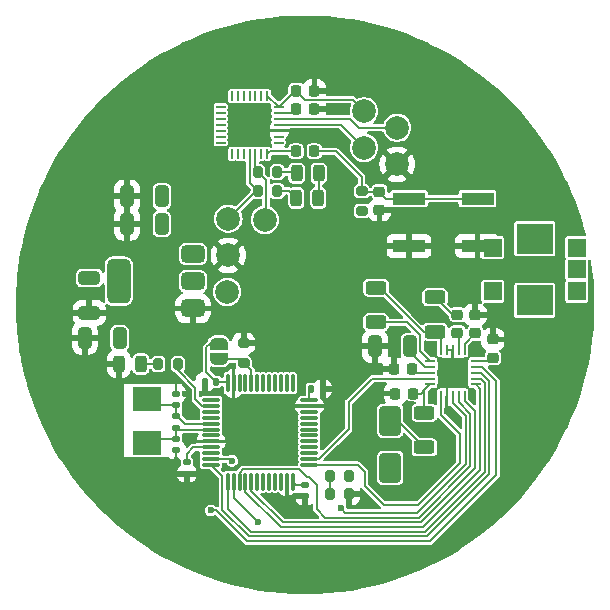
<source format=gbr>
%TF.GenerationSoftware,KiCad,Pcbnew,8.0.6*%
%TF.CreationDate,2025-02-16T20:57:11+01:00*%
%TF.ProjectId,TUSS4470_shield,54555353-3434-4373-905f-736869656c64,rev?*%
%TF.SameCoordinates,Original*%
%TF.FileFunction,Copper,L1,Top*%
%TF.FilePolarity,Positive*%
%FSLAX46Y46*%
G04 Gerber Fmt 4.6, Leading zero omitted, Abs format (unit mm)*
G04 Created by KiCad (PCBNEW 8.0.6) date 2025-02-16 20:57:11*
%MOMM*%
%LPD*%
G01*
G04 APERTURE LIST*
G04 Aperture macros list*
%AMRoundRect*
0 Rectangle with rounded corners*
0 $1 Rounding radius*
0 $2 $3 $4 $5 $6 $7 $8 $9 X,Y pos of 4 corners*
0 Add a 4 corners polygon primitive as box body*
4,1,4,$2,$3,$4,$5,$6,$7,$8,$9,$2,$3,0*
0 Add four circle primitives for the rounded corners*
1,1,$1+$1,$2,$3*
1,1,$1+$1,$4,$5*
1,1,$1+$1,$6,$7*
1,1,$1+$1,$8,$9*
0 Add four rect primitives between the rounded corners*
20,1,$1+$1,$2,$3,$4,$5,0*
20,1,$1+$1,$4,$5,$6,$7,0*
20,1,$1+$1,$6,$7,$8,$9,0*
20,1,$1+$1,$8,$9,$2,$3,0*%
%AMFreePoly0*
4,1,19,0.500000,-0.750000,0.000000,-0.750000,0.000000,-0.744911,-0.071157,-0.744911,-0.207708,-0.704816,-0.327430,-0.627875,-0.420627,-0.520320,-0.479746,-0.390866,-0.500000,-0.250000,-0.500000,0.250000,-0.479746,0.390866,-0.420627,0.520320,-0.327430,0.627875,-0.207708,0.704816,-0.071157,0.744911,0.000000,0.744911,0.000000,0.750000,0.500000,0.750000,0.500000,-0.750000,0.500000,-0.750000,
$1*%
%AMFreePoly1*
4,1,19,0.000000,0.744911,0.071157,0.744911,0.207708,0.704816,0.327430,0.627875,0.420627,0.520320,0.479746,0.390866,0.500000,0.250000,0.500000,-0.250000,0.479746,-0.390866,0.420627,-0.520320,0.327430,-0.627875,0.207708,-0.704816,0.071157,-0.744911,0.000000,-0.744911,0.000000,-0.750000,-0.500000,-0.750000,-0.500000,0.750000,0.000000,0.750000,0.000000,0.744911,0.000000,0.744911,
$1*%
G04 Aperture macros list end*
%TA.AperFunction,SMDPad,CuDef*%
%ADD10RoundRect,0.250000X-0.650000X0.325000X-0.650000X-0.325000X0.650000X-0.325000X0.650000X0.325000X0*%
%TD*%
%TA.AperFunction,SMDPad,CuDef*%
%ADD11RoundRect,0.250000X-0.625000X0.312500X-0.625000X-0.312500X0.625000X-0.312500X0.625000X0.312500X0*%
%TD*%
%TA.AperFunction,SMDPad,CuDef*%
%ADD12RoundRect,0.140000X-0.170000X0.140000X-0.170000X-0.140000X0.170000X-0.140000X0.170000X0.140000X0*%
%TD*%
%TA.AperFunction,SMDPad,CuDef*%
%ADD13RoundRect,0.200000X-0.200000X-0.275000X0.200000X-0.275000X0.200000X0.275000X-0.200000X0.275000X0*%
%TD*%
%TA.AperFunction,SMDPad,CuDef*%
%ADD14RoundRect,0.250000X0.625000X-0.312500X0.625000X0.312500X-0.625000X0.312500X-0.625000X-0.312500X0*%
%TD*%
%TA.AperFunction,SMDPad,CuDef*%
%ADD15C,2.000000*%
%TD*%
%TA.AperFunction,SMDPad,CuDef*%
%ADD16RoundRect,0.135000X-0.185000X0.135000X-0.185000X-0.135000X0.185000X-0.135000X0.185000X0.135000X0*%
%TD*%
%TA.AperFunction,SMDPad,CuDef*%
%ADD17RoundRect,0.140000X0.140000X0.170000X-0.140000X0.170000X-0.140000X-0.170000X0.140000X-0.170000X0*%
%TD*%
%TA.AperFunction,SMDPad,CuDef*%
%ADD18RoundRect,0.200000X0.275000X-0.200000X0.275000X0.200000X-0.275000X0.200000X-0.275000X-0.200000X0*%
%TD*%
%TA.AperFunction,SMDPad,CuDef*%
%ADD19RoundRect,0.062500X0.062500X-0.350000X0.062500X0.350000X-0.062500X0.350000X-0.062500X-0.350000X0*%
%TD*%
%TA.AperFunction,SMDPad,CuDef*%
%ADD20RoundRect,0.062500X0.350000X-0.062500X0.350000X0.062500X-0.350000X0.062500X-0.350000X-0.062500X0*%
%TD*%
%TA.AperFunction,HeatsinkPad*%
%ADD21C,0.500000*%
%TD*%
%TA.AperFunction,HeatsinkPad*%
%ADD22R,2.500000X2.500000*%
%TD*%
%TA.AperFunction,SMDPad,CuDef*%
%ADD23RoundRect,0.250000X-0.650000X1.000000X-0.650000X-1.000000X0.650000X-1.000000X0.650000X1.000000X0*%
%TD*%
%TA.AperFunction,SMDPad,CuDef*%
%ADD24RoundRect,0.200000X0.200000X0.275000X-0.200000X0.275000X-0.200000X-0.275000X0.200000X-0.275000X0*%
%TD*%
%TA.AperFunction,SMDPad,CuDef*%
%ADD25RoundRect,0.225000X-0.250000X0.225000X-0.250000X-0.225000X0.250000X-0.225000X0.250000X0.225000X0*%
%TD*%
%TA.AperFunction,SMDPad,CuDef*%
%ADD26RoundRect,0.250000X0.325000X0.650000X-0.325000X0.650000X-0.325000X-0.650000X0.325000X-0.650000X0*%
%TD*%
%TA.AperFunction,SMDPad,CuDef*%
%ADD27RoundRect,0.243750X-0.243750X-0.456250X0.243750X-0.456250X0.243750X0.456250X-0.243750X0.456250X0*%
%TD*%
%TA.AperFunction,SMDPad,CuDef*%
%ADD28RoundRect,0.075000X-0.662500X-0.075000X0.662500X-0.075000X0.662500X0.075000X-0.662500X0.075000X0*%
%TD*%
%TA.AperFunction,SMDPad,CuDef*%
%ADD29RoundRect,0.075000X-0.075000X-0.662500X0.075000X-0.662500X0.075000X0.662500X-0.075000X0.662500X0*%
%TD*%
%TA.AperFunction,SMDPad,CuDef*%
%ADD30R,2.800000X1.000000*%
%TD*%
%TA.AperFunction,SMDPad,CuDef*%
%ADD31RoundRect,0.225000X-0.225000X-0.250000X0.225000X-0.250000X0.225000X0.250000X-0.225000X0.250000X0*%
%TD*%
%TA.AperFunction,SMDPad,CuDef*%
%ADD32RoundRect,0.140000X-0.140000X-0.170000X0.140000X-0.170000X0.140000X0.170000X-0.140000X0.170000X0*%
%TD*%
%TA.AperFunction,SMDPad,CuDef*%
%ADD33RoundRect,0.225000X0.225000X0.250000X-0.225000X0.250000X-0.225000X-0.250000X0.225000X-0.250000X0*%
%TD*%
%TA.AperFunction,SMDPad,CuDef*%
%ADD34RoundRect,0.375000X0.625000X0.375000X-0.625000X0.375000X-0.625000X-0.375000X0.625000X-0.375000X0*%
%TD*%
%TA.AperFunction,SMDPad,CuDef*%
%ADD35RoundRect,0.500000X0.500000X1.400000X-0.500000X1.400000X-0.500000X-1.400000X0.500000X-1.400000X0*%
%TD*%
%TA.AperFunction,SMDPad,CuDef*%
%ADD36FreePoly0,90.000000*%
%TD*%
%TA.AperFunction,SMDPad,CuDef*%
%ADD37FreePoly1,90.000000*%
%TD*%
%TA.AperFunction,SMDPad,CuDef*%
%ADD38R,3.050000X2.600000*%
%TD*%
%TA.AperFunction,SMDPad,CuDef*%
%ADD39R,1.524000X1.524000*%
%TD*%
%TA.AperFunction,SMDPad,CuDef*%
%ADD40R,2.400000X2.000000*%
%TD*%
%TA.AperFunction,SMDPad,CuDef*%
%ADD41RoundRect,0.225000X0.250000X-0.225000X0.250000X0.225000X-0.250000X0.225000X-0.250000X-0.225000X0*%
%TD*%
%TA.AperFunction,SMDPad,CuDef*%
%ADD42RoundRect,0.062500X0.337500X0.062500X-0.337500X0.062500X-0.337500X-0.062500X0.337500X-0.062500X0*%
%TD*%
%TA.AperFunction,SMDPad,CuDef*%
%ADD43RoundRect,0.062500X0.062500X0.337500X-0.062500X0.337500X-0.062500X-0.337500X0.062500X-0.337500X0*%
%TD*%
%TA.AperFunction,HeatsinkPad*%
%ADD44R,3.350000X3.350000*%
%TD*%
%TA.AperFunction,ViaPad*%
%ADD45C,0.600000*%
%TD*%
%TA.AperFunction,Conductor*%
%ADD46C,0.200000*%
%TD*%
G04 APERTURE END LIST*
D10*
%TO.P,C17,1*%
%TO.N,+3.3V*%
X81725000Y-92725000D03*
%TO.P,C17,2*%
%TO.N,GND*%
X81725000Y-95675000D03*
%TD*%
D11*
%TO.P,R2,1*%
%TO.N,Net-(C5-Pad1)*%
X111000000Y-94337500D03*
%TO.P,R2,2*%
%TO.N,Net-(U1-OUTA)*%
X111000000Y-97262500D03*
%TD*%
D12*
%TO.P,C27,1*%
%TO.N,Net-(U4-PD0-OSC_OUT)*%
X89100000Y-106320000D03*
%TO.P,C27,2*%
%TO.N,GND*%
X89100000Y-107280000D03*
%TD*%
D13*
%TO.P,R7,1*%
%TO.N,Net-(D5-A)*%
X87575000Y-100000000D03*
%TO.P,R7,2*%
%TO.N,Net-(U4-PC13-TAMPER-RTC)*%
X89225000Y-100000000D03*
%TD*%
%TO.P,R9,1*%
%TO.N,5V_voltage_detect*%
X102075000Y-111000000D03*
%TO.P,R9,2*%
%TO.N,GND*%
X103725000Y-111000000D03*
%TD*%
D14*
%TO.P,Y1,1,1*%
%TO.N,Net-(U1-OUTB)*%
X106000000Y-96462500D03*
%TO.P,Y1,2,2*%
%TO.N,Net-(U1-OUTA)*%
X106000000Y-93537500D03*
%TD*%
D15*
%TO.P,TP7,1,1*%
%TO.N,Net-(U3-D+)*%
X105000000Y-81700000D03*
%TD*%
D16*
%TO.P,R15,1*%
%TO.N,Net-(U4-PD0-OSC_IN)*%
X89100000Y-104390000D03*
%TO.P,R15,2*%
%TO.N,Net-(U4-PD0-OSC_OUT)*%
X89100000Y-105410000D03*
%TD*%
D17*
%TO.P,C25,1*%
%TO.N,+3.3V*%
X92480000Y-101500000D03*
%TO.P,C25,2*%
%TO.N,GND*%
X91520000Y-101500000D03*
%TD*%
D18*
%TO.P,R13,1*%
%TO.N,+3.3V*%
X104800000Y-87025000D03*
%TO.P,R13,2*%
%TO.N,rst*%
X104800000Y-85375000D03*
%TD*%
D19*
%TO.P,U1,1,OUT3*%
%TO.N,OUT_3*%
X111500000Y-102675000D03*
%TO.P,U1,2,DGND*%
%TO.N,GND*%
X112000000Y-102675000D03*
%TO.P,U1,3,NCS*%
%TO.N,NCS*%
X112500000Y-102675000D03*
%TO.P,U1,4,SCLK*%
%TO.N,SCLK*%
X113000000Y-102675000D03*
%TO.P,U1,5,SDI*%
%TO.N,SDI*%
X113500000Y-102675000D03*
D20*
%TO.P,U1,6,SDO*%
%TO.N,SDO*%
X114437500Y-101737500D03*
%TO.P,U1,7,IO1*%
%TO.N,IO_1*%
X114437500Y-101237500D03*
%TO.P,U1,8,IO2*%
%TO.N,IO_2*%
X114437500Y-100737500D03*
%TO.P,U1,9,VOUT*%
%TO.N,ADC*%
X114437500Y-100237500D03*
%TO.P,U1,10,VDD*%
%TO.N,+5V*%
X114437500Y-99737500D03*
D19*
%TO.P,U1,11,INN*%
%TO.N,Net-(U1-INN)*%
X113500000Y-98800000D03*
%TO.P,U1,12,INP*%
%TO.N,Net-(U1-INP)*%
X113000000Y-98800000D03*
%TO.P,U1,13,SGND*%
%TO.N,GND*%
X112500000Y-98800000D03*
%TO.P,U1,14,GND*%
X112000000Y-98800000D03*
%TO.P,U1,15,OUTA*%
%TO.N,Net-(U1-OUTA)*%
X111500000Y-98800000D03*
D20*
%TO.P,U1,16,OUTB*%
%TO.N,Net-(U1-OUTB)*%
X110562500Y-99737500D03*
%TO.P,U1,17,VDRV*%
%TO.N,Net-(U1-VDRV)*%
X110562500Y-100237500D03*
%TO.P,U1,18,FLT*%
%TO.N,Net-(U1-FLT)*%
X110562500Y-100737500D03*
%TO.P,U1,19,OUT4*%
%TO.N,OUT_4*%
X110562500Y-101237500D03*
%TO.P,U1,20,VPWR*%
%TO.N,Net-(U1-VPWR)*%
X110562500Y-101737500D03*
D21*
%TO.P,U1,21,EXP*%
%TO.N,GND*%
X111500000Y-101737500D03*
X113500000Y-101737500D03*
D22*
X112500000Y-100737500D03*
D21*
X111500000Y-99737500D03*
X113500000Y-99737500D03*
%TD*%
D23*
%TO.P,D1,1,K*%
%TO.N,Net-(D1-K)*%
X107200000Y-104800000D03*
%TO.P,D1,2,A*%
%TO.N,VCC*%
X107200000Y-108800000D03*
%TD*%
D24*
%TO.P,R8,1*%
%TO.N,+5V*%
X103725000Y-109500000D03*
%TO.P,R8,2*%
%TO.N,5V_voltage_detect*%
X102075000Y-109500000D03*
%TD*%
D25*
%TO.P,C5,1*%
%TO.N,Net-(C5-Pad1)*%
X112900000Y-95825000D03*
%TO.P,C5,2*%
%TO.N,Net-(U1-INP)*%
X112900000Y-97375000D03*
%TD*%
D24*
%TO.P,R10,1*%
%TO.N,Net-(D6-K)*%
X97645000Y-85350000D03*
%TO.P,R10,2*%
%TO.N,uC_TX*%
X95995000Y-85350000D03*
%TD*%
D12*
%TO.P,C29,1*%
%TO.N,+3.3V*%
X100000000Y-110220000D03*
%TO.P,C29,2*%
%TO.N,GND*%
X100000000Y-111180000D03*
%TD*%
D26*
%TO.P,C12,1*%
%TO.N,+5V*%
X87875000Y-85800000D03*
%TO.P,C12,2*%
%TO.N,GND*%
X84925000Y-85800000D03*
%TD*%
D27*
%TO.P,D5,1,K*%
%TO.N,GND*%
X84237500Y-100000000D03*
%TO.P,D5,2,A*%
%TO.N,Net-(D5-A)*%
X86112500Y-100000000D03*
%TD*%
D15*
%TO.P,TP4,1,1*%
%TO.N,uC_TX*%
X93500000Y-87700000D03*
%TD*%
%TO.P,TP3,1,1*%
%TO.N,uC_RX*%
X96600000Y-87800000D03*
%TD*%
D28*
%TO.P,U4,1,VBAT*%
%TO.N,unconnected-(U4-VBAT-Pad1)*%
X92037500Y-103050000D03*
%TO.P,U4,2,PC13-TAMPER-RTC*%
%TO.N,Net-(U4-PC13-TAMPER-RTC)*%
X92037500Y-103550000D03*
%TO.P,U4,3,PC14-OSC32_IN*%
%TO.N,unconnected-(U4-PC14-OSC32_IN-Pad3)*%
X92037500Y-104050000D03*
%TO.P,U4,4,PC15-OSC32_OUT*%
%TO.N,unconnected-(U4-PC15-OSC32_OUT-Pad4)*%
X92037500Y-104550000D03*
%TO.P,U4,5,PD0-OSC_IN*%
%TO.N,Net-(U4-PD0-OSC_IN)*%
X92037500Y-105050000D03*
%TO.P,U4,6,PD0-OSC_OUT*%
%TO.N,Net-(U4-PD0-OSC_OUT)*%
X92037500Y-105550000D03*
%TO.P,U4,7,NRST*%
%TO.N,rst*%
X92037500Y-106050000D03*
%TO.P,U4,8,VSSA*%
%TO.N,GND*%
X92037500Y-106550000D03*
%TO.P,U4,9,VDDA*%
%TO.N,+3.3V*%
X92037500Y-107050000D03*
%TO.P,U4,10,PA0-WKUP*%
%TO.N,unconnected-(U4-PA0-WKUP-Pad10)*%
X92037500Y-107550000D03*
%TO.P,U4,11,PA1*%
%TO.N,ADC*%
X92037500Y-108050000D03*
%TO.P,U4,12,PA2*%
%TO.N,IO_2*%
X92037500Y-108550000D03*
D29*
%TO.P,U4,13,PA3*%
%TO.N,IO_1*%
X93450000Y-109962500D03*
%TO.P,U4,14,PA4*%
%TO.N,NCS*%
X93950000Y-109962500D03*
%TO.P,U4,15,PA5*%
%TO.N,SCLK*%
X94450000Y-109962500D03*
%TO.P,U4,16,PA6*%
%TO.N,SDO*%
X94950000Y-109962500D03*
%TO.P,U4,17,PA7*%
%TO.N,SDI*%
X95450000Y-109962500D03*
%TO.P,U4,18,PB0*%
%TO.N,unconnected-(U4-PB0-Pad18)*%
X95950000Y-109962500D03*
%TO.P,U4,19,PB1*%
%TO.N,5V_voltage_detect*%
X96450000Y-109962500D03*
%TO.P,U4,20,PB2*%
%TO.N,BOOT_1*%
X96950000Y-109962500D03*
%TO.P,U4,21,PB10*%
%TO.N,unconnected-(U4-PB10-Pad21)*%
X97450000Y-109962500D03*
%TO.P,U4,22,PB11*%
%TO.N,unconnected-(U4-PB11-Pad22)*%
X97950000Y-109962500D03*
%TO.P,U4,23,VSS*%
%TO.N,GND*%
X98450000Y-109962500D03*
%TO.P,U4,24,VDD*%
%TO.N,+3.3V*%
X98950000Y-109962500D03*
D28*
%TO.P,U4,25,PB12*%
%TO.N,OUT_3*%
X100362500Y-108550000D03*
%TO.P,U4,26,PB13*%
%TO.N,OUT_4*%
X100362500Y-108050000D03*
%TO.P,U4,27,PB14*%
%TO.N,unconnected-(U4-PB14-Pad27)*%
X100362500Y-107550000D03*
%TO.P,U4,28,PB15*%
%TO.N,unconnected-(U4-PB15-Pad28)*%
X100362500Y-107050000D03*
%TO.P,U4,29,PA8*%
%TO.N,unconnected-(U4-PA8-Pad29)*%
X100362500Y-106550000D03*
%TO.P,U4,30,PA9*%
%TO.N,uC_TX*%
X100362500Y-106050000D03*
%TO.P,U4,31,PA10*%
%TO.N,uC_RX*%
X100362500Y-105550000D03*
%TO.P,U4,32,PA11*%
%TO.N,unconnected-(U4-PA11-Pad32)*%
X100362500Y-105050000D03*
%TO.P,U4,33,PA12*%
%TO.N,unconnected-(U4-PA12-Pad33)*%
X100362500Y-104550000D03*
%TO.P,U4,34,PA13*%
%TO.N,unconnected-(U4-PA13-Pad34)*%
X100362500Y-104050000D03*
%TO.P,U4,35,VSS*%
%TO.N,GND*%
X100362500Y-103550000D03*
%TO.P,U4,36,VDD*%
%TO.N,+3.3V*%
X100362500Y-103050000D03*
D29*
%TO.P,U4,37,PA14*%
%TO.N,unconnected-(U4-PA14-Pad37)*%
X98950000Y-101637500D03*
%TO.P,U4,38,PA15*%
%TO.N,unconnected-(U4-PA15-Pad38)*%
X98450000Y-101637500D03*
%TO.P,U4,39,PB3*%
%TO.N,unconnected-(U4-PB3-Pad39)*%
X97950000Y-101637500D03*
%TO.P,U4,40,PB4*%
%TO.N,unconnected-(U4-PB4-Pad40)*%
X97450000Y-101637500D03*
%TO.P,U4,41,PB5*%
%TO.N,unconnected-(U4-PB5-Pad41)*%
X96950000Y-101637500D03*
%TO.P,U4,42,PB6*%
%TO.N,unconnected-(U4-PB6-Pad42)*%
X96450000Y-101637500D03*
%TO.P,U4,43,PB7*%
%TO.N,unconnected-(U4-PB7-Pad43)*%
X95950000Y-101637500D03*
%TO.P,U4,44,BOOT0*%
%TO.N,BOOT_0*%
X95450000Y-101637500D03*
%TO.P,U4,45,PB8*%
%TO.N,unconnected-(U4-PB8-Pad45)*%
X94950000Y-101637500D03*
%TO.P,U4,46,PB9*%
%TO.N,unconnected-(U4-PB9-Pad46)*%
X94450000Y-101637500D03*
%TO.P,U4,47,VSS*%
%TO.N,GND*%
X93950000Y-101637500D03*
%TO.P,U4,48,VDD*%
%TO.N,+3.3V*%
X93450000Y-101637500D03*
%TD*%
D25*
%TO.P,C8,1*%
%TO.N,GND*%
X115900000Y-97925000D03*
%TO.P,C8,2*%
%TO.N,+5V*%
X115900000Y-99475000D03*
%TD*%
D30*
%TO.P,SW2,1,1*%
%TO.N,rst*%
X108800000Y-86000000D03*
X114600000Y-86000000D03*
%TO.P,SW2,2,2*%
%TO.N,GND*%
X108800000Y-90000000D03*
X114600000Y-90000000D03*
%TD*%
D31*
%TO.P,C23,1*%
%TO.N,Net-(U3-~{DTR})*%
X99225000Y-82000000D03*
%TO.P,C23,2*%
%TO.N,rst*%
X100775000Y-82000000D03*
%TD*%
D32*
%TO.P,C28,1*%
%TO.N,+3.3V*%
X100520000Y-102100000D03*
%TO.P,C28,2*%
%TO.N,GND*%
X101480000Y-102100000D03*
%TD*%
D26*
%TO.P,C16,1*%
%TO.N,+3.3V*%
X84300000Y-97800000D03*
%TO.P,C16,2*%
%TO.N,GND*%
X81350000Y-97800000D03*
%TD*%
D27*
%TO.P,D8,1,K*%
%TO.N,Net-(D8-K)*%
X99282500Y-83850000D03*
%TO.P,D8,2,A*%
%TO.N,+3.3V*%
X101157500Y-83850000D03*
%TD*%
D15*
%TO.P,TP6,1,1*%
%TO.N,+3.3V*%
X93400000Y-93900000D03*
%TD*%
D26*
%TO.P,C6,1*%
%TO.N,Net-(U1-VDRV)*%
X108875000Y-98500000D03*
%TO.P,C6,2*%
%TO.N,GND*%
X105925000Y-98500000D03*
%TD*%
D33*
%TO.P,C22,1*%
%TO.N,GND*%
X100795000Y-78450000D03*
%TO.P,C22,2*%
%TO.N,Net-(U3-VDD)*%
X99245000Y-78450000D03*
%TD*%
D15*
%TO.P,TP5,1,1*%
%TO.N,GND*%
X93500000Y-90800000D03*
%TD*%
D34*
%TO.P,U2,1,GND*%
%TO.N,GND*%
X90525000Y-95300000D03*
%TO.P,U2,2,VO*%
%TO.N,+3.3V*%
X90525000Y-93000000D03*
D35*
X84225000Y-93000000D03*
D34*
%TO.P,U2,3,VI*%
%TO.N,+5V*%
X90525000Y-90700000D03*
%TD*%
D25*
%TO.P,C24,1*%
%TO.N,rst*%
X106300000Y-85425000D03*
%TO.P,C24,2*%
%TO.N,GND*%
X106300000Y-86975000D03*
%TD*%
D36*
%TO.P,JP7,1,A*%
%TO.N,BOOT_0*%
X92700000Y-99575000D03*
D37*
%TO.P,JP7,2,B*%
%TO.N,+3.3V*%
X92700000Y-98275000D03*
%TD*%
D11*
%TO.P,R1,1*%
%TO.N,Net-(U1-VPWR)*%
X110100000Y-104137500D03*
%TO.P,R1,2*%
%TO.N,Net-(D1-K)*%
X110100000Y-107062500D03*
%TD*%
D15*
%TO.P,TP2,1,1*%
%TO.N,+5V*%
X105000000Y-78600000D03*
%TD*%
D33*
%TO.P,C3,1*%
%TO.N,Net-(U1-FLT)*%
X109075000Y-100400000D03*
%TO.P,C3,2*%
%TO.N,GND*%
X107525000Y-100400000D03*
%TD*%
D27*
%TO.P,D6,1,K*%
%TO.N,Net-(D6-K)*%
X99245000Y-85950000D03*
%TO.P,D6,2,A*%
%TO.N,+3.3V*%
X101120000Y-85950000D03*
%TD*%
D15*
%TO.P,TP8,1,1*%
%TO.N,Net-(U3-D-)*%
X107800000Y-80000000D03*
%TD*%
D38*
%TO.P,T1,*%
%TO.N,*%
X119445000Y-89385000D03*
X119445000Y-94615000D03*
D39*
%TO.P,T1,1,AA*%
%TO.N,unconnected-(T1-AA-Pad1)*%
X115890000Y-90150000D03*
%TO.P,T1,2,AB*%
%TO.N,unconnected-(T1-AB-Pad2)*%
X115890000Y-93850000D03*
%TO.P,T1,3,SA*%
%TO.N,unconnected-(T1-SA-Pad3)*%
X123000000Y-93850000D03*
%TO.P,T1,4,SC*%
%TO.N,unconnected-(T1-SC-Pad4)*%
X123000000Y-92000000D03*
%TO.P,T1,5,SB*%
%TO.N,unconnected-(T1-SB-Pad5)*%
X123000000Y-90150000D03*
%TD*%
D40*
%TO.P,Y2,1,1*%
%TO.N,Net-(U4-PD0-OSC_IN)*%
X86600000Y-102950000D03*
%TO.P,Y2,2,2*%
%TO.N,Net-(U4-PD0-OSC_OUT)*%
X86600000Y-106650000D03*
%TD*%
D12*
%TO.P,C26,1*%
%TO.N,GND*%
X89100000Y-102520000D03*
%TO.P,C26,2*%
%TO.N,Net-(U4-PD0-OSC_IN)*%
X89100000Y-103480000D03*
%TD*%
%TO.P,C30,1*%
%TO.N,+3.3V*%
X90000000Y-108320000D03*
%TO.P,C30,2*%
%TO.N,GND*%
X90000000Y-109280000D03*
%TD*%
D33*
%TO.P,C7,1*%
%TO.N,Net-(U1-VPWR)*%
X109175000Y-102500000D03*
%TO.P,C7,2*%
%TO.N,GND*%
X107625000Y-102500000D03*
%TD*%
D18*
%TO.P,R14,1*%
%TO.N,BOOT_0*%
X94800000Y-99900000D03*
%TO.P,R14,2*%
%TO.N,GND*%
X94800000Y-98250000D03*
%TD*%
D15*
%TO.P,TP1,1,1*%
%TO.N,GND*%
X107800000Y-83100000D03*
%TD*%
D41*
%TO.P,C4,1*%
%TO.N,Net-(U1-INN)*%
X114400000Y-97375000D03*
%TO.P,C4,2*%
%TO.N,GND*%
X114400000Y-95825000D03*
%TD*%
D24*
%TO.P,R12,1*%
%TO.N,Net-(D8-K)*%
X97645000Y-83750000D03*
%TO.P,R12,2*%
%TO.N,uC_RX*%
X95995000Y-83750000D03*
%TD*%
D26*
%TO.P,C11,1*%
%TO.N,+5V*%
X87875000Y-88150000D03*
%TO.P,C11,2*%
%TO.N,GND*%
X84925000Y-88150000D03*
%TD*%
D33*
%TO.P,C21,1*%
%TO.N,GND*%
X100795000Y-76850000D03*
%TO.P,C21,2*%
%TO.N,+5V*%
X99245000Y-76850000D03*
%TD*%
D42*
%TO.P,U3,1,~{DCD}*%
%TO.N,unconnected-(U3-~{DCD}-Pad1)*%
X97750000Y-81250000D03*
%TO.P,U3,2,~{RI}/CLK*%
%TO.N,unconnected-(U3-~{RI}{slash}CLK-Pad2)*%
X97750000Y-80750000D03*
%TO.P,U3,3,GND*%
%TO.N,GND*%
X97750000Y-80250000D03*
%TO.P,U3,4,D+*%
%TO.N,Net-(U3-D+)*%
X97750000Y-79750000D03*
%TO.P,U3,5,D-*%
%TO.N,Net-(U3-D-)*%
X97750000Y-79250000D03*
%TO.P,U3,6,VDD*%
%TO.N,Net-(U3-VDD)*%
X97750000Y-78750000D03*
%TO.P,U3,7,REGIN*%
%TO.N,+5V*%
X97750000Y-78250000D03*
D43*
%TO.P,U3,8,VBUS*%
X96800000Y-77300000D03*
%TO.P,U3,9,~{RSTb}*%
%TO.N,unconnected-(U3-~{RSTb}-Pad9)*%
X96300000Y-77300000D03*
%TO.P,U3,10,NC*%
%TO.N,unconnected-(U3-NC-Pad10)*%
X95800000Y-77300000D03*
%TO.P,U3,11,~{SUSPENDb}*%
%TO.N,unconnected-(U3-~{SUSPENDb}-Pad11)*%
X95300000Y-77300000D03*
%TO.P,U3,12,SUSPEND*%
%TO.N,unconnected-(U3-SUSPEND-Pad12)*%
X94800000Y-77300000D03*
%TO.P,U3,13,CHREN*%
%TO.N,unconnected-(U3-CHREN-Pad13)*%
X94300000Y-77300000D03*
%TO.P,U3,14,CHR1*%
%TO.N,unconnected-(U3-CHR1-Pad14)*%
X93800000Y-77300000D03*
D42*
%TO.P,U3,15,CHR0*%
%TO.N,unconnected-(U3-CHR0-Pad15)*%
X92850000Y-78250000D03*
%TO.P,U3,16,~{WAKEUP}/GPIO.3*%
%TO.N,unconnected-(U3-~{WAKEUP}{slash}GPIO.3-Pad16)*%
X92850000Y-78750000D03*
%TO.P,U3,17,RS485/GPIO.2*%
%TO.N,unconnected-(U3-RS485{slash}GPIO.2-Pad17)*%
X92850000Y-79250000D03*
%TO.P,U3,18,~{RXT}/GPIO.1*%
%TO.N,unconnected-(U3-~{RXT}{slash}GPIO.1-Pad18)*%
X92850000Y-79750000D03*
%TO.P,U3,19,~{TXT}/GPIO.0*%
%TO.N,unconnected-(U3-~{TXT}{slash}GPIO.0-Pad19)*%
X92850000Y-80250000D03*
%TO.P,U3,20,GPIO.6*%
%TO.N,unconnected-(U3-GPIO.6-Pad20)*%
X92850000Y-80750000D03*
%TO.P,U3,21,GPIO.5*%
%TO.N,unconnected-(U3-GPIO.5-Pad21)*%
X92850000Y-81250000D03*
D43*
%TO.P,U3,22,GPIO.4*%
%TO.N,unconnected-(U3-GPIO.4-Pad22)*%
X93800000Y-82200000D03*
%TO.P,U3,23,~{CTS}*%
%TO.N,unconnected-(U3-~{CTS}-Pad23)*%
X94300000Y-82200000D03*
%TO.P,U3,24,~{RTS}*%
%TO.N,unconnected-(U3-~{RTS}-Pad24)*%
X94800000Y-82200000D03*
%TO.P,U3,25,RXD*%
%TO.N,uC_TX*%
X95300000Y-82200000D03*
%TO.P,U3,26,TXD*%
%TO.N,uC_RX*%
X95800000Y-82200000D03*
%TO.P,U3,27,~{DSR}*%
%TO.N,unconnected-(U3-~{DSR}-Pad27)*%
X96300000Y-82200000D03*
%TO.P,U3,28,~{DTR}*%
%TO.N,Net-(U3-~{DTR})*%
X96800000Y-82200000D03*
D44*
%TO.P,U3,29,GND*%
%TO.N,GND*%
X95300000Y-79750000D03*
%TD*%
D45*
%TO.N,GND*%
X115900000Y-95800000D03*
X99400000Y-80600000D03*
X91400000Y-109400000D03*
X90400000Y-104200000D03*
X103400000Y-107400000D03*
X112500000Y-100737500D03*
X115900000Y-96600000D03*
X88900000Y-101400000D03*
X88900000Y-108500000D03*
X104900000Y-111300000D03*
X102100000Y-78300000D03*
X102100000Y-76800000D03*
X112200000Y-104100000D03*
X102200000Y-105900000D03*
X94100000Y-103300000D03*
X90300000Y-106300000D03*
X94800000Y-97000000D03*
X98800000Y-111600000D03*
X93900000Y-106500000D03*
X91500000Y-102300000D03*
%TO.N,NCS*%
X96000000Y-113400000D03*
X103000000Y-112200000D03*
%TO.N,ADC*%
X93800000Y-108200000D03*
X92000000Y-112400000D03*
%TD*%
D46*
%TO.N,Net-(U3-VDD)*%
X98945000Y-78750000D02*
X97750000Y-78750000D01*
X99245000Y-78450000D02*
X98945000Y-78750000D01*
%TO.N,rst*%
X104800000Y-84200000D02*
X104800000Y-85375000D01*
X104850000Y-85425000D02*
X104800000Y-85375000D01*
X106300000Y-85425000D02*
X104850000Y-85425000D01*
X108800000Y-86000000D02*
X106875000Y-86000000D01*
X106875000Y-86000000D02*
X106300000Y-85425000D01*
X100775000Y-82000000D02*
X102600000Y-82000000D01*
X102600000Y-82000000D02*
X104800000Y-84200000D01*
X114600000Y-86000000D02*
X108800000Y-86000000D01*
%TO.N,GND*%
X91520000Y-101500000D02*
X91520000Y-102280000D01*
X115875000Y-95825000D02*
X115900000Y-95800000D01*
X91520000Y-102280000D02*
X91500000Y-102300000D01*
X93950000Y-103150000D02*
X94100000Y-103300000D01*
X93950000Y-101637500D02*
X93950000Y-103150000D01*
X100795000Y-78450000D02*
X101950000Y-78450000D01*
X89100000Y-107280000D02*
X89100000Y-108300000D01*
X112000000Y-102675000D02*
X112000000Y-101237500D01*
X112000000Y-101237500D02*
X112500000Y-100737500D01*
X115900000Y-97925000D02*
X115900000Y-96600000D01*
X103725000Y-111000000D02*
X104600000Y-111000000D01*
X102050000Y-76850000D02*
X102100000Y-76800000D01*
X89100000Y-102520000D02*
X89100000Y-101600000D01*
X114400000Y-95825000D02*
X115875000Y-95825000D01*
X101950000Y-78450000D02*
X102100000Y-78300000D01*
X100795000Y-76850000D02*
X102050000Y-76850000D01*
X99050000Y-80250000D02*
X99400000Y-80600000D01*
X97750000Y-80250000D02*
X99050000Y-80250000D01*
X89100000Y-108300000D02*
X88900000Y-108500000D01*
X104600000Y-111000000D02*
X104900000Y-111300000D01*
X112500000Y-98800000D02*
X112000000Y-98800000D01*
X89100000Y-101600000D02*
X88900000Y-101400000D01*
%TO.N,NCS*%
X103900000Y-112600000D02*
X109468628Y-112600000D01*
X113600000Y-104400000D02*
X112500000Y-103300000D01*
X113600000Y-108468628D02*
X113600000Y-104400000D01*
X93950000Y-111350000D02*
X96000000Y-113400000D01*
X112500000Y-103300000D02*
X112500000Y-102675000D01*
X103900000Y-112600000D02*
X103400000Y-112600000D01*
X103400000Y-112600000D02*
X103000000Y-112200000D01*
X93950000Y-109962500D02*
X93950000Y-111350000D01*
X109468628Y-112600000D02*
X113600000Y-108468628D01*
%TO.N,OUT_4*%
X103700000Y-105500000D02*
X101150000Y-108050000D01*
X103700000Y-103200000D02*
X103700000Y-105500000D01*
X101150000Y-108050000D02*
X100362500Y-108050000D01*
X105662500Y-101237500D02*
X103700000Y-103200000D01*
X110562500Y-101237500D02*
X105662500Y-101237500D01*
%TO.N,ADC*%
X95068628Y-115000000D02*
X92468628Y-112400000D01*
X114437500Y-100237500D02*
X114995758Y-100237500D01*
X116200000Y-101441742D02*
X116200000Y-109400000D01*
X92468628Y-112400000D02*
X92000000Y-112400000D01*
X93650000Y-108050000D02*
X93800000Y-108200000D01*
X92037500Y-108050000D02*
X93650000Y-108050000D01*
X114995758Y-100237500D02*
X116200000Y-101441742D01*
X116200000Y-109400000D02*
X110600000Y-115000000D01*
X110600000Y-115000000D02*
X95068628Y-115000000D01*
%TO.N,IO_2*%
X93000000Y-109512500D02*
X92037500Y-108550000D01*
X95234314Y-114600000D02*
X93000000Y-112365686D01*
X114930072Y-100737500D02*
X115600000Y-101407428D01*
X115600000Y-109297057D02*
X110297057Y-114600000D01*
X115600000Y-101407428D02*
X115600000Y-109297057D01*
X93000000Y-112365686D02*
X93000000Y-109512500D01*
X114437500Y-100737500D02*
X114930072Y-100737500D01*
X110297057Y-114600000D02*
X95234314Y-114600000D01*
%TO.N,Net-(U3-~{DTR})*%
X96800000Y-82200000D02*
X97000000Y-82000000D01*
X97000000Y-82000000D02*
X99225000Y-82000000D01*
%TO.N,OUT_3*%
X113100000Y-108402942D02*
X113100000Y-105900000D01*
X104450000Y-108550000D02*
X105050000Y-109150000D01*
X105050000Y-109150000D02*
X105050000Y-110300000D01*
X105050000Y-110300000D02*
X106650000Y-111900000D01*
X113100000Y-105900000D02*
X111500000Y-104300000D01*
X109602942Y-111900000D02*
X113100000Y-108402942D01*
X100362500Y-108550000D02*
X104450000Y-108550000D01*
X106650000Y-111900000D02*
X109602942Y-111900000D01*
X111500000Y-104300000D02*
X111500000Y-102675000D01*
%TO.N,SDO*%
X114800000Y-108965686D02*
X109965686Y-113800000D01*
X94950000Y-110798096D02*
X94950000Y-109962500D01*
X109965686Y-113800000D02*
X97951904Y-113800000D01*
X114800000Y-102100000D02*
X114800000Y-108965686D01*
X97951904Y-113800000D02*
X94950000Y-110798096D01*
X114437500Y-101737500D02*
X114800000Y-102100000D01*
%TO.N,SCLK*%
X101000000Y-110283866D02*
X101000000Y-112300000D01*
X94717590Y-108925000D02*
X99467590Y-108925000D01*
X99467590Y-108925000D02*
X100142590Y-109600000D01*
X114000000Y-104200000D02*
X114000000Y-108634314D01*
X113000000Y-102675000D02*
X113000000Y-103200000D01*
X113000000Y-103200000D02*
X114000000Y-104200000D01*
X100316134Y-109600000D02*
X101000000Y-110283866D01*
X101000000Y-112300000D02*
X101700000Y-113000000D01*
X94450000Y-109192590D02*
X94717590Y-108925000D01*
X100142590Y-109600000D02*
X100316134Y-109600000D01*
X114000000Y-108634314D02*
X109634314Y-113000000D01*
X101700000Y-113000000D02*
X101800000Y-113000000D01*
X94450000Y-109962500D02*
X94450000Y-109192590D01*
X109634314Y-113000000D02*
X101800000Y-113000000D01*
%TO.N,IO_1*%
X115200000Y-109131371D02*
X115200000Y-101573114D01*
X93450000Y-109962500D02*
X93450000Y-112250000D01*
X110131371Y-114200000D02*
X115200000Y-109131371D01*
X93450000Y-112250000D02*
X95400000Y-114200000D01*
X114864386Y-101237500D02*
X114437500Y-101237500D01*
X95400000Y-114200000D02*
X110131371Y-114200000D01*
X115200000Y-101573114D02*
X114864386Y-101237500D01*
%TO.N,+5V*%
X114437500Y-99737500D02*
X115637500Y-99737500D01*
X99150000Y-76850000D02*
X99245000Y-76850000D01*
X100020000Y-77625000D02*
X104025000Y-77625000D01*
X100020000Y-77625000D02*
X99245000Y-76850000D01*
X104025000Y-77625000D02*
X105000000Y-78600000D01*
X115637500Y-99737500D02*
X115900000Y-99475000D01*
X97750000Y-78250000D02*
X96800000Y-77300000D01*
X97750000Y-78250000D02*
X99150000Y-76850000D01*
%TO.N,SDI*%
X114400000Y-108800000D02*
X114400000Y-104000000D01*
X113500000Y-102675000D02*
X113500000Y-103100000D01*
X95450000Y-110732410D02*
X98117590Y-113400000D01*
X109800000Y-113400000D02*
X114400000Y-108800000D01*
X98117590Y-113400000D02*
X109800000Y-113400000D01*
X113500000Y-103100000D02*
X114400000Y-104000000D01*
X95450000Y-109962500D02*
X95450000Y-110732410D01*
%TO.N,Net-(U1-FLT)*%
X109412500Y-100737500D02*
X109075000Y-100400000D01*
X110562500Y-100737500D02*
X109412500Y-100737500D01*
%TO.N,Net-(U1-INN)*%
X113500000Y-98800000D02*
X113500000Y-98275000D01*
X113500000Y-98275000D02*
X114400000Y-97375000D01*
%TO.N,+3.3V*%
X100362500Y-103050000D02*
X100362500Y-102257500D01*
X91645000Y-100665000D02*
X91645000Y-98575000D01*
X90000000Y-108320000D02*
X90000000Y-107600000D01*
X100000000Y-110220000D02*
X99207500Y-110220000D01*
X90000000Y-107600000D02*
X90550000Y-107050000D01*
X100362500Y-102257500D02*
X100520000Y-102100000D01*
X99207500Y-110220000D02*
X98950000Y-109962500D01*
X101157500Y-83850000D02*
X101157500Y-85912500D01*
X92480000Y-101500000D02*
X93312500Y-101500000D01*
X90550000Y-107050000D02*
X92037500Y-107050000D01*
X91945000Y-98275000D02*
X92700000Y-98275000D01*
X91645000Y-98575000D02*
X91945000Y-98275000D01*
X93312500Y-101500000D02*
X93450000Y-101637500D01*
X92480000Y-101500000D02*
X91645000Y-100665000D01*
X101157500Y-85912500D02*
X101120000Y-85950000D01*
%TO.N,Net-(D6-K)*%
X98645000Y-85350000D02*
X99245000Y-85950000D01*
X97645000Y-85350000D02*
X98645000Y-85350000D01*
%TO.N,Net-(U3-D+)*%
X105000000Y-81700000D02*
X103050000Y-79750000D01*
X103050000Y-79750000D02*
X97750000Y-79750000D01*
%TO.N,Net-(U3-D-)*%
X104561522Y-80000000D02*
X107800000Y-80000000D01*
X97750000Y-79250000D02*
X103811522Y-79250000D01*
X103811522Y-79250000D02*
X104561522Y-80000000D01*
%TO.N,BOOT_0*%
X95450000Y-100550000D02*
X95450000Y-101637500D01*
X94475000Y-99575000D02*
X94800000Y-99900000D01*
X95450000Y-100550000D02*
X94800000Y-99900000D01*
X92700000Y-99575000D02*
X94475000Y-99575000D01*
%TO.N,5V_voltage_detect*%
X102075000Y-111000000D02*
X102075000Y-109500000D01*
%TO.N,uC_TX*%
X95995000Y-85350000D02*
X95295000Y-84650000D01*
X95295000Y-82205000D02*
X95300000Y-82200000D01*
X95995000Y-85350000D02*
X95850000Y-85350000D01*
X95295000Y-84650000D02*
X95295000Y-82205000D01*
X95850000Y-85350000D02*
X93500000Y-87700000D01*
%TO.N,uC_RX*%
X95800000Y-83555000D02*
X95800000Y-82200000D01*
X96600000Y-87800000D02*
X96695000Y-87705000D01*
X95995000Y-83750000D02*
X95800000Y-83555000D01*
X96695000Y-87705000D02*
X96695000Y-84450000D01*
X96695000Y-84450000D02*
X95995000Y-83750000D01*
%TO.N,Net-(C5-Pad1)*%
X112900000Y-95825000D02*
X112487500Y-95825000D01*
X112487500Y-95825000D02*
X111000000Y-94337500D01*
%TO.N,Net-(U1-INP)*%
X113000000Y-97475000D02*
X112900000Y-97375000D01*
X113000000Y-98800000D02*
X113000000Y-97475000D01*
%TO.N,Net-(U1-VDRV)*%
X108975000Y-99076886D02*
X108975000Y-98500000D01*
X110135614Y-100237500D02*
X108975000Y-99076886D01*
X110562500Y-100237500D02*
X110135614Y-100237500D01*
%TO.N,Net-(U1-VPWR)*%
X110100000Y-104137500D02*
X110100000Y-102200000D01*
X109175000Y-102500000D02*
X109800000Y-102500000D01*
X109800000Y-102500000D02*
X110100000Y-102200000D01*
X110100000Y-102200000D02*
X110562500Y-101737500D01*
%TO.N,Net-(U4-PD0-OSC_IN)*%
X89100000Y-104390000D02*
X89190000Y-104390000D01*
X87130000Y-103480000D02*
X86600000Y-102950000D01*
X89100000Y-104390000D02*
X89100000Y-103480000D01*
X89850000Y-105050000D02*
X92037500Y-105050000D01*
X89190000Y-104390000D02*
X89850000Y-105050000D01*
X89100000Y-103480000D02*
X87130000Y-103480000D01*
%TO.N,Net-(U4-PD0-OSC_OUT)*%
X92037500Y-105550000D02*
X89240000Y-105550000D01*
X86930000Y-106320000D02*
X86600000Y-106650000D01*
X89240000Y-105550000D02*
X89100000Y-105410000D01*
X89100000Y-106320000D02*
X86930000Y-106320000D01*
X89100000Y-105410000D02*
X89100000Y-106320000D01*
%TO.N,Net-(D1-K)*%
X107837500Y-104800000D02*
X107200000Y-104800000D01*
X110100000Y-107062500D02*
X107837500Y-104800000D01*
%TO.N,Net-(D5-A)*%
X86112500Y-100000000D02*
X87575000Y-100000000D01*
%TO.N,Net-(D8-K)*%
X97645000Y-83750000D02*
X99182500Y-83750000D01*
X99182500Y-83750000D02*
X99282500Y-83850000D01*
%TO.N,Net-(U1-OUTA)*%
X109500000Y-96734315D02*
X110028185Y-97262500D01*
X108828185Y-96062500D02*
X108828186Y-96062500D01*
X110028185Y-97262500D02*
X111000000Y-97262500D01*
X111500000Y-98800000D02*
X111500000Y-97762500D01*
X108828186Y-96062500D02*
X109500000Y-96734315D01*
X106000000Y-93537500D02*
X106303185Y-93537500D01*
X111500000Y-97762500D02*
X111000000Y-97262500D01*
X106303185Y-93537500D02*
X108828185Y-96062500D01*
%TO.N,Net-(U4-PC13-TAMPER-RTC)*%
X92037500Y-103550000D02*
X91267590Y-103550000D01*
X89225000Y-100525000D02*
X89225000Y-100000000D01*
X91267590Y-103550000D02*
X90700000Y-102982410D01*
X90700000Y-102982410D02*
X90700000Y-102000000D01*
X90700000Y-102000000D02*
X89225000Y-100525000D01*
%TO.N,Net-(U1-OUTB)*%
X109750000Y-98925000D02*
X109750000Y-97550000D01*
X108662500Y-96462500D02*
X106000000Y-96462500D01*
X109750000Y-97550000D02*
X108662500Y-96462500D01*
X110562500Y-99737500D02*
X109750000Y-98925000D01*
%TD*%
%TA.AperFunction,Conductor*%
%TO.N,GND*%
G36*
X98542539Y-109832185D02*
G01*
X98588294Y-109884989D01*
X98599500Y-109936500D01*
X98599500Y-110653141D01*
X98600000Y-110663289D01*
X98600000Y-111195086D01*
X98600001Y-111195087D01*
X98675098Y-111185201D01*
X98675103Y-111185200D01*
X98814978Y-111127263D01*
X98935096Y-111035093D01*
X99007143Y-110941199D01*
X99063571Y-110899996D01*
X99133317Y-110895841D01*
X99194143Y-110930000D01*
X100126000Y-110930000D01*
X100193039Y-110949685D01*
X100238794Y-111002489D01*
X100250000Y-111054000D01*
X100250000Y-111958789D01*
X100270910Y-111957145D01*
X100426193Y-111912032D01*
X100512378Y-111861062D01*
X100580102Y-111843879D01*
X100646365Y-111866039D01*
X100690128Y-111920504D01*
X100699500Y-111967794D01*
X100699500Y-112339562D01*
X100700276Y-112342457D01*
X100719979Y-112415990D01*
X100733588Y-112439560D01*
X100733590Y-112439563D01*
X100759537Y-112484507D01*
X100759541Y-112484512D01*
X101162848Y-112887819D01*
X101196333Y-112949142D01*
X101191349Y-113018834D01*
X101149477Y-113074767D01*
X101084013Y-113099184D01*
X101075167Y-113099500D01*
X98293423Y-113099500D01*
X98226384Y-113079815D01*
X98205742Y-113063181D01*
X96572561Y-111430000D01*
X99195496Y-111430000D01*
X99237968Y-111576195D01*
X99320278Y-111715374D01*
X99320285Y-111715383D01*
X99434616Y-111829714D01*
X99434625Y-111829721D01*
X99573804Y-111912031D01*
X99729089Y-111957145D01*
X99750000Y-111958789D01*
X99750000Y-111430000D01*
X99195496Y-111430000D01*
X96572561Y-111430000D01*
X96254741Y-111112180D01*
X96221256Y-111050857D01*
X96226240Y-110981165D01*
X96268112Y-110925232D01*
X96333576Y-110900815D01*
X96342422Y-110900499D01*
X96347862Y-110900499D01*
X96347867Y-110900500D01*
X96552132Y-110900499D01*
X96632495Y-110884515D01*
X96632498Y-110884512D01*
X96643778Y-110879841D01*
X96644376Y-110881286D01*
X96697782Y-110864563D01*
X96755943Y-110880516D01*
X96756223Y-110879842D01*
X96761590Y-110882065D01*
X96765162Y-110883045D01*
X96767351Y-110884451D01*
X96767506Y-110884516D01*
X96818326Y-110894624D01*
X96847867Y-110900500D01*
X97052132Y-110900499D01*
X97132495Y-110884515D01*
X97132498Y-110884512D01*
X97143778Y-110879841D01*
X97144376Y-110881286D01*
X97197782Y-110864563D01*
X97255943Y-110880516D01*
X97256223Y-110879842D01*
X97261590Y-110882065D01*
X97265162Y-110883045D01*
X97267351Y-110884451D01*
X97267506Y-110884516D01*
X97318326Y-110894624D01*
X97347867Y-110900500D01*
X97552132Y-110900499D01*
X97632495Y-110884515D01*
X97632498Y-110884512D01*
X97643778Y-110879841D01*
X97644376Y-110881286D01*
X97697782Y-110864563D01*
X97755943Y-110880516D01*
X97756223Y-110879842D01*
X97761590Y-110882065D01*
X97765162Y-110883045D01*
X97767351Y-110884451D01*
X97767502Y-110884514D01*
X97767504Y-110884514D01*
X97767505Y-110884515D01*
X97818332Y-110894625D01*
X97880241Y-110927009D01*
X97892516Y-110940755D01*
X97964905Y-111035094D01*
X98085021Y-111127263D01*
X98224896Y-111185200D01*
X98224901Y-111185201D01*
X98299998Y-111195087D01*
X98300000Y-111195086D01*
X98300000Y-110663300D01*
X98300499Y-110653132D01*
X98300499Y-110652138D01*
X98300500Y-110652133D01*
X98300499Y-109936498D01*
X98320183Y-109869461D01*
X98372987Y-109823706D01*
X98424499Y-109812500D01*
X98475500Y-109812500D01*
X98542539Y-109832185D01*
G37*
%TD.AperFunction*%
%TA.AperFunction,Conductor*%
G36*
X104815046Y-110492313D02*
G01*
X104830337Y-110505308D01*
X106412848Y-112087819D01*
X106446333Y-112149142D01*
X106441349Y-112218834D01*
X106399477Y-112274767D01*
X106334013Y-112299184D01*
X106325167Y-112299500D01*
X103627400Y-112299500D01*
X103560361Y-112279815D01*
X103514606Y-112227011D01*
X103504662Y-112193147D01*
X103485165Y-112057542D01*
X103482667Y-112049036D01*
X103483786Y-112048707D01*
X103475000Y-112008310D01*
X103475000Y-111974999D01*
X103975000Y-111974999D01*
X103981581Y-111974999D01*
X104052102Y-111968591D01*
X104052107Y-111968590D01*
X104214396Y-111918018D01*
X104359877Y-111830072D01*
X104480072Y-111709877D01*
X104568019Y-111564395D01*
X104618590Y-111402106D01*
X104625000Y-111331572D01*
X104625000Y-111250000D01*
X103975000Y-111250000D01*
X103975000Y-111974999D01*
X103475000Y-111974999D01*
X103475000Y-110874000D01*
X103494685Y-110806961D01*
X103547489Y-110761206D01*
X103599000Y-110750000D01*
X104624999Y-110750000D01*
X104624999Y-110668417D01*
X104619165Y-110604209D01*
X104632702Y-110535664D01*
X104681149Y-110485319D01*
X104749124Y-110469158D01*
X104815046Y-110492313D01*
G37*
%TD.AperFunction*%
%TA.AperFunction,Conductor*%
G36*
X106854372Y-101557685D02*
G01*
X106900127Y-101610489D01*
X106910071Y-101679647D01*
X106881046Y-101743203D01*
X106875014Y-101749681D01*
X106827427Y-101797267D01*
X106827424Y-101797271D01*
X106738457Y-101941507D01*
X106738452Y-101941518D01*
X106685144Y-102102393D01*
X106675000Y-102201677D01*
X106675000Y-102250000D01*
X107751000Y-102250000D01*
X107818039Y-102269685D01*
X107863794Y-102322489D01*
X107875000Y-102374000D01*
X107875000Y-102626000D01*
X107855315Y-102693039D01*
X107802511Y-102738794D01*
X107751000Y-102750000D01*
X106675001Y-102750000D01*
X106675001Y-102798322D01*
X106685144Y-102897607D01*
X106738452Y-103058481D01*
X106738454Y-103058486D01*
X106801318Y-103160403D01*
X106819758Y-103227795D01*
X106798836Y-103294459D01*
X106745194Y-103339229D01*
X106695779Y-103349500D01*
X106495730Y-103349500D01*
X106465300Y-103352353D01*
X106465298Y-103352353D01*
X106337119Y-103397206D01*
X106337117Y-103397207D01*
X106227850Y-103477850D01*
X106147207Y-103587117D01*
X106147206Y-103587119D01*
X106102353Y-103715298D01*
X106102353Y-103715300D01*
X106099500Y-103745730D01*
X106099500Y-105854269D01*
X106102353Y-105884699D01*
X106102353Y-105884701D01*
X106140080Y-105992515D01*
X106147207Y-106012882D01*
X106227850Y-106122150D01*
X106337118Y-106202793D01*
X106379845Y-106217744D01*
X106465299Y-106247646D01*
X106495730Y-106250500D01*
X106495734Y-106250500D01*
X107904270Y-106250500D01*
X107934699Y-106247646D01*
X107934701Y-106247646D01*
X107998790Y-106225219D01*
X108062882Y-106202793D01*
X108172150Y-106122150D01*
X108252793Y-106012882D01*
X108284202Y-105923121D01*
X108324924Y-105866345D01*
X108389876Y-105840598D01*
X108458438Y-105854054D01*
X108488924Y-105876395D01*
X109037186Y-106424657D01*
X109070671Y-106485980D01*
X109066547Y-106553292D01*
X109027353Y-106665301D01*
X109024500Y-106695730D01*
X109024500Y-107429269D01*
X109027353Y-107459699D01*
X109027353Y-107459701D01*
X109071940Y-107587119D01*
X109072207Y-107587882D01*
X109152850Y-107697150D01*
X109262118Y-107777793D01*
X109304845Y-107792744D01*
X109390299Y-107822646D01*
X109420730Y-107825500D01*
X109420734Y-107825500D01*
X110779270Y-107825500D01*
X110809699Y-107822646D01*
X110809701Y-107822646D01*
X110880739Y-107797788D01*
X110937882Y-107777793D01*
X111047150Y-107697150D01*
X111127793Y-107587882D01*
X111167457Y-107474529D01*
X111172646Y-107459701D01*
X111172646Y-107459699D01*
X111175500Y-107429269D01*
X111175500Y-106695730D01*
X111172646Y-106665300D01*
X111172646Y-106665298D01*
X111135101Y-106558004D01*
X111127793Y-106537118D01*
X111047150Y-106427850D01*
X110937882Y-106347207D01*
X110937880Y-106347206D01*
X110809700Y-106302353D01*
X110779270Y-106299500D01*
X110779266Y-106299500D01*
X109813333Y-106299500D01*
X109746294Y-106279815D01*
X109725652Y-106263181D01*
X108336819Y-104874348D01*
X108303334Y-104813025D01*
X108300500Y-104786667D01*
X108300500Y-103745730D01*
X108297646Y-103715300D01*
X108297646Y-103715298D01*
X108261540Y-103612117D01*
X108252793Y-103587118D01*
X108214269Y-103534919D01*
X108190299Y-103469293D01*
X108205614Y-103401123D01*
X108248944Y-103355749D01*
X108302731Y-103322573D01*
X108422573Y-103202731D01*
X108484606Y-103102160D01*
X108536554Y-103055435D01*
X108605516Y-103044212D01*
X108669599Y-103072056D01*
X108677826Y-103079575D01*
X108696774Y-103098523D01*
X108696778Y-103098526D01*
X108696780Y-103098528D01*
X108816874Y-103159719D01*
X108816876Y-103159719D01*
X108816878Y-103159720D01*
X108916507Y-103175500D01*
X109237356Y-103175500D01*
X109304395Y-103195185D01*
X109350150Y-103247989D01*
X109360094Y-103317147D01*
X109331069Y-103380703D01*
X109278311Y-103416541D01*
X109262119Y-103422206D01*
X109262117Y-103422207D01*
X109152850Y-103502850D01*
X109072207Y-103612117D01*
X109072206Y-103612119D01*
X109027353Y-103740298D01*
X109027353Y-103740300D01*
X109024500Y-103770730D01*
X109024500Y-104504269D01*
X109027353Y-104534699D01*
X109027353Y-104534701D01*
X109072206Y-104662880D01*
X109072207Y-104662882D01*
X109152850Y-104772150D01*
X109262118Y-104852793D01*
X109271918Y-104856222D01*
X109390299Y-104897646D01*
X109420730Y-104900500D01*
X109420734Y-104900500D01*
X110779270Y-104900500D01*
X110809699Y-104897646D01*
X110809701Y-104897646D01*
X110895840Y-104867504D01*
X110937882Y-104852793D01*
X111047150Y-104772150D01*
X111127793Y-104662882D01*
X111143001Y-104619420D01*
X111183723Y-104562644D01*
X111248675Y-104536897D01*
X111317237Y-104550353D01*
X111347723Y-104572694D01*
X112763181Y-105988152D01*
X112796666Y-106049475D01*
X112799500Y-106075833D01*
X112799500Y-108227109D01*
X112779815Y-108294148D01*
X112763181Y-108314790D01*
X109514790Y-111563181D01*
X109453467Y-111596666D01*
X109427109Y-111599500D01*
X106825833Y-111599500D01*
X106758794Y-111579815D01*
X106738152Y-111563181D01*
X105386819Y-110211848D01*
X105353334Y-110150525D01*
X105350500Y-110124167D01*
X105350500Y-109110439D01*
X105347622Y-109099697D01*
X105330021Y-109034011D01*
X105327705Y-109030000D01*
X105290464Y-108965495D01*
X105290458Y-108965487D01*
X104634512Y-108309541D01*
X104634507Y-108309537D01*
X104601462Y-108290459D01*
X104601462Y-108290458D01*
X104601460Y-108290458D01*
X104580698Y-108278471D01*
X104565990Y-108269979D01*
X104565991Y-108269979D01*
X104527775Y-108259739D01*
X104489562Y-108249500D01*
X104489560Y-108249500D01*
X101674833Y-108249500D01*
X101607794Y-108229815D01*
X101562039Y-108177011D01*
X101552095Y-108107853D01*
X101581120Y-108044297D01*
X101587152Y-108037819D01*
X101879241Y-107745730D01*
X106099500Y-107745730D01*
X106099500Y-109854269D01*
X106102353Y-109884699D01*
X106102353Y-109884701D01*
X106146909Y-110012031D01*
X106147207Y-110012882D01*
X106227850Y-110122150D01*
X106337118Y-110202793D01*
X106362996Y-110211848D01*
X106465299Y-110247646D01*
X106495730Y-110250500D01*
X106495734Y-110250500D01*
X107904270Y-110250500D01*
X107934699Y-110247646D01*
X107934701Y-110247646D01*
X107998790Y-110225219D01*
X108062882Y-110202793D01*
X108172150Y-110122150D01*
X108252793Y-110012882D01*
X108285469Y-109919500D01*
X108297646Y-109884701D01*
X108297646Y-109884699D01*
X108300500Y-109854269D01*
X108300500Y-107745730D01*
X108297646Y-107715300D01*
X108297646Y-107715298D01*
X108253060Y-107587882D01*
X108252793Y-107587118D01*
X108172150Y-107477850D01*
X108062882Y-107397207D01*
X108062880Y-107397206D01*
X107934700Y-107352353D01*
X107904270Y-107349500D01*
X107904266Y-107349500D01*
X106495734Y-107349500D01*
X106495730Y-107349500D01*
X106465300Y-107352353D01*
X106465298Y-107352353D01*
X106337119Y-107397206D01*
X106337117Y-107397207D01*
X106227850Y-107477850D01*
X106147207Y-107587117D01*
X106147206Y-107587119D01*
X106102353Y-107715298D01*
X106102353Y-107715300D01*
X106099500Y-107745730D01*
X101879241Y-107745730D01*
X102763362Y-106861609D01*
X103940460Y-105684511D01*
X103980022Y-105615988D01*
X104000500Y-105539562D01*
X104000500Y-105460438D01*
X104000500Y-103375833D01*
X104020185Y-103308794D01*
X104036819Y-103288152D01*
X105750652Y-101574319D01*
X105811975Y-101540834D01*
X105838333Y-101538000D01*
X106787333Y-101538000D01*
X106854372Y-101557685D01*
G37*
%TD.AperFunction*%
%TA.AperFunction,Conductor*%
G36*
X112068039Y-102569685D02*
G01*
X112113794Y-102622489D01*
X112125000Y-102674000D01*
X112125000Y-103584124D01*
X112125001Y-103584125D01*
X112209334Y-103573023D01*
X112209338Y-103573022D01*
X112230873Y-103564102D01*
X112300342Y-103556632D01*
X112362822Y-103587905D01*
X112366010Y-103590981D01*
X113263181Y-104488152D01*
X113296666Y-104549475D01*
X113299500Y-104575833D01*
X113299500Y-105375167D01*
X113279815Y-105442206D01*
X113227011Y-105487961D01*
X113157853Y-105497905D01*
X113094297Y-105468880D01*
X113087819Y-105462848D01*
X111836819Y-104211848D01*
X111803334Y-104150525D01*
X111800500Y-104124167D01*
X111800500Y-103705643D01*
X111820185Y-103638604D01*
X111842742Y-103612414D01*
X111875000Y-103584124D01*
X111875000Y-102674000D01*
X111894685Y-102606961D01*
X111947489Y-102561206D01*
X111999000Y-102550000D01*
X112001000Y-102550000D01*
X112068039Y-102569685D01*
G37*
%TD.AperFunction*%
%TA.AperFunction,Conductor*%
G36*
X110215449Y-97996454D02*
G01*
X110290301Y-98022646D01*
X110290300Y-98022646D01*
X110320730Y-98025500D01*
X110320734Y-98025500D01*
X111075500Y-98025500D01*
X111142539Y-98045185D01*
X111188294Y-98097989D01*
X111199500Y-98149500D01*
X111199500Y-98299203D01*
X111190060Y-98346658D01*
X111189758Y-98347385D01*
X111174500Y-98424094D01*
X111174500Y-99037949D01*
X111171400Y-99065504D01*
X111168592Y-99077822D01*
X111171666Y-99083451D01*
X111174500Y-99109807D01*
X111174500Y-99175898D01*
X111189760Y-99252618D01*
X111189762Y-99252622D01*
X111195096Y-99260605D01*
X111215973Y-99327283D01*
X111199207Y-99388393D01*
X111204490Y-99383648D01*
X111273460Y-99372472D01*
X111326894Y-99392402D01*
X111334883Y-99397740D01*
X111334885Y-99397740D01*
X111334886Y-99397741D01*
X111385797Y-99407867D01*
X111411599Y-99413000D01*
X111477690Y-99412999D01*
X111544728Y-99432683D01*
X111565371Y-99449318D01*
X112180266Y-100064213D01*
X112180267Y-100064213D01*
X112235822Y-99905447D01*
X112245507Y-99819487D01*
X112272573Y-99755073D01*
X112330168Y-99715517D01*
X112372159Y-99711614D01*
X112375000Y-99709124D01*
X112375000Y-98799000D01*
X112394685Y-98731961D01*
X112447489Y-98686206D01*
X112499000Y-98675000D01*
X112501000Y-98675000D01*
X112568039Y-98694685D01*
X112613794Y-98747489D01*
X112625000Y-98799000D01*
X112625000Y-99709124D01*
X112628955Y-99712592D01*
X112684122Y-99721196D01*
X112736377Y-99767576D01*
X112754491Y-99819486D01*
X112764175Y-99905438D01*
X112764176Y-99905443D01*
X112819732Y-100064213D01*
X112819732Y-100064214D01*
X113166337Y-99717609D01*
X113400000Y-99717609D01*
X113400000Y-99757391D01*
X113415224Y-99794145D01*
X113443355Y-99822276D01*
X113480109Y-99837500D01*
X113519891Y-99837500D01*
X113556645Y-99822276D01*
X113584776Y-99794145D01*
X113600000Y-99757391D01*
X113600000Y-99717609D01*
X113584776Y-99680855D01*
X113556645Y-99652724D01*
X113519891Y-99637500D01*
X113480109Y-99637500D01*
X113443355Y-99652724D01*
X113415224Y-99680855D01*
X113400000Y-99717609D01*
X113166337Y-99717609D01*
X113434628Y-99449318D01*
X113495951Y-99415833D01*
X113522305Y-99412999D01*
X113588400Y-99412999D01*
X113665117Y-99397740D01*
X113673101Y-99392404D01*
X113739778Y-99371526D01*
X113800893Y-99388290D01*
X113796146Y-99383005D01*
X113784972Y-99314034D01*
X113804903Y-99260603D01*
X113810240Y-99252617D01*
X113825500Y-99175901D01*
X113825499Y-99109806D01*
X113832929Y-99084503D01*
X113828599Y-99065504D01*
X113825499Y-99037956D01*
X113825499Y-98425832D01*
X113845184Y-98358794D01*
X113861818Y-98338152D01*
X113996860Y-98203111D01*
X114138152Y-98061819D01*
X114199475Y-98028334D01*
X114225833Y-98025500D01*
X114683492Y-98025500D01*
X114736700Y-98017071D01*
X114781602Y-98009960D01*
X114850894Y-98018914D01*
X114904347Y-98063910D01*
X114924987Y-98130661D01*
X114925000Y-98132431D01*
X114925000Y-98198306D01*
X114925001Y-98198323D01*
X114935144Y-98297607D01*
X114988452Y-98458481D01*
X114988457Y-98458492D01*
X115077424Y-98602728D01*
X115077427Y-98602732D01*
X115197266Y-98722571D01*
X115297840Y-98784606D01*
X115344564Y-98836554D01*
X115355787Y-98905517D01*
X115327943Y-98969599D01*
X115320426Y-98977825D01*
X115301473Y-98996778D01*
X115240279Y-99116878D01*
X115224500Y-99216506D01*
X115224500Y-99313000D01*
X115204815Y-99380039D01*
X115152011Y-99425794D01*
X115100500Y-99437000D01*
X114938297Y-99437000D01*
X114890842Y-99427560D01*
X114890114Y-99427258D01*
X114813404Y-99412000D01*
X114199549Y-99412000D01*
X114171994Y-99408900D01*
X114159674Y-99406092D01*
X114154043Y-99409167D01*
X114127691Y-99412000D01*
X114061601Y-99412000D01*
X113984881Y-99427260D01*
X113984875Y-99427263D01*
X113976891Y-99432598D01*
X113910213Y-99453473D01*
X113849107Y-99436707D01*
X113853850Y-99441987D01*
X113865028Y-99510957D01*
X113845097Y-99564395D01*
X113839761Y-99572381D01*
X113839758Y-99572387D01*
X113824500Y-99649094D01*
X113824500Y-99715190D01*
X113804815Y-99782229D01*
X113788181Y-99802871D01*
X113500000Y-100091053D01*
X113173285Y-100417766D01*
X113332056Y-100473324D01*
X113499996Y-100492246D01*
X113500004Y-100492246D01*
X113667941Y-100473324D01*
X113667949Y-100473322D01*
X113668851Y-100473007D01*
X113669470Y-100472975D01*
X113674739Y-100471773D01*
X113674949Y-100472695D01*
X113738629Y-100469438D01*
X113799260Y-100504161D01*
X113831493Y-100566151D01*
X113831434Y-100614235D01*
X113824500Y-100649094D01*
X113824500Y-100825898D01*
X113824501Y-100825901D01*
X113831417Y-100860673D01*
X113831436Y-100860765D01*
X113825207Y-100930356D01*
X113782344Y-100985533D01*
X113716454Y-101008777D01*
X113674825Y-101002847D01*
X113674739Y-101003227D01*
X113670167Y-101002183D01*
X113668871Y-101001999D01*
X113667956Y-101001679D01*
X113667941Y-101001675D01*
X113500004Y-100982754D01*
X113499996Y-100982754D01*
X113332058Y-101001675D01*
X113332053Y-101001676D01*
X113173285Y-101057232D01*
X113788181Y-101672128D01*
X113821666Y-101733451D01*
X113824500Y-101759807D01*
X113824500Y-101825898D01*
X113839760Y-101902618D01*
X113839762Y-101902622D01*
X113845096Y-101910605D01*
X113865973Y-101977283D01*
X113849207Y-102038393D01*
X113854490Y-102033648D01*
X113923460Y-102022472D01*
X113976894Y-102042402D01*
X113984883Y-102047740D01*
X113984885Y-102047740D01*
X113984886Y-102047741D01*
X114035797Y-102057867D01*
X114061599Y-102063000D01*
X114127690Y-102062999D01*
X114152994Y-102070429D01*
X114171994Y-102066099D01*
X114199544Y-102062999D01*
X114286666Y-102062999D01*
X114353705Y-102082684D01*
X114374347Y-102099318D01*
X114463181Y-102188152D01*
X114496666Y-102249475D01*
X114499500Y-102275833D01*
X114499500Y-103375167D01*
X114479815Y-103442206D01*
X114427011Y-103487961D01*
X114357853Y-103497905D01*
X114294297Y-103468880D01*
X114287819Y-103462848D01*
X113861818Y-103036847D01*
X113828333Y-102975524D01*
X113825499Y-102949166D01*
X113825499Y-102437049D01*
X113828599Y-102409494D01*
X113831406Y-102397176D01*
X113828333Y-102391548D01*
X113825499Y-102365190D01*
X113825499Y-102299102D01*
X113825499Y-102299100D01*
X113810240Y-102222383D01*
X113810239Y-102222381D01*
X113810237Y-102222376D01*
X113804904Y-102214395D01*
X113784026Y-102147718D01*
X113800791Y-102086606D01*
X113795508Y-102091352D01*
X113726538Y-102102527D01*
X113673105Y-102082597D01*
X113665117Y-102077260D01*
X113665114Y-102077259D01*
X113665112Y-102077258D01*
X113588404Y-102062000D01*
X113522309Y-102062000D01*
X113455270Y-102042315D01*
X113434628Y-102025681D01*
X113126556Y-101717609D01*
X113400000Y-101717609D01*
X113400000Y-101757391D01*
X113415224Y-101794145D01*
X113443355Y-101822276D01*
X113480109Y-101837500D01*
X113519891Y-101837500D01*
X113556645Y-101822276D01*
X113584776Y-101794145D01*
X113600000Y-101757391D01*
X113600000Y-101717609D01*
X113584776Y-101680855D01*
X113556645Y-101652724D01*
X113519891Y-101637500D01*
X113480109Y-101637500D01*
X113443355Y-101652724D01*
X113415224Y-101680855D01*
X113400000Y-101717609D01*
X113126556Y-101717609D01*
X112819732Y-101410785D01*
X112764176Y-101569553D01*
X112764175Y-101569558D01*
X112745254Y-101737496D01*
X112745254Y-101737503D01*
X112764175Y-101905441D01*
X112764179Y-101905456D01*
X112764497Y-101906365D01*
X112764528Y-101906988D01*
X112765727Y-101912239D01*
X112764807Y-101912448D01*
X112768058Y-101976144D01*
X112733328Y-102036770D01*
X112671334Y-102068996D01*
X112623260Y-102068934D01*
X112612111Y-102066716D01*
X112550201Y-102034329D01*
X112537930Y-102020585D01*
X112463681Y-101923821D01*
X112346175Y-101833656D01*
X112329212Y-101826630D01*
X112274809Y-101782789D01*
X112253445Y-101725952D01*
X112235824Y-101569556D01*
X112180266Y-101410785D01*
X111565370Y-102025681D01*
X111504047Y-102059166D01*
X111477691Y-102062000D01*
X111411601Y-102062000D01*
X111334881Y-102077260D01*
X111334875Y-102077263D01*
X111326891Y-102082598D01*
X111260213Y-102103473D01*
X111199107Y-102086707D01*
X111203850Y-102091987D01*
X111215028Y-102160957D01*
X111195097Y-102214395D01*
X111189761Y-102222381D01*
X111189758Y-102222387D01*
X111174500Y-102299094D01*
X111174500Y-102365190D01*
X111167069Y-102390494D01*
X111171400Y-102409494D01*
X111174500Y-102437049D01*
X111174500Y-103050897D01*
X111189759Y-103127613D01*
X111189760Y-103127617D01*
X111189761Y-103127619D01*
X111190059Y-103128336D01*
X111199500Y-103175795D01*
X111199500Y-103369659D01*
X111179815Y-103436698D01*
X111127011Y-103482453D01*
X111057853Y-103492397D01*
X111001867Y-103469430D01*
X110937882Y-103422207D01*
X110937880Y-103422206D01*
X110809700Y-103377353D01*
X110779270Y-103374500D01*
X110779266Y-103374500D01*
X110524500Y-103374500D01*
X110457461Y-103354815D01*
X110411706Y-103302011D01*
X110400500Y-103250500D01*
X110400500Y-102375832D01*
X110420185Y-102308793D01*
X110436815Y-102288155D01*
X110625652Y-102099317D01*
X110686975Y-102065833D01*
X110713333Y-102062999D01*
X110800429Y-102062999D01*
X110828053Y-102066115D01*
X110840303Y-102068914D01*
X110845972Y-102065822D01*
X110872280Y-102062999D01*
X110938398Y-102062999D01*
X110938400Y-102062999D01*
X111015117Y-102047740D01*
X111023101Y-102042404D01*
X111089778Y-102021526D01*
X111150893Y-102038290D01*
X111146146Y-102033005D01*
X111134972Y-101964034D01*
X111154903Y-101910603D01*
X111160240Y-101902617D01*
X111175500Y-101825901D01*
X111175499Y-101759807D01*
X111187890Y-101717609D01*
X111400000Y-101717609D01*
X111400000Y-101757391D01*
X111415224Y-101794145D01*
X111443355Y-101822276D01*
X111480109Y-101837500D01*
X111519891Y-101837500D01*
X111556645Y-101822276D01*
X111584776Y-101794145D01*
X111600000Y-101757391D01*
X111600000Y-101717609D01*
X111584776Y-101680855D01*
X111556645Y-101652724D01*
X111519891Y-101637500D01*
X111480109Y-101637500D01*
X111443355Y-101652724D01*
X111415224Y-101680855D01*
X111400000Y-101717609D01*
X111187890Y-101717609D01*
X111195183Y-101692770D01*
X111211818Y-101672126D01*
X111500000Y-101383946D01*
X111826714Y-101057232D01*
X111667943Y-101001676D01*
X111667938Y-101001675D01*
X111500004Y-100982754D01*
X111499996Y-100982754D01*
X111332058Y-101001675D01*
X111332043Y-101001679D01*
X111331129Y-101001999D01*
X111330501Y-101002030D01*
X111325261Y-101003227D01*
X111325051Y-101002308D01*
X111261350Y-101005557D01*
X111200725Y-100970824D01*
X111168502Y-100908829D01*
X111168564Y-100860765D01*
X111175500Y-100825901D01*
X111175499Y-100649100D01*
X111168564Y-100614234D01*
X111174791Y-100544645D01*
X111217653Y-100489467D01*
X111283543Y-100466222D01*
X111325174Y-100472153D01*
X111325261Y-100471773D01*
X111329842Y-100472818D01*
X111331137Y-100473003D01*
X111332049Y-100473322D01*
X111332058Y-100473324D01*
X111499996Y-100492246D01*
X111500004Y-100492246D01*
X111667943Y-100473324D01*
X111826713Y-100417767D01*
X111826713Y-100417766D01*
X111211818Y-99802871D01*
X111178333Y-99741548D01*
X111175759Y-99717609D01*
X111400000Y-99717609D01*
X111400000Y-99757391D01*
X111415224Y-99794145D01*
X111443355Y-99822276D01*
X111480109Y-99837500D01*
X111519891Y-99837500D01*
X111556645Y-99822276D01*
X111584776Y-99794145D01*
X111600000Y-99757391D01*
X111600000Y-99717609D01*
X111584776Y-99680855D01*
X111556645Y-99652724D01*
X111519891Y-99637500D01*
X111480109Y-99637500D01*
X111443355Y-99652724D01*
X111415224Y-99680855D01*
X111400000Y-99717609D01*
X111175759Y-99717609D01*
X111175499Y-99715190D01*
X111175499Y-99649102D01*
X111175499Y-99649100D01*
X111160240Y-99572383D01*
X111160239Y-99572381D01*
X111160237Y-99572376D01*
X111154904Y-99564395D01*
X111134026Y-99497718D01*
X111150791Y-99436606D01*
X111145508Y-99441352D01*
X111076538Y-99452527D01*
X111023105Y-99432597D01*
X111015117Y-99427260D01*
X111015114Y-99427259D01*
X111015112Y-99427258D01*
X110938404Y-99412000D01*
X110938401Y-99412000D01*
X110872309Y-99412000D01*
X110846984Y-99404563D01*
X110828034Y-99408890D01*
X110800435Y-99412000D01*
X110713333Y-99412000D01*
X110646294Y-99392315D01*
X110625652Y-99375681D01*
X110086819Y-98836848D01*
X110053334Y-98775525D01*
X110050500Y-98749167D01*
X110050500Y-98113497D01*
X110070185Y-98046458D01*
X110122989Y-98000703D01*
X110192147Y-97990759D01*
X110215449Y-97996454D01*
G37*
%TD.AperFunction*%
%TA.AperFunction,Conductor*%
G36*
X100988039Y-77945185D02*
G01*
X101033794Y-77997989D01*
X101045000Y-78049500D01*
X101045000Y-78200000D01*
X101744999Y-78200000D01*
X101744999Y-78151692D01*
X101744998Y-78151674D01*
X101735848Y-78062101D01*
X101748618Y-77993408D01*
X101796499Y-77942524D01*
X101859206Y-77925500D01*
X103794498Y-77925500D01*
X103861537Y-77945185D01*
X103907292Y-77997989D01*
X103917236Y-78067147D01*
X103905498Y-78104772D01*
X103875771Y-78164470D01*
X103875768Y-78164476D01*
X103814885Y-78378461D01*
X103814884Y-78378464D01*
X103794357Y-78599999D01*
X103794357Y-78600000D01*
X103814192Y-78814059D01*
X103800777Y-78882629D01*
X103752420Y-78933060D01*
X103690721Y-78949500D01*
X101861760Y-78949500D01*
X101794721Y-78929815D01*
X101748966Y-78877011D01*
X101738402Y-78812897D01*
X101744999Y-78748322D01*
X101745000Y-78748309D01*
X101745000Y-78700000D01*
X100669000Y-78700000D01*
X100601961Y-78680315D01*
X100556206Y-78627511D01*
X100545000Y-78576000D01*
X100545000Y-78049500D01*
X100564685Y-77982461D01*
X100617489Y-77936706D01*
X100669000Y-77925500D01*
X100921000Y-77925500D01*
X100988039Y-77945185D01*
G37*
%TD.AperFunction*%
%TA.AperFunction,Conductor*%
G36*
X100984027Y-70520319D02*
G01*
X100988954Y-70520517D01*
X101968919Y-70579794D01*
X101973860Y-70580193D01*
X102950617Y-70678879D01*
X102955551Y-70679478D01*
X103927534Y-70817412D01*
X103932431Y-70818208D01*
X104898078Y-70995170D01*
X104902963Y-70996167D01*
X105860684Y-71211863D01*
X105865511Y-71213053D01*
X106813819Y-71467152D01*
X106818568Y-71468528D01*
X107755844Y-71760594D01*
X107760506Y-71762150D01*
X108685317Y-72091741D01*
X108689942Y-72093496D01*
X109600690Y-72460040D01*
X109605229Y-72461973D01*
X110500476Y-72864891D01*
X110504979Y-72867028D01*
X111383264Y-73305661D01*
X111387664Y-73307970D01*
X112247571Y-73781611D01*
X112251876Y-73784096D01*
X113092031Y-74291986D01*
X113096200Y-74294623D01*
X113915219Y-74835930D01*
X113919320Y-74838760D01*
X114715881Y-75412608D01*
X114719834Y-75415579D01*
X115306240Y-75874999D01*
X115492642Y-76021036D01*
X115496510Y-76024195D01*
X116244250Y-76660225D01*
X116247989Y-76663536D01*
X116969580Y-77329222D01*
X116973181Y-77332682D01*
X117667317Y-78026818D01*
X117670777Y-78030419D01*
X118336463Y-78752010D01*
X118339774Y-78755749D01*
X118975804Y-79503489D01*
X118978963Y-79507357D01*
X119584403Y-80280143D01*
X119587403Y-80284135D01*
X120161232Y-81080670D01*
X120164069Y-81084780D01*
X120687260Y-81876388D01*
X120705360Y-81903773D01*
X120708021Y-81907982D01*
X120965971Y-82334683D01*
X121215897Y-82748113D01*
X121218394Y-82752438D01*
X121692023Y-83612324D01*
X121694344Y-83616746D01*
X122132967Y-84495011D01*
X122135108Y-84499523D01*
X122538014Y-85394743D01*
X122539971Y-85399337D01*
X122906498Y-86310043D01*
X122908267Y-86314709D01*
X123187954Y-87099490D01*
X123237834Y-87239448D01*
X123239415Y-87244186D01*
X123531464Y-88181408D01*
X123532854Y-88186204D01*
X123546073Y-88235538D01*
X123751044Y-89000500D01*
X123759326Y-89031406D01*
X123757663Y-89101256D01*
X123718501Y-89159119D01*
X123654272Y-89186623D01*
X123639551Y-89187500D01*
X122218247Y-89187500D01*
X122159770Y-89199131D01*
X122159769Y-89199132D01*
X122093447Y-89243447D01*
X122049132Y-89309769D01*
X122049131Y-89309770D01*
X122037500Y-89368247D01*
X122037500Y-90931752D01*
X122049131Y-90990229D01*
X122049132Y-90990230D01*
X122059742Y-91006109D01*
X122080620Y-91072787D01*
X122062135Y-91140167D01*
X122059742Y-91143891D01*
X122049132Y-91159769D01*
X122049131Y-91159770D01*
X122037500Y-91218247D01*
X122037500Y-92781752D01*
X122049131Y-92840229D01*
X122049132Y-92840230D01*
X122059742Y-92856109D01*
X122080620Y-92922787D01*
X122062135Y-92990167D01*
X122059742Y-92993891D01*
X122049132Y-93009769D01*
X122049131Y-93009770D01*
X122037500Y-93068247D01*
X122037500Y-94631752D01*
X122049131Y-94690229D01*
X122049132Y-94690230D01*
X122093447Y-94756552D01*
X122159769Y-94800867D01*
X122159770Y-94800868D01*
X122218247Y-94812499D01*
X122218250Y-94812500D01*
X122218252Y-94812500D01*
X123781750Y-94812500D01*
X123781751Y-94812499D01*
X123796568Y-94809552D01*
X123840229Y-94800868D01*
X123840229Y-94800867D01*
X123840231Y-94800867D01*
X123906552Y-94756552D01*
X123950867Y-94690231D01*
X123950867Y-94690229D01*
X123950868Y-94690229D01*
X123962499Y-94631752D01*
X123962500Y-94631750D01*
X123962500Y-93068249D01*
X123962499Y-93068247D01*
X123950868Y-93009770D01*
X123950867Y-93009768D01*
X123940259Y-92993893D01*
X123919379Y-92927216D01*
X123937862Y-92859836D01*
X123940259Y-92856107D01*
X123950867Y-92840231D01*
X123950868Y-92840229D01*
X123962499Y-92781752D01*
X123962500Y-92781750D01*
X123962500Y-91277912D01*
X123982185Y-91210873D01*
X124034989Y-91165118D01*
X124104147Y-91155174D01*
X124167703Y-91184199D01*
X124205477Y-91242977D01*
X124209270Y-91260490D01*
X124320519Y-92044436D01*
X124321121Y-92049393D01*
X124419804Y-93026120D01*
X124420206Y-93031098D01*
X124479480Y-94011014D01*
X124479681Y-94016004D01*
X124499449Y-94997503D01*
X124499449Y-95002497D01*
X124479681Y-95983995D01*
X124479480Y-95988985D01*
X124420206Y-96968901D01*
X124419804Y-96973879D01*
X124321121Y-97950606D01*
X124320519Y-97955563D01*
X124182589Y-98927518D01*
X124181788Y-98932448D01*
X124004830Y-99898074D01*
X124003831Y-99902967D01*
X123788138Y-100860673D01*
X123786943Y-100865522D01*
X123532854Y-101813795D01*
X123531464Y-101818591D01*
X123239415Y-102755813D01*
X123237834Y-102760551D01*
X122908269Y-103685287D01*
X122906498Y-103689956D01*
X122539971Y-104600662D01*
X122538014Y-104605256D01*
X122135108Y-105500476D01*
X122132967Y-105504988D01*
X121694344Y-106383253D01*
X121692023Y-106387675D01*
X121218394Y-107247561D01*
X121215897Y-107251886D01*
X120708029Y-108092005D01*
X120705360Y-108096226D01*
X120164069Y-108915219D01*
X120161232Y-108919329D01*
X119587405Y-109715862D01*
X119584405Y-109719854D01*
X118978963Y-110492642D01*
X118975804Y-110496510D01*
X118339774Y-111244250D01*
X118336463Y-111247989D01*
X117670777Y-111969580D01*
X117667317Y-111973181D01*
X116973181Y-112667317D01*
X116969580Y-112670777D01*
X116247989Y-113336463D01*
X116244250Y-113339774D01*
X115496510Y-113975804D01*
X115492642Y-113978963D01*
X114719854Y-114584405D01*
X114715862Y-114587405D01*
X113919329Y-115161232D01*
X113915219Y-115164069D01*
X113096226Y-115705360D01*
X113092005Y-115708029D01*
X112251886Y-116215897D01*
X112247561Y-116218394D01*
X111387675Y-116692023D01*
X111383253Y-116694344D01*
X110504988Y-117132967D01*
X110500476Y-117135108D01*
X109605256Y-117538014D01*
X109600662Y-117539971D01*
X108689956Y-117906498D01*
X108685287Y-117908269D01*
X107760551Y-118237834D01*
X107755813Y-118239415D01*
X106818591Y-118531464D01*
X106813795Y-118532854D01*
X105865522Y-118786943D01*
X105860673Y-118788138D01*
X104902967Y-119003831D01*
X104898074Y-119004830D01*
X103932448Y-119181788D01*
X103927518Y-119182589D01*
X102955563Y-119320519D01*
X102950606Y-119321121D01*
X101973879Y-119419804D01*
X101968901Y-119420206D01*
X100988985Y-119479480D01*
X100983995Y-119479681D01*
X100002497Y-119499449D01*
X99997503Y-119499449D01*
X99016004Y-119479681D01*
X99011014Y-119479480D01*
X98031098Y-119420206D01*
X98026120Y-119419804D01*
X97049393Y-119321121D01*
X97044436Y-119320519D01*
X96072481Y-119182589D01*
X96067551Y-119181788D01*
X95101925Y-119004830D01*
X95097032Y-119003831D01*
X94139326Y-118788138D01*
X94134477Y-118786943D01*
X93186204Y-118532854D01*
X93181408Y-118531464D01*
X92244186Y-118239415D01*
X92239464Y-118237839D01*
X91314709Y-117908267D01*
X91310043Y-117906498D01*
X90399337Y-117539971D01*
X90394743Y-117538014D01*
X89499523Y-117135108D01*
X89495011Y-117132967D01*
X88616746Y-116694344D01*
X88612324Y-116692023D01*
X87752438Y-116218394D01*
X87748113Y-116215897D01*
X87494922Y-116062838D01*
X86907982Y-115708021D01*
X86903786Y-115705368D01*
X86084780Y-115164069D01*
X86080670Y-115161232D01*
X85284137Y-114587405D01*
X85280157Y-114584414D01*
X84507357Y-113978963D01*
X84503489Y-113975804D01*
X83755749Y-113339774D01*
X83752010Y-113336463D01*
X83030419Y-112670777D01*
X83026818Y-112667317D01*
X82332682Y-111973181D01*
X82329222Y-111969580D01*
X81663536Y-111247989D01*
X81660225Y-111244250D01*
X81024195Y-110496510D01*
X81021036Y-110492642D01*
X80880481Y-110313237D01*
X80415579Y-109719834D01*
X80412608Y-109715881D01*
X80278698Y-109530000D01*
X89195496Y-109530000D01*
X89237968Y-109676195D01*
X89320278Y-109815374D01*
X89320285Y-109815383D01*
X89434616Y-109929714D01*
X89434625Y-109929721D01*
X89573804Y-110012031D01*
X89729089Y-110057145D01*
X89750000Y-110058789D01*
X90250000Y-110058789D01*
X90270910Y-110057145D01*
X90426195Y-110012031D01*
X90565374Y-109929721D01*
X90565383Y-109929714D01*
X90679714Y-109815383D01*
X90679721Y-109815374D01*
X90762031Y-109676195D01*
X90804504Y-109530000D01*
X90250000Y-109530000D01*
X90250000Y-110058789D01*
X89750000Y-110058789D01*
X89750000Y-109530000D01*
X89195496Y-109530000D01*
X80278698Y-109530000D01*
X79838760Y-108919320D01*
X79835930Y-108915219D01*
X79826202Y-108900500D01*
X79294623Y-108096200D01*
X79291986Y-108092031D01*
X78784096Y-107251876D01*
X78781605Y-107247561D01*
X78779674Y-107244056D01*
X78307970Y-106387664D01*
X78305655Y-106383253D01*
X78297710Y-106367345D01*
X77867028Y-105504979D01*
X77864891Y-105500476D01*
X77863734Y-105497905D01*
X77461973Y-104605229D01*
X77460040Y-104600690D01*
X77093496Y-103689942D01*
X77091741Y-103685317D01*
X76762150Y-102760506D01*
X76760594Y-102755844D01*
X76468528Y-101818568D01*
X76467152Y-101813819D01*
X76436654Y-101700000D01*
X84700000Y-101700000D01*
X84700000Y-107900000D01*
X88453853Y-107900000D01*
X88520892Y-107919685D01*
X88529851Y-107926019D01*
X88534620Y-107929718D01*
X88673804Y-108012031D01*
X88829089Y-108057145D01*
X88850000Y-108058789D01*
X88850000Y-108024000D01*
X88869685Y-107956961D01*
X88922489Y-107911206D01*
X88974000Y-107900000D01*
X89226000Y-107900000D01*
X89293039Y-107919685D01*
X89338794Y-107972489D01*
X89350000Y-108024000D01*
X89350000Y-108058789D01*
X89355775Y-108058335D01*
X89424152Y-108072701D01*
X89473907Y-108121754D01*
X89489500Y-108181953D01*
X89489500Y-108499896D01*
X89489501Y-108499900D01*
X89490768Y-108509528D01*
X89490770Y-108509538D01*
X89480001Y-108578573D01*
X89439650Y-108624032D01*
X89440788Y-108625499D01*
X89434621Y-108630282D01*
X89320282Y-108744620D01*
X89320278Y-108744625D01*
X89237968Y-108883804D01*
X89195496Y-109030000D01*
X90804504Y-109030000D01*
X90762031Y-108883804D01*
X90679721Y-108744625D01*
X90679714Y-108744616D01*
X90565381Y-108630283D01*
X90559217Y-108625502D01*
X90560733Y-108623547D01*
X90521363Y-108581378D01*
X90508862Y-108512635D01*
X90509231Y-108509538D01*
X90510500Y-108499901D01*
X90510499Y-108140100D01*
X90503972Y-108090513D01*
X90453224Y-107981684D01*
X90368316Y-107896776D01*
X90368314Y-107896774D01*
X90359427Y-107890551D01*
X90360797Y-107888593D01*
X90319647Y-107852351D01*
X90300500Y-107786155D01*
X90300500Y-107775833D01*
X90320185Y-107708794D01*
X90336819Y-107688152D01*
X90638152Y-107386819D01*
X90699475Y-107353334D01*
X90725833Y-107350500D01*
X90975500Y-107350500D01*
X91042539Y-107370185D01*
X91088294Y-107422989D01*
X91099500Y-107474499D01*
X91099500Y-107652129D01*
X91115486Y-107732498D01*
X91120159Y-107743780D01*
X91118714Y-107744378D01*
X91135436Y-107797788D01*
X91119482Y-107855938D01*
X91120159Y-107856219D01*
X91117926Y-107861609D01*
X91116950Y-107865168D01*
X91115550Y-107867345D01*
X91115484Y-107867505D01*
X91099500Y-107947863D01*
X91099500Y-108152129D01*
X91115486Y-108232498D01*
X91120159Y-108243780D01*
X91118714Y-108244378D01*
X91135436Y-108297788D01*
X91119482Y-108355938D01*
X91120159Y-108356219D01*
X91117926Y-108361609D01*
X91116950Y-108365168D01*
X91115550Y-108367345D01*
X91115484Y-108367505D01*
X91099500Y-108447863D01*
X91099500Y-108652129D01*
X91115485Y-108732495D01*
X91176375Y-108823624D01*
X91212876Y-108848013D01*
X91267505Y-108884515D01*
X91267508Y-108884515D01*
X91267509Y-108884516D01*
X91294533Y-108889891D01*
X91347867Y-108900500D01*
X91911666Y-108900499D01*
X91978705Y-108920183D01*
X91999347Y-108936818D01*
X92663181Y-109600652D01*
X92696666Y-109661975D01*
X92699500Y-109688333D01*
X92699500Y-111989161D01*
X92679815Y-112056200D01*
X92627011Y-112101955D01*
X92557853Y-112111899D01*
X92543408Y-112108936D01*
X92508192Y-112099500D01*
X92508190Y-112099500D01*
X92458501Y-112099500D01*
X92391462Y-112079815D01*
X92364788Y-112056703D01*
X92364352Y-112056200D01*
X92331128Y-112017857D01*
X92210053Y-111940047D01*
X92210051Y-111940046D01*
X92210049Y-111940045D01*
X92210050Y-111940045D01*
X92071963Y-111899500D01*
X92071961Y-111899500D01*
X91928039Y-111899500D01*
X91928036Y-111899500D01*
X91789949Y-111940045D01*
X91668873Y-112017856D01*
X91574623Y-112126626D01*
X91574622Y-112126628D01*
X91514834Y-112257543D01*
X91494353Y-112400000D01*
X91514834Y-112542456D01*
X91521866Y-112557853D01*
X91574623Y-112673373D01*
X91668872Y-112782143D01*
X91789947Y-112859953D01*
X91789950Y-112859954D01*
X91789949Y-112859954D01*
X91884851Y-112887819D01*
X91924633Y-112899500D01*
X91928036Y-112900499D01*
X91928038Y-112900500D01*
X91928039Y-112900500D01*
X92071962Y-112900500D01*
X92071962Y-112900499D01*
X92179121Y-112869035D01*
X92210050Y-112859954D01*
X92210051Y-112859954D01*
X92210053Y-112859953D01*
X92304699Y-112799127D01*
X92371738Y-112779443D01*
X92438777Y-112799127D01*
X92459419Y-112815762D01*
X94828168Y-115184511D01*
X94884117Y-115240460D01*
X94884119Y-115240461D01*
X94884123Y-115240464D01*
X94952632Y-115280017D01*
X94952639Y-115280021D01*
X95029066Y-115300500D01*
X95029068Y-115300500D01*
X110639560Y-115300500D01*
X110639562Y-115300500D01*
X110715989Y-115280021D01*
X110784511Y-115240460D01*
X110840460Y-115184511D01*
X116440460Y-109584511D01*
X116442113Y-109581648D01*
X116459194Y-109552064D01*
X116459194Y-109552062D01*
X116480021Y-109515989D01*
X116500500Y-109439562D01*
X116500500Y-101402180D01*
X116480021Y-101325753D01*
X116474198Y-101315667D01*
X116440464Y-101257237D01*
X116440458Y-101257229D01*
X115520107Y-100336878D01*
X115486622Y-100275555D01*
X115491606Y-100205863D01*
X115533478Y-100149930D01*
X115598942Y-100125513D01*
X115611640Y-100125558D01*
X115611640Y-100125500D01*
X116183493Y-100125500D01*
X116283121Y-100109720D01*
X116283121Y-100109719D01*
X116283126Y-100109719D01*
X116403220Y-100048528D01*
X116498528Y-99953220D01*
X116559719Y-99833126D01*
X116559720Y-99833121D01*
X116575500Y-99733493D01*
X116575500Y-99216506D01*
X116559720Y-99116878D01*
X116559719Y-99116876D01*
X116559719Y-99116874D01*
X116498528Y-98996780D01*
X116498526Y-98996778D01*
X116498523Y-98996774D01*
X116479575Y-98977826D01*
X116446090Y-98916503D01*
X116451074Y-98846811D01*
X116492946Y-98790878D01*
X116502160Y-98784606D01*
X116602731Y-98722573D01*
X116722572Y-98602732D01*
X116722575Y-98602728D01*
X116811542Y-98458492D01*
X116811547Y-98458481D01*
X116864855Y-98297606D01*
X116874999Y-98198322D01*
X116875000Y-98198309D01*
X116875000Y-98175000D01*
X115774000Y-98175000D01*
X115706961Y-98155315D01*
X115661206Y-98102511D01*
X115650000Y-98051000D01*
X115650000Y-97675000D01*
X116150000Y-97675000D01*
X116874999Y-97675000D01*
X116874999Y-97651692D01*
X116874998Y-97651677D01*
X116864855Y-97552392D01*
X116811547Y-97391518D01*
X116811542Y-97391507D01*
X116722575Y-97247271D01*
X116722572Y-97247267D01*
X116602732Y-97127427D01*
X116602728Y-97127424D01*
X116458492Y-97038457D01*
X116458481Y-97038452D01*
X116297606Y-96985144D01*
X116198322Y-96975000D01*
X116150000Y-96975000D01*
X116150000Y-97675000D01*
X115650000Y-97675000D01*
X115650000Y-96975000D01*
X115649999Y-96974999D01*
X115601693Y-96975000D01*
X115601675Y-96975001D01*
X115502392Y-96985144D01*
X115341518Y-97038452D01*
X115341513Y-97038454D01*
X115246360Y-97097146D01*
X115178967Y-97115586D01*
X115112304Y-97094663D01*
X115067534Y-97041021D01*
X115063164Y-97026021D01*
X115062737Y-97026160D01*
X115059721Y-97016880D01*
X115059719Y-97016877D01*
X115059719Y-97016874D01*
X114998528Y-96896780D01*
X114998525Y-96896777D01*
X114998523Y-96896774D01*
X114979575Y-96877826D01*
X114946090Y-96816503D01*
X114951074Y-96746811D01*
X114992946Y-96690878D01*
X115002160Y-96684606D01*
X115102731Y-96622573D01*
X115222572Y-96502732D01*
X115222575Y-96502728D01*
X115311542Y-96358492D01*
X115311547Y-96358481D01*
X115364855Y-96197606D01*
X115374999Y-96098322D01*
X115375000Y-96098309D01*
X115375000Y-96075000D01*
X114274000Y-96075000D01*
X114206961Y-96055315D01*
X114161206Y-96002511D01*
X114150000Y-95951000D01*
X114150000Y-94875000D01*
X114650000Y-94875000D01*
X114650000Y-95575000D01*
X115374999Y-95575000D01*
X115374999Y-95551692D01*
X115374998Y-95551677D01*
X115364855Y-95452392D01*
X115311547Y-95291518D01*
X115311542Y-95291507D01*
X115222575Y-95147271D01*
X115222572Y-95147267D01*
X115099486Y-95024181D01*
X115066001Y-94962858D01*
X115070985Y-94893166D01*
X115112857Y-94837233D01*
X115178321Y-94812816D01*
X115187167Y-94812500D01*
X116671750Y-94812500D01*
X116671751Y-94812499D01*
X116686568Y-94809552D01*
X116730229Y-94800868D01*
X116730229Y-94800867D01*
X116730231Y-94800867D01*
X116796552Y-94756552D01*
X116840867Y-94690231D01*
X116840867Y-94690229D01*
X116840868Y-94690229D01*
X116852499Y-94631752D01*
X116852500Y-94631750D01*
X116852500Y-93295247D01*
X117719500Y-93295247D01*
X117719500Y-95934752D01*
X117731131Y-95993229D01*
X117731132Y-95993230D01*
X117775447Y-96059552D01*
X117841769Y-96103867D01*
X117841770Y-96103868D01*
X117900247Y-96115499D01*
X117900250Y-96115500D01*
X117900252Y-96115500D01*
X120989750Y-96115500D01*
X120989751Y-96115499D01*
X121004568Y-96112552D01*
X121048229Y-96103868D01*
X121048229Y-96103867D01*
X121048231Y-96103867D01*
X121114552Y-96059552D01*
X121158867Y-95993231D01*
X121158867Y-95993229D01*
X121158868Y-95993229D01*
X121170028Y-95937119D01*
X121170500Y-95934748D01*
X121170500Y-93295252D01*
X121170500Y-93295249D01*
X121170499Y-93295247D01*
X121158868Y-93236770D01*
X121158867Y-93236769D01*
X121114552Y-93170447D01*
X121048230Y-93126132D01*
X121048229Y-93126131D01*
X120989752Y-93114500D01*
X120989748Y-93114500D01*
X117900252Y-93114500D01*
X117900247Y-93114500D01*
X117841770Y-93126131D01*
X117841769Y-93126132D01*
X117775447Y-93170447D01*
X117731132Y-93236769D01*
X117731131Y-93236770D01*
X117719500Y-93295247D01*
X116852500Y-93295247D01*
X116852500Y-93068249D01*
X116852499Y-93068247D01*
X116840868Y-93009770D01*
X116840867Y-93009769D01*
X116796552Y-92943447D01*
X116730230Y-92899132D01*
X116730229Y-92899131D01*
X116671752Y-92887500D01*
X116671748Y-92887500D01*
X115108252Y-92887500D01*
X115108247Y-92887500D01*
X115049770Y-92899131D01*
X115049769Y-92899132D01*
X114983447Y-92943447D01*
X114939132Y-93009769D01*
X114939131Y-93009770D01*
X114927500Y-93068247D01*
X114927500Y-94631752D01*
X114939131Y-94690229D01*
X114939133Y-94690232D01*
X114946105Y-94700667D01*
X114966982Y-94767345D01*
X114948496Y-94834724D01*
X114896517Y-94881414D01*
X114827547Y-94892589D01*
X114803996Y-94887261D01*
X114797607Y-94885144D01*
X114797608Y-94885144D01*
X114698322Y-94875000D01*
X114650000Y-94875000D01*
X114150000Y-94875000D01*
X114149999Y-94874999D01*
X114101693Y-94875000D01*
X114101675Y-94875001D01*
X114002392Y-94885144D01*
X113841518Y-94938452D01*
X113841507Y-94938457D01*
X113697271Y-95027424D01*
X113697267Y-95027427D01*
X113577427Y-95147267D01*
X113577424Y-95147271D01*
X113546864Y-95196817D01*
X113494916Y-95243542D01*
X113425954Y-95254763D01*
X113385034Y-95242206D01*
X113283126Y-95190281D01*
X113283124Y-95190280D01*
X113283121Y-95190279D01*
X113183493Y-95174500D01*
X113183488Y-95174500D01*
X112616512Y-95174500D01*
X112616507Y-95174500D01*
X112516877Y-95190279D01*
X112438734Y-95230094D01*
X112370064Y-95242989D01*
X112305324Y-95216711D01*
X112294760Y-95207289D01*
X112062813Y-94975342D01*
X112029328Y-94914019D01*
X112033453Y-94846706D01*
X112037484Y-94835188D01*
X112049493Y-94800867D01*
X112072646Y-94734701D01*
X112072646Y-94734699D01*
X112075500Y-94704269D01*
X112075500Y-93970730D01*
X112072646Y-93940300D01*
X112072646Y-93940298D01*
X112039006Y-93844163D01*
X112027793Y-93812118D01*
X111947150Y-93702850D01*
X111837882Y-93622207D01*
X111837880Y-93622206D01*
X111709700Y-93577353D01*
X111679270Y-93574500D01*
X111679266Y-93574500D01*
X110320734Y-93574500D01*
X110320730Y-93574500D01*
X110290300Y-93577353D01*
X110290298Y-93577353D01*
X110162119Y-93622206D01*
X110162117Y-93622207D01*
X110052850Y-93702850D01*
X109972207Y-93812117D01*
X109972206Y-93812119D01*
X109927353Y-93940298D01*
X109927353Y-93940300D01*
X109924500Y-93970730D01*
X109924500Y-94704269D01*
X109927353Y-94734699D01*
X109927353Y-94734701D01*
X109971942Y-94862125D01*
X109972207Y-94862882D01*
X110052850Y-94972150D01*
X110162118Y-95052793D01*
X110181620Y-95059617D01*
X110290299Y-95097646D01*
X110320730Y-95100500D01*
X110320734Y-95100500D01*
X111286667Y-95100500D01*
X111353706Y-95120185D01*
X111374348Y-95136819D01*
X112188181Y-95950652D01*
X112221666Y-96011975D01*
X112224500Y-96038333D01*
X112224500Y-96083493D01*
X112240279Y-96183121D01*
X112240280Y-96183124D01*
X112240281Y-96183126D01*
X112298490Y-96297367D01*
X112301473Y-96303221D01*
X112301476Y-96303225D01*
X112396774Y-96398523D01*
X112396778Y-96398526D01*
X112396780Y-96398528D01*
X112516874Y-96459719D01*
X112516876Y-96459719D01*
X112516878Y-96459720D01*
X112616507Y-96475500D01*
X112616512Y-96475500D01*
X113183493Y-96475500D01*
X113283122Y-96459720D01*
X113283123Y-96459719D01*
X113283126Y-96459719D01*
X113385033Y-96407794D01*
X113453700Y-96394898D01*
X113518440Y-96421174D01*
X113546865Y-96453182D01*
X113577428Y-96502733D01*
X113697266Y-96622571D01*
X113797840Y-96684606D01*
X113844564Y-96736554D01*
X113855787Y-96805517D01*
X113827943Y-96869599D01*
X113820426Y-96877825D01*
X113801474Y-96896777D01*
X113801473Y-96896779D01*
X113801472Y-96896780D01*
X113760485Y-96977222D01*
X113712510Y-97028018D01*
X113644689Y-97044813D01*
X113578554Y-97022275D01*
X113539515Y-96977222D01*
X113498528Y-96896780D01*
X113498524Y-96896776D01*
X113498523Y-96896774D01*
X113403225Y-96801476D01*
X113403221Y-96801473D01*
X113403220Y-96801472D01*
X113283126Y-96740281D01*
X113283124Y-96740280D01*
X113283121Y-96740279D01*
X113183493Y-96724500D01*
X113183488Y-96724500D01*
X112616512Y-96724500D01*
X112616507Y-96724500D01*
X112516878Y-96740279D01*
X112516874Y-96740280D01*
X112516874Y-96740281D01*
X112466769Y-96765811D01*
X112396778Y-96801473D01*
X112396774Y-96801476D01*
X112301476Y-96896774D01*
X112295739Y-96904672D01*
X112293600Y-96903118D01*
X112255690Y-96943244D01*
X112187866Y-96960026D01*
X112121735Y-96937476D01*
X112078294Y-96882752D01*
X112074775Y-96871383D01*
X112031323Y-96747206D01*
X112027793Y-96737118D01*
X111947150Y-96627850D01*
X111837882Y-96547207D01*
X111837880Y-96547206D01*
X111709700Y-96502353D01*
X111679270Y-96499500D01*
X111679266Y-96499500D01*
X110320734Y-96499500D01*
X110320730Y-96499500D01*
X110290300Y-96502353D01*
X110290298Y-96502353D01*
X110162119Y-96547206D01*
X110162117Y-96547207D01*
X110052848Y-96627851D01*
X110038900Y-96646750D01*
X109983251Y-96689000D01*
X109913595Y-96694456D01*
X109852047Y-96661387D01*
X109851451Y-96660795D01*
X109684511Y-96493855D01*
X109008378Y-95817720D01*
X109008355Y-95817699D01*
X107111819Y-93921163D01*
X107078334Y-93859840D01*
X107075500Y-93833482D01*
X107075500Y-93170730D01*
X107072646Y-93140300D01*
X107072646Y-93140298D01*
X107027793Y-93012119D01*
X107027792Y-93012117D01*
X107026059Y-93009769D01*
X106947150Y-92902850D01*
X106837882Y-92822207D01*
X106837880Y-92822206D01*
X106709700Y-92777353D01*
X106679270Y-92774500D01*
X106679266Y-92774500D01*
X105320734Y-92774500D01*
X105320730Y-92774500D01*
X105290300Y-92777353D01*
X105290298Y-92777353D01*
X105162119Y-92822206D01*
X105162117Y-92822207D01*
X105052850Y-92902850D01*
X104972207Y-93012117D01*
X104972206Y-93012119D01*
X104927353Y-93140298D01*
X104927353Y-93140300D01*
X104924500Y-93170730D01*
X104924500Y-93904269D01*
X104927353Y-93934699D01*
X104927353Y-93934701D01*
X104971709Y-94061459D01*
X104972207Y-94062882D01*
X105052850Y-94172150D01*
X105162118Y-94252793D01*
X105204845Y-94267744D01*
X105290299Y-94297646D01*
X105320730Y-94300500D01*
X105320734Y-94300500D01*
X106589852Y-94300500D01*
X106656891Y-94320185D01*
X106677533Y-94336819D01*
X108291033Y-95950319D01*
X108324518Y-96011642D01*
X108319534Y-96081334D01*
X108277662Y-96137267D01*
X108212198Y-96161684D01*
X108203352Y-96162000D01*
X107193607Y-96162000D01*
X107126568Y-96142315D01*
X107080813Y-96089511D01*
X107074669Y-96071082D01*
X107042281Y-95978523D01*
X107027793Y-95937118D01*
X106947150Y-95827850D01*
X106837882Y-95747207D01*
X106837880Y-95747206D01*
X106709700Y-95702353D01*
X106679270Y-95699500D01*
X106679266Y-95699500D01*
X105320734Y-95699500D01*
X105320730Y-95699500D01*
X105290300Y-95702353D01*
X105290298Y-95702353D01*
X105162119Y-95747206D01*
X105162117Y-95747207D01*
X105052850Y-95827850D01*
X104972207Y-95937117D01*
X104972206Y-95937119D01*
X104927353Y-96065298D01*
X104927353Y-96065300D01*
X104924500Y-96095730D01*
X104924500Y-96829269D01*
X104927353Y-96859699D01*
X104927353Y-96859701D01*
X104968477Y-96977222D01*
X104972207Y-96987882D01*
X105052850Y-97097150D01*
X105074622Y-97113218D01*
X105116872Y-97168865D01*
X105122331Y-97238522D01*
X105089263Y-97300071D01*
X105088670Y-97300669D01*
X105007682Y-97381657D01*
X104915643Y-97530875D01*
X104915641Y-97530880D01*
X104860494Y-97697302D01*
X104860493Y-97697309D01*
X104850000Y-97800013D01*
X104850000Y-98250000D01*
X106999999Y-98250000D01*
X106999999Y-97800028D01*
X106999998Y-97800013D01*
X106989505Y-97697302D01*
X106934358Y-97530880D01*
X106934356Y-97530875D01*
X106842315Y-97381654D01*
X106825025Y-97364364D01*
X106791540Y-97303041D01*
X106796524Y-97233349D01*
X106838396Y-97177416D01*
X106838760Y-97177144D01*
X106947150Y-97097150D01*
X107027793Y-96987882D01*
X107048324Y-96929204D01*
X107075139Y-96852577D01*
X107076548Y-96853070D01*
X107106003Y-96799241D01*
X107167356Y-96765811D01*
X107193607Y-96763000D01*
X108486667Y-96763000D01*
X108553706Y-96782685D01*
X108574348Y-96799319D01*
X108962848Y-97187819D01*
X108996333Y-97249142D01*
X108991349Y-97318834D01*
X108949477Y-97374767D01*
X108884013Y-97399184D01*
X108875167Y-97399500D01*
X108495730Y-97399500D01*
X108465300Y-97402353D01*
X108465298Y-97402353D01*
X108337119Y-97447206D01*
X108337117Y-97447207D01*
X108227850Y-97527850D01*
X108147207Y-97637117D01*
X108147206Y-97637119D01*
X108102353Y-97765298D01*
X108102353Y-97765300D01*
X108099500Y-97795730D01*
X108099500Y-99204269D01*
X108102353Y-99234698D01*
X108125280Y-99300219D01*
X108128841Y-99369997D01*
X108094112Y-99430625D01*
X108032119Y-99462852D01*
X107969234Y-99458879D01*
X107897606Y-99435144D01*
X107798322Y-99425000D01*
X107775000Y-99425000D01*
X107775000Y-100526000D01*
X107755315Y-100593039D01*
X107702511Y-100638794D01*
X107651000Y-100650000D01*
X106575001Y-100650000D01*
X106575001Y-100698313D01*
X106585429Y-100800399D01*
X106572659Y-100869091D01*
X106524778Y-100919976D01*
X106462071Y-100937000D01*
X105622938Y-100937000D01*
X105592367Y-100945191D01*
X105546508Y-100957479D01*
X105546507Y-100957480D01*
X105511038Y-100977959D01*
X105477992Y-100997037D01*
X105477987Y-100997041D01*
X103459541Y-103015487D01*
X103459535Y-103015495D01*
X103419982Y-103084004D01*
X103419979Y-103084009D01*
X103408102Y-103128336D01*
X103399510Y-103160403D01*
X103399500Y-103160439D01*
X103399500Y-105324166D01*
X103379815Y-105391205D01*
X103363181Y-105411847D01*
X101509494Y-107265533D01*
X101448171Y-107299018D01*
X101378479Y-107294034D01*
X101322546Y-107252162D01*
X101298129Y-107186698D01*
X101299912Y-107158197D01*
X101299903Y-107158197D01*
X101299929Y-107157930D01*
X101300196Y-107153658D01*
X101300500Y-107152133D01*
X101300499Y-106947868D01*
X101284515Y-106867505D01*
X101284513Y-106867502D01*
X101279841Y-106856222D01*
X101281285Y-106855623D01*
X101264563Y-106802211D01*
X101280517Y-106744056D01*
X101279842Y-106743777D01*
X101282070Y-106738396D01*
X101283049Y-106734831D01*
X101284452Y-106732647D01*
X101284516Y-106732493D01*
X101294088Y-106684365D01*
X101300500Y-106652133D01*
X101300499Y-106447868D01*
X101284515Y-106367505D01*
X101284513Y-106367502D01*
X101279841Y-106356222D01*
X101281285Y-106355623D01*
X101264563Y-106302211D01*
X101280517Y-106244056D01*
X101279842Y-106243777D01*
X101282070Y-106238396D01*
X101283049Y-106234831D01*
X101284452Y-106232647D01*
X101284516Y-106232493D01*
X101300499Y-106152136D01*
X101300500Y-106152133D01*
X101300499Y-105947868D01*
X101284515Y-105867505D01*
X101284513Y-105867502D01*
X101279841Y-105856222D01*
X101281285Y-105855623D01*
X101264563Y-105802211D01*
X101280517Y-105744056D01*
X101279842Y-105743777D01*
X101282070Y-105738396D01*
X101283049Y-105734831D01*
X101284452Y-105732647D01*
X101284516Y-105732493D01*
X101300499Y-105652136D01*
X101300500Y-105652133D01*
X101300499Y-105447868D01*
X101284515Y-105367505D01*
X101284513Y-105367502D01*
X101279841Y-105356222D01*
X101281285Y-105355623D01*
X101264563Y-105302211D01*
X101280517Y-105244056D01*
X101279842Y-105243777D01*
X101282070Y-105238396D01*
X101283049Y-105234831D01*
X101284452Y-105232647D01*
X101284516Y-105232493D01*
X101300499Y-105152136D01*
X101300500Y-105152133D01*
X101300499Y-104947868D01*
X101284515Y-104867505D01*
X101284513Y-104867502D01*
X101279841Y-104856222D01*
X101281285Y-104855623D01*
X101264563Y-104802211D01*
X101280517Y-104744056D01*
X101279842Y-104743777D01*
X101282070Y-104738396D01*
X101283049Y-104734831D01*
X101284452Y-104732647D01*
X101284516Y-104732493D01*
X101300499Y-104652136D01*
X101300500Y-104652133D01*
X101300499Y-104447868D01*
X101284515Y-104367505D01*
X101284513Y-104367502D01*
X101279841Y-104356222D01*
X101281285Y-104355623D01*
X101264563Y-104302211D01*
X101280517Y-104244056D01*
X101279842Y-104243777D01*
X101282070Y-104238396D01*
X101283049Y-104234831D01*
X101284452Y-104232647D01*
X101284514Y-104232497D01*
X101284514Y-104232496D01*
X101284515Y-104232495D01*
X101294625Y-104181666D01*
X101327009Y-104119758D01*
X101340756Y-104107483D01*
X101435093Y-104035096D01*
X101527263Y-103914978D01*
X101585198Y-103775108D01*
X101585199Y-103775103D01*
X101595088Y-103700000D01*
X101063301Y-103700000D01*
X101053122Y-103699500D01*
X99671870Y-103699500D01*
X99661711Y-103700000D01*
X99129912Y-103700000D01*
X99139800Y-103775103D01*
X99139801Y-103775108D01*
X99197736Y-103914978D01*
X99289905Y-104035094D01*
X99384245Y-104107484D01*
X99425447Y-104163912D01*
X99430375Y-104181669D01*
X99440484Y-104232494D01*
X99445159Y-104243780D01*
X99443714Y-104244378D01*
X99460436Y-104297788D01*
X99444482Y-104355938D01*
X99445159Y-104356219D01*
X99442926Y-104361609D01*
X99441950Y-104365168D01*
X99440550Y-104367345D01*
X99440484Y-104367505D01*
X99424500Y-104447863D01*
X99424500Y-104652129D01*
X99426639Y-104662882D01*
X99436643Y-104713181D01*
X99440486Y-104732498D01*
X99445159Y-104743780D01*
X99443714Y-104744378D01*
X99460436Y-104797788D01*
X99444482Y-104855938D01*
X99445159Y-104856219D01*
X99442926Y-104861609D01*
X99441950Y-104865168D01*
X99440550Y-104867345D01*
X99440484Y-104867505D01*
X99424500Y-104947863D01*
X99424500Y-105152129D01*
X99440486Y-105232498D01*
X99445159Y-105243780D01*
X99443714Y-105244378D01*
X99460436Y-105297788D01*
X99444482Y-105355938D01*
X99445159Y-105356219D01*
X99442926Y-105361609D01*
X99441950Y-105365168D01*
X99440550Y-105367345D01*
X99440484Y-105367505D01*
X99424500Y-105447863D01*
X99424500Y-105652129D01*
X99440486Y-105732498D01*
X99445159Y-105743780D01*
X99443714Y-105744378D01*
X99460436Y-105797788D01*
X99444482Y-105855938D01*
X99445159Y-105856219D01*
X99442926Y-105861609D01*
X99441950Y-105865168D01*
X99440550Y-105867345D01*
X99440484Y-105867505D01*
X99424500Y-105947863D01*
X99424500Y-106152129D01*
X99440486Y-106232498D01*
X99445159Y-106243780D01*
X99443714Y-106244378D01*
X99460436Y-106297788D01*
X99444482Y-106355938D01*
X99445159Y-106356219D01*
X99442926Y-106361609D01*
X99441950Y-106365168D01*
X99440550Y-106367345D01*
X99440484Y-106367505D01*
X99424500Y-106447863D01*
X99424500Y-106652129D01*
X99440486Y-106732498D01*
X99445159Y-106743780D01*
X99443714Y-106744378D01*
X99460436Y-106797788D01*
X99444482Y-106855938D01*
X99445159Y-106856219D01*
X99442926Y-106861609D01*
X99441950Y-106865168D01*
X99440550Y-106867345D01*
X99440484Y-106867505D01*
X99424500Y-106947863D01*
X99424500Y-107152129D01*
X99440486Y-107232498D01*
X99445159Y-107243780D01*
X99443714Y-107244378D01*
X99460436Y-107297788D01*
X99444482Y-107355938D01*
X99445159Y-107356219D01*
X99442926Y-107361609D01*
X99441950Y-107365168D01*
X99440550Y-107367345D01*
X99440484Y-107367505D01*
X99424500Y-107447863D01*
X99424500Y-107652129D01*
X99440486Y-107732498D01*
X99445159Y-107743780D01*
X99443714Y-107744378D01*
X99460436Y-107797788D01*
X99444482Y-107855938D01*
X99445159Y-107856219D01*
X99442926Y-107861609D01*
X99441950Y-107865168D01*
X99440550Y-107867345D01*
X99440484Y-107867505D01*
X99424500Y-107947863D01*
X99424500Y-108152129D01*
X99440486Y-108232498D01*
X99445159Y-108243780D01*
X99443714Y-108244378D01*
X99460436Y-108297788D01*
X99444482Y-108355938D01*
X99445159Y-108356219D01*
X99442926Y-108361609D01*
X99441950Y-108365168D01*
X99440550Y-108367345D01*
X99440484Y-108367505D01*
X99424500Y-108447863D01*
X99424500Y-108500500D01*
X99404815Y-108567539D01*
X99352011Y-108613294D01*
X99300500Y-108624500D01*
X94678028Y-108624500D01*
X94647457Y-108632691D01*
X94601598Y-108644979D01*
X94601597Y-108644980D01*
X94551551Y-108673875D01*
X94551550Y-108673876D01*
X94533080Y-108684539D01*
X94533077Y-108684541D01*
X94265489Y-108952130D01*
X94265488Y-108952131D01*
X94216593Y-109001025D01*
X94155270Y-109034509D01*
X94104722Y-109034960D01*
X94052135Y-109024500D01*
X93847870Y-109024500D01*
X93795283Y-109034960D01*
X93767505Y-109040485D01*
X93767504Y-109040485D01*
X93767501Y-109040486D01*
X93756220Y-109045159D01*
X93755621Y-109043714D01*
X93702204Y-109060436D01*
X93644061Y-109044481D01*
X93643781Y-109045159D01*
X93638383Y-109042923D01*
X93634825Y-109041947D01*
X93632648Y-109040547D01*
X93632494Y-109040484D01*
X93552135Y-109024500D01*
X93347870Y-109024500D01*
X93267504Y-109040485D01*
X93166221Y-109108161D01*
X93164187Y-109105117D01*
X93121469Y-109128444D01*
X93051777Y-109123460D01*
X93007430Y-109094959D01*
X92905041Y-108992570D01*
X92871556Y-108931247D01*
X92876540Y-108861555D01*
X92893624Y-108834971D01*
X92891839Y-108833779D01*
X92918437Y-108793972D01*
X92959515Y-108732495D01*
X92975500Y-108652133D01*
X92975499Y-108474500D01*
X92995183Y-108407461D01*
X93047987Y-108361706D01*
X93099499Y-108350500D01*
X93238819Y-108350500D01*
X93305858Y-108370185D01*
X93351613Y-108422989D01*
X93374620Y-108473369D01*
X93374623Y-108473373D01*
X93468872Y-108582143D01*
X93589947Y-108659953D01*
X93589950Y-108659954D01*
X93589949Y-108659954D01*
X93728036Y-108700499D01*
X93728038Y-108700500D01*
X93728039Y-108700500D01*
X93871962Y-108700500D01*
X93871962Y-108700499D01*
X94010053Y-108659953D01*
X94131128Y-108582143D01*
X94225377Y-108473373D01*
X94285165Y-108342457D01*
X94305647Y-108200000D01*
X94285165Y-108057543D01*
X94225377Y-107926627D01*
X94131128Y-107817857D01*
X94010053Y-107740047D01*
X94010051Y-107740046D01*
X94010049Y-107740045D01*
X94010050Y-107740045D01*
X93871963Y-107699500D01*
X93871961Y-107699500D01*
X93728039Y-107699500D01*
X93728036Y-107699500D01*
X93581437Y-107742545D01*
X93581004Y-107741073D01*
X93542273Y-107749500D01*
X93099500Y-107749500D01*
X93032461Y-107729815D01*
X92986706Y-107677011D01*
X92975500Y-107625501D01*
X92975499Y-107447870D01*
X92975499Y-107447868D01*
X92959515Y-107367505D01*
X92959513Y-107367502D01*
X92954841Y-107356222D01*
X92956285Y-107355623D01*
X92939563Y-107302211D01*
X92955517Y-107244056D01*
X92954842Y-107243777D01*
X92957070Y-107238396D01*
X92958049Y-107234831D01*
X92959452Y-107232647D01*
X92959514Y-107232497D01*
X92959514Y-107232496D01*
X92959515Y-107232495D01*
X92969625Y-107181666D01*
X93002009Y-107119758D01*
X93015756Y-107107483D01*
X93110093Y-107035096D01*
X93202263Y-106914978D01*
X93260198Y-106775108D01*
X93260199Y-106775103D01*
X93270088Y-106700000D01*
X92738301Y-106700000D01*
X92728122Y-106699500D01*
X91346870Y-106699500D01*
X91336711Y-106700000D01*
X90804912Y-106700000D01*
X90798546Y-106707259D01*
X90739545Y-106744683D01*
X90705318Y-106749500D01*
X90510438Y-106749500D01*
X90479867Y-106757691D01*
X90434008Y-106769979D01*
X90434007Y-106769980D01*
X90392455Y-106793971D01*
X90392454Y-106793971D01*
X90365495Y-106809535D01*
X90365487Y-106809541D01*
X90106913Y-107068115D01*
X90045590Y-107101600D01*
X89975898Y-107096616D01*
X89919965Y-107054744D01*
X89900155Y-107015029D01*
X89862030Y-106883803D01*
X89779721Y-106744625D01*
X89779714Y-106744616D01*
X89665381Y-106630283D01*
X89659217Y-106625502D01*
X89660733Y-106623547D01*
X89621363Y-106581378D01*
X89608862Y-106512635D01*
X89609226Y-106509576D01*
X89610500Y-106499901D01*
X89610499Y-106140100D01*
X89603972Y-106090513D01*
X89603970Y-106090510D01*
X89602733Y-106081106D01*
X89603122Y-106081054D01*
X89600000Y-106059183D01*
X89600000Y-105974500D01*
X89619685Y-105907461D01*
X89672489Y-105861706D01*
X89724000Y-105850500D01*
X90879948Y-105850500D01*
X90946987Y-105870185D01*
X90992742Y-105922989D01*
X91002686Y-105992147D01*
X90973661Y-106055703D01*
X90967629Y-106062181D01*
X90964909Y-106064900D01*
X90872736Y-106185021D01*
X90814801Y-106324891D01*
X90814800Y-106324896D01*
X90804911Y-106399999D01*
X90804912Y-106400000D01*
X91336699Y-106400000D01*
X91346877Y-106400499D01*
X91347862Y-106400499D01*
X91347867Y-106400500D01*
X92727132Y-106400499D01*
X92728129Y-106400499D01*
X92738289Y-106400000D01*
X93270088Y-106400000D01*
X93270088Y-106399999D01*
X93260199Y-106324896D01*
X93260198Y-106324891D01*
X93202263Y-106185021D01*
X93110094Y-106064905D01*
X93015754Y-105992515D01*
X92974552Y-105936086D01*
X92969625Y-105918335D01*
X92959515Y-105867505D01*
X92959513Y-105867502D01*
X92954841Y-105856222D01*
X92956285Y-105855623D01*
X92939563Y-105802211D01*
X92955517Y-105744056D01*
X92954842Y-105743777D01*
X92957070Y-105738396D01*
X92958049Y-105734831D01*
X92959452Y-105732647D01*
X92959516Y-105732493D01*
X92975499Y-105652136D01*
X92975500Y-105652133D01*
X92975499Y-105447868D01*
X92959515Y-105367505D01*
X92959513Y-105367502D01*
X92954841Y-105356222D01*
X92956285Y-105355623D01*
X92939563Y-105302211D01*
X92955517Y-105244056D01*
X92954842Y-105243777D01*
X92957070Y-105238396D01*
X92958049Y-105234831D01*
X92959452Y-105232647D01*
X92959516Y-105232493D01*
X92975499Y-105152136D01*
X92975500Y-105152133D01*
X92975499Y-104947868D01*
X92959515Y-104867505D01*
X92959513Y-104867502D01*
X92954841Y-104856222D01*
X92956285Y-104855623D01*
X92939563Y-104802211D01*
X92955517Y-104744056D01*
X92954842Y-104743777D01*
X92957070Y-104738396D01*
X92958049Y-104734831D01*
X92959452Y-104732647D01*
X92959516Y-104732493D01*
X92975499Y-104652136D01*
X92975500Y-104652133D01*
X92975499Y-104447868D01*
X92959515Y-104367505D01*
X92959513Y-104367502D01*
X92954841Y-104356222D01*
X92956285Y-104355623D01*
X92939563Y-104302211D01*
X92955517Y-104244056D01*
X92954842Y-104243777D01*
X92957070Y-104238396D01*
X92958049Y-104234831D01*
X92959452Y-104232647D01*
X92959516Y-104232493D01*
X92970846Y-104175529D01*
X92975500Y-104152133D01*
X92975499Y-103947868D01*
X92959515Y-103867505D01*
X92959513Y-103867502D01*
X92954841Y-103856222D01*
X92956285Y-103855623D01*
X92939563Y-103802211D01*
X92955517Y-103744056D01*
X92954842Y-103743777D01*
X92957070Y-103738396D01*
X92958049Y-103734831D01*
X92959452Y-103732647D01*
X92959516Y-103732493D01*
X92975499Y-103652136D01*
X92975500Y-103652133D01*
X92975499Y-103447868D01*
X92965978Y-103399999D01*
X99129911Y-103399999D01*
X99129912Y-103400000D01*
X99661699Y-103400000D01*
X99671877Y-103400499D01*
X99672862Y-103400499D01*
X99672867Y-103400500D01*
X101052132Y-103400499D01*
X101053129Y-103400499D01*
X101063289Y-103400000D01*
X101595088Y-103400000D01*
X101595088Y-103399999D01*
X101585199Y-103324896D01*
X101585198Y-103324891D01*
X101527263Y-103185021D01*
X101435094Y-103064905D01*
X101340754Y-102992515D01*
X101299552Y-102936086D01*
X101294624Y-102918331D01*
X101291874Y-102904503D01*
X101730000Y-102904503D01*
X101876195Y-102862031D01*
X102015374Y-102779721D01*
X102015383Y-102779714D01*
X102129714Y-102665383D01*
X102129721Y-102665374D01*
X102212031Y-102526195D01*
X102212033Y-102526190D01*
X102257144Y-102370918D01*
X102257145Y-102370912D01*
X102258790Y-102350000D01*
X101730000Y-102350000D01*
X101730000Y-102904503D01*
X101291874Y-102904503D01*
X101284515Y-102867505D01*
X101284513Y-102867503D01*
X101284513Y-102867501D01*
X101250898Y-102817193D01*
X101230020Y-102750516D01*
X101230000Y-102748302D01*
X101230000Y-101295494D01*
X101730000Y-101295494D01*
X101730000Y-101850000D01*
X102258790Y-101850000D01*
X102257145Y-101829089D01*
X102212031Y-101673804D01*
X102129721Y-101534625D01*
X102129714Y-101534616D01*
X102015383Y-101420285D01*
X102015374Y-101420278D01*
X101876193Y-101337967D01*
X101876190Y-101337965D01*
X101730001Y-101295493D01*
X101730000Y-101295494D01*
X101230000Y-101295494D01*
X101229998Y-101295493D01*
X101083809Y-101337965D01*
X101083806Y-101337967D01*
X100944625Y-101420278D01*
X100944620Y-101420282D01*
X100830282Y-101534621D01*
X100825499Y-101540788D01*
X100823544Y-101539272D01*
X100781362Y-101578644D01*
X100712618Y-101591135D01*
X100709537Y-101590768D01*
X100699904Y-101589500D01*
X100340105Y-101589500D01*
X100327686Y-101591135D01*
X100290513Y-101596028D01*
X100290511Y-101596029D01*
X100290509Y-101596029D01*
X100181683Y-101646776D01*
X100096776Y-101731683D01*
X100046027Y-101840514D01*
X100039500Y-101890098D01*
X100039500Y-102309894D01*
X100039501Y-102309900D01*
X100046028Y-102359487D01*
X100050382Y-102368825D01*
X100062000Y-102421228D01*
X100062000Y-102575500D01*
X100042315Y-102642539D01*
X99989511Y-102688294D01*
X99938000Y-102699500D01*
X99672870Y-102699500D01*
X99592504Y-102715485D01*
X99501375Y-102776375D01*
X99440485Y-102867505D01*
X99440483Y-102867509D01*
X99430374Y-102918331D01*
X99397989Y-102980242D01*
X99384245Y-102992514D01*
X99289906Y-103064904D01*
X99197736Y-103185021D01*
X99139801Y-103324891D01*
X99139800Y-103324896D01*
X99129911Y-103399999D01*
X92965978Y-103399999D01*
X92959515Y-103367505D01*
X92959513Y-103367502D01*
X92954841Y-103356222D01*
X92956285Y-103355623D01*
X92939563Y-103302211D01*
X92955517Y-103244056D01*
X92954842Y-103243777D01*
X92957070Y-103238396D01*
X92958049Y-103234831D01*
X92959452Y-103232647D01*
X92959516Y-103232493D01*
X92975499Y-103152136D01*
X92975500Y-103152131D01*
X92975499Y-102947870D01*
X92975499Y-102947868D01*
X92959515Y-102867505D01*
X92939309Y-102837266D01*
X92898624Y-102776375D01*
X92842379Y-102738794D01*
X92807495Y-102715485D01*
X92807493Y-102715484D01*
X92807490Y-102715483D01*
X92727136Y-102699500D01*
X91347870Y-102699500D01*
X91267505Y-102715485D01*
X91193390Y-102765007D01*
X91126713Y-102785884D01*
X91059333Y-102767399D01*
X91012643Y-102715420D01*
X91000500Y-102661904D01*
X91000500Y-102391360D01*
X91020185Y-102324321D01*
X91072989Y-102278566D01*
X91142147Y-102268622D01*
X91159095Y-102272284D01*
X91270000Y-102304504D01*
X91270000Y-101374000D01*
X91289685Y-101306961D01*
X91342489Y-101261206D01*
X91394000Y-101250000D01*
X91646000Y-101250000D01*
X91713039Y-101269685D01*
X91758794Y-101322489D01*
X91770000Y-101374000D01*
X91770000Y-102304503D01*
X91916195Y-102262031D01*
X92055374Y-102179721D01*
X92055383Y-102179714D01*
X92169714Y-102065383D01*
X92174499Y-102059215D01*
X92176459Y-102060735D01*
X92218583Y-102021382D01*
X92287321Y-102008858D01*
X92290443Y-102009228D01*
X92300099Y-102010500D01*
X92659900Y-102010499D01*
X92709487Y-102003972D01*
X92818316Y-101953224D01*
X92887820Y-101883720D01*
X92949143Y-101850235D01*
X93018835Y-101855219D01*
X93074768Y-101897091D01*
X93099185Y-101962555D01*
X93099501Y-101971401D01*
X93099501Y-102327132D01*
X93112104Y-102390494D01*
X93115485Y-102407495D01*
X93176375Y-102498624D01*
X93212876Y-102523013D01*
X93267505Y-102559515D01*
X93318332Y-102569625D01*
X93380241Y-102602009D01*
X93392516Y-102615755D01*
X93464905Y-102710094D01*
X93585021Y-102802263D01*
X93724896Y-102860200D01*
X93724901Y-102860201D01*
X93799998Y-102870087D01*
X93800000Y-102870086D01*
X93800000Y-102338300D01*
X93800499Y-102328132D01*
X93800499Y-102327137D01*
X93800500Y-102327133D01*
X93800499Y-100947868D01*
X93800499Y-100947867D01*
X93800499Y-100946868D01*
X93800000Y-100936710D01*
X93800000Y-100404911D01*
X93799999Y-100404911D01*
X93724896Y-100414800D01*
X93724891Y-100414801D01*
X93585021Y-100472736D01*
X93464902Y-100564907D01*
X93392514Y-100659245D01*
X93336086Y-100700448D01*
X93318330Y-100705375D01*
X93267508Y-100715483D01*
X93267504Y-100715485D01*
X93176375Y-100776375D01*
X93115485Y-100867505D01*
X93115483Y-100867509D01*
X93099500Y-100947862D01*
X93099500Y-101028598D01*
X93079815Y-101095637D01*
X93027011Y-101141392D01*
X92957853Y-101151336D01*
X92894297Y-101122311D01*
X92887819Y-101116279D01*
X92818316Y-101046776D01*
X92736827Y-101008777D01*
X92709487Y-100996028D01*
X92709485Y-100996027D01*
X92709486Y-100996027D01*
X92659902Y-100989500D01*
X92659901Y-100989500D01*
X92445833Y-100989500D01*
X92378794Y-100969815D01*
X92358152Y-100953181D01*
X91981819Y-100576848D01*
X91948334Y-100515525D01*
X91945500Y-100489167D01*
X91945500Y-100313138D01*
X91965185Y-100246099D01*
X92017989Y-100200344D01*
X92087147Y-100190400D01*
X92121010Y-100200343D01*
X92222317Y-100246609D01*
X92278439Y-100263088D01*
X92278441Y-100263088D01*
X92278443Y-100263089D01*
X92320878Y-100269189D01*
X92420754Y-100283550D01*
X92420755Y-100283550D01*
X92479242Y-100283550D01*
X92479245Y-100283550D01*
X92491681Y-100281761D01*
X92509327Y-100280500D01*
X92890673Y-100280500D01*
X92908318Y-100281761D01*
X92920755Y-100283550D01*
X92920758Y-100283550D01*
X92979245Y-100283550D01*
X92979246Y-100283550D01*
X93093480Y-100267125D01*
X93121556Y-100263089D01*
X93121557Y-100263088D01*
X93121561Y-100263088D01*
X93177683Y-100246609D01*
X93266904Y-100205863D01*
X93308456Y-100186887D01*
X93308460Y-100186884D01*
X93308468Y-100186881D01*
X93357673Y-100155259D01*
X93357681Y-100155252D01*
X93357684Y-100155250D01*
X93402390Y-100116512D01*
X93466334Y-100061105D01*
X93504639Y-100016899D01*
X93548925Y-99947989D01*
X93558905Y-99932460D01*
X93611709Y-99886705D01*
X93663220Y-99875500D01*
X94000500Y-99875500D01*
X94067539Y-99895185D01*
X94113294Y-99947989D01*
X94124500Y-99999499D01*
X94124500Y-100131517D01*
X94133268Y-100186878D01*
X94139354Y-100225304D01*
X94146667Y-100239657D01*
X94159563Y-100308325D01*
X94133287Y-100373065D01*
X94117941Y-100389178D01*
X94100000Y-100404911D01*
X94100000Y-100936699D01*
X94099500Y-100946877D01*
X94099500Y-102328142D01*
X94100000Y-102338289D01*
X94100000Y-102870086D01*
X94100001Y-102870087D01*
X94175098Y-102860201D01*
X94175103Y-102860200D01*
X94314978Y-102802263D01*
X94435096Y-102710093D01*
X94507484Y-102615755D01*
X94563912Y-102574552D01*
X94581661Y-102569625D01*
X94632495Y-102559515D01*
X94632498Y-102559512D01*
X94643778Y-102554841D01*
X94644376Y-102556286D01*
X94697782Y-102539563D01*
X94755943Y-102555516D01*
X94756223Y-102554842D01*
X94761590Y-102557065D01*
X94765162Y-102558045D01*
X94767351Y-102559451D01*
X94767506Y-102559516D01*
X94818321Y-102569623D01*
X94847867Y-102575500D01*
X95052132Y-102575499D01*
X95132495Y-102559515D01*
X95132498Y-102559512D01*
X95143778Y-102554841D01*
X95144376Y-102556286D01*
X95197782Y-102539563D01*
X95255943Y-102555516D01*
X95256223Y-102554842D01*
X95261590Y-102557065D01*
X95265162Y-102558045D01*
X95267351Y-102559451D01*
X95267506Y-102559516D01*
X95318321Y-102569623D01*
X95347867Y-102575500D01*
X95552132Y-102575499D01*
X95632495Y-102559515D01*
X95632498Y-102559512D01*
X95643778Y-102554841D01*
X95644376Y-102556286D01*
X95697782Y-102539563D01*
X95755943Y-102555516D01*
X95756223Y-102554842D01*
X95761590Y-102557065D01*
X95765162Y-102558045D01*
X95767351Y-102559451D01*
X95767506Y-102559516D01*
X95818321Y-102569623D01*
X95847867Y-102575500D01*
X96052132Y-102575499D01*
X96132495Y-102559515D01*
X96132498Y-102559512D01*
X96143778Y-102554841D01*
X96144376Y-102556286D01*
X96197782Y-102539563D01*
X96255943Y-102555516D01*
X96256223Y-102554842D01*
X96261590Y-102557065D01*
X96265162Y-102558045D01*
X96267351Y-102559451D01*
X96267506Y-102559516D01*
X96318321Y-102569623D01*
X96347867Y-102575500D01*
X96552132Y-102575499D01*
X96632495Y-102559515D01*
X96632498Y-102559512D01*
X96643778Y-102554841D01*
X96644376Y-102556286D01*
X96697782Y-102539563D01*
X96755943Y-102555516D01*
X96756223Y-102554842D01*
X96761590Y-102557065D01*
X96765162Y-102558045D01*
X96767351Y-102559451D01*
X96767506Y-102559516D01*
X96818321Y-102569623D01*
X96847867Y-102575500D01*
X97052132Y-102575499D01*
X97132495Y-102559515D01*
X97132498Y-102559512D01*
X97143778Y-102554841D01*
X97144376Y-102556286D01*
X97197782Y-102539563D01*
X97255943Y-102555516D01*
X97256223Y-102554842D01*
X97261590Y-102557065D01*
X97265162Y-102558045D01*
X97267351Y-102559451D01*
X97267506Y-102559516D01*
X97318321Y-102569623D01*
X97347867Y-102575500D01*
X97552132Y-102575499D01*
X97632495Y-102559515D01*
X97632498Y-102559512D01*
X97643778Y-102554841D01*
X97644376Y-102556286D01*
X97697782Y-102539563D01*
X97755943Y-102555516D01*
X97756223Y-102554842D01*
X97761590Y-102557065D01*
X97765162Y-102558045D01*
X97767351Y-102559451D01*
X97767506Y-102559516D01*
X97818321Y-102569623D01*
X97847867Y-102575500D01*
X98052132Y-102575499D01*
X98132495Y-102559515D01*
X98132498Y-102559512D01*
X98143778Y-102554841D01*
X98144376Y-102556286D01*
X98197782Y-102539563D01*
X98255943Y-102555516D01*
X98256223Y-102554842D01*
X98261590Y-102557065D01*
X98265162Y-102558045D01*
X98267351Y-102559451D01*
X98267506Y-102559516D01*
X98318321Y-102569623D01*
X98347867Y-102575500D01*
X98552132Y-102575499D01*
X98632495Y-102559515D01*
X98632498Y-102559512D01*
X98643778Y-102554841D01*
X98644376Y-102556286D01*
X98697782Y-102539563D01*
X98755943Y-102555516D01*
X98756223Y-102554842D01*
X98761590Y-102557065D01*
X98765162Y-102558045D01*
X98767351Y-102559451D01*
X98767506Y-102559516D01*
X98818321Y-102569623D01*
X98847867Y-102575500D01*
X99052132Y-102575499D01*
X99132495Y-102559515D01*
X99223624Y-102498624D01*
X99284515Y-102407495D01*
X99300500Y-102327133D01*
X99300499Y-100947868D01*
X99284515Y-100867505D01*
X99256714Y-100825898D01*
X99223624Y-100776375D01*
X99166140Y-100737966D01*
X99132495Y-100715485D01*
X99132493Y-100715484D01*
X99132490Y-100715483D01*
X99052135Y-100699500D01*
X98847870Y-100699500D01*
X98787867Y-100711434D01*
X98767505Y-100715485D01*
X98767504Y-100715485D01*
X98767501Y-100715486D01*
X98756220Y-100720159D01*
X98755621Y-100718714D01*
X98702204Y-100735436D01*
X98644061Y-100719481D01*
X98643781Y-100720159D01*
X98638383Y-100717923D01*
X98634825Y-100716947D01*
X98632648Y-100715547D01*
X98632494Y-100715484D01*
X98552135Y-100699500D01*
X98347870Y-100699500D01*
X98287867Y-100711434D01*
X98267505Y-100715485D01*
X98267504Y-100715485D01*
X98267501Y-100715486D01*
X98256220Y-100720159D01*
X98255621Y-100718714D01*
X98202204Y-100735436D01*
X98144061Y-100719481D01*
X98143781Y-100720159D01*
X98138383Y-100717923D01*
X98134825Y-100716947D01*
X98132648Y-100715547D01*
X98132494Y-100715484D01*
X98052135Y-100699500D01*
X97847870Y-100699500D01*
X97787867Y-100711434D01*
X97767505Y-100715485D01*
X97767504Y-100715485D01*
X97767501Y-100715486D01*
X97756220Y-100720159D01*
X97755621Y-100718714D01*
X97702204Y-100735436D01*
X97644061Y-100719481D01*
X97643781Y-100720159D01*
X97638383Y-100717923D01*
X97634825Y-100716947D01*
X97632648Y-100715547D01*
X97632494Y-100715484D01*
X97552135Y-100699500D01*
X97347870Y-100699500D01*
X97287867Y-100711434D01*
X97267505Y-100715485D01*
X97267504Y-100715485D01*
X97267501Y-100715486D01*
X97256220Y-100720159D01*
X97255621Y-100718714D01*
X97202204Y-100735436D01*
X97144061Y-100719481D01*
X97143781Y-100720159D01*
X97138383Y-100717923D01*
X97134825Y-100716947D01*
X97132648Y-100715547D01*
X97132494Y-100715484D01*
X97052135Y-100699500D01*
X96847870Y-100699500D01*
X96787867Y-100711434D01*
X96767505Y-100715485D01*
X96767504Y-100715485D01*
X96767501Y-100715486D01*
X96756220Y-100720159D01*
X96755621Y-100718714D01*
X96702204Y-100735436D01*
X96644061Y-100719481D01*
X96643781Y-100720159D01*
X96638383Y-100717923D01*
X96634825Y-100716947D01*
X96632648Y-100715547D01*
X96632494Y-100715484D01*
X96552135Y-100699500D01*
X96347870Y-100699500D01*
X96287867Y-100711434D01*
X96267505Y-100715485D01*
X96267504Y-100715485D01*
X96267501Y-100715486D01*
X96256220Y-100720159D01*
X96255621Y-100718714D01*
X96202204Y-100735436D01*
X96144061Y-100719481D01*
X96143781Y-100720159D01*
X96138383Y-100717923D01*
X96134825Y-100716947D01*
X96132648Y-100715547D01*
X96132494Y-100715484D01*
X96052136Y-100699500D01*
X95874500Y-100699500D01*
X95807461Y-100679815D01*
X95761706Y-100627011D01*
X95750500Y-100575500D01*
X95750500Y-100510439D01*
X95745625Y-100492246D01*
X95730021Y-100434011D01*
X95730017Y-100434004D01*
X95690464Y-100365495D01*
X95690458Y-100365487D01*
X95511818Y-100186847D01*
X95478333Y-100125524D01*
X95475499Y-100099174D01*
X95475499Y-99668482D01*
X95460646Y-99574696D01*
X95403050Y-99461658D01*
X95403046Y-99461654D01*
X95403045Y-99461652D01*
X95313347Y-99371954D01*
X95313343Y-99371951D01*
X95313342Y-99371950D01*
X95309509Y-99369997D01*
X95264386Y-99347005D01*
X95213590Y-99299030D01*
X95196796Y-99231209D01*
X95207436Y-99199986D01*
X104850001Y-99199986D01*
X104860494Y-99302697D01*
X104915641Y-99469119D01*
X104915643Y-99469124D01*
X105007684Y-99618345D01*
X105131654Y-99742315D01*
X105280875Y-99834356D01*
X105280880Y-99834358D01*
X105447302Y-99889505D01*
X105447309Y-99889506D01*
X105550019Y-99899999D01*
X105674999Y-99899999D01*
X106175000Y-99899999D01*
X106299972Y-99899999D01*
X106299986Y-99899998D01*
X106402694Y-99889506D01*
X106421639Y-99883228D01*
X106491468Y-99880824D01*
X106551511Y-99916554D01*
X106582705Y-99979074D01*
X106584005Y-100013535D01*
X106575000Y-100101675D01*
X106575000Y-100150000D01*
X107275000Y-100150000D01*
X107275000Y-99424999D01*
X107251693Y-99425000D01*
X107251674Y-99425001D01*
X107152392Y-99435144D01*
X107151620Y-99435400D01*
X107151113Y-99435417D01*
X107145771Y-99436561D01*
X107145567Y-99435608D01*
X107081792Y-99437800D01*
X107021751Y-99402067D01*
X106990560Y-99339546D01*
X106989261Y-99305090D01*
X106999999Y-99199985D01*
X107000000Y-99199973D01*
X107000000Y-98750000D01*
X106175000Y-98750000D01*
X106175000Y-99899999D01*
X105674999Y-99899999D01*
X105675000Y-99899998D01*
X105675000Y-98750000D01*
X104850001Y-98750000D01*
X104850001Y-99199986D01*
X95207436Y-99199986D01*
X95219334Y-99165074D01*
X95274050Y-99121623D01*
X95283792Y-99118135D01*
X95364399Y-99093017D01*
X95509877Y-99005072D01*
X95630072Y-98884877D01*
X95718019Y-98739395D01*
X95768590Y-98577106D01*
X95775000Y-98506572D01*
X95775000Y-98500000D01*
X94674000Y-98500000D01*
X94606961Y-98480315D01*
X94561206Y-98427511D01*
X94550000Y-98376000D01*
X94550000Y-98000000D01*
X95050000Y-98000000D01*
X95774999Y-98000000D01*
X95774999Y-97993417D01*
X95768591Y-97922897D01*
X95768590Y-97922892D01*
X95718018Y-97760603D01*
X95630072Y-97615122D01*
X95509877Y-97494927D01*
X95364395Y-97406980D01*
X95364396Y-97406980D01*
X95202105Y-97356409D01*
X95202106Y-97356409D01*
X95131572Y-97350000D01*
X95050000Y-97350000D01*
X95050000Y-98000000D01*
X94550000Y-98000000D01*
X94550000Y-97350000D01*
X94549999Y-97349999D01*
X94468417Y-97350000D01*
X94397897Y-97356408D01*
X94397892Y-97356409D01*
X94235603Y-97406981D01*
X94090122Y-97494927D01*
X93969927Y-97615122D01*
X93881980Y-97760604D01*
X93831409Y-97922893D01*
X93829984Y-97938574D01*
X93804311Y-98003556D01*
X93747581Y-98044343D01*
X93677806Y-98047984D01*
X93617139Y-98013324D01*
X93593698Y-97978858D01*
X93582373Y-97954059D01*
X93582368Y-97954049D01*
X93504639Y-97833101D01*
X93504638Y-97833100D01*
X93466334Y-97788895D01*
X93433683Y-97760603D01*
X93357684Y-97694749D01*
X93357675Y-97694743D01*
X93357673Y-97694741D01*
X93344282Y-97686135D01*
X93308472Y-97663121D01*
X93308456Y-97663112D01*
X93177689Y-97603393D01*
X93177684Y-97603391D01*
X93177683Y-97603391D01*
X93121561Y-97586912D01*
X93121556Y-97586910D01*
X92991682Y-97568238D01*
X92979246Y-97566450D01*
X92920755Y-97566450D01*
X92920753Y-97566450D01*
X92908319Y-97568238D01*
X92890673Y-97569500D01*
X92509327Y-97569500D01*
X92491681Y-97568238D01*
X92479246Y-97566450D01*
X92479245Y-97566450D01*
X92420754Y-97566450D01*
X92278443Y-97586910D01*
X92278438Y-97586912D01*
X92222310Y-97603393D01*
X92091543Y-97663112D01*
X92091527Y-97663121D01*
X92042331Y-97694738D01*
X92042315Y-97694749D01*
X91934835Y-97787882D01*
X91933666Y-97788895D01*
X91927740Y-97795734D01*
X91895361Y-97833100D01*
X91895360Y-97833101D01*
X91817631Y-97954049D01*
X91817627Y-97954057D01*
X91804637Y-97982502D01*
X91765479Y-98027690D01*
X91766938Y-98029592D01*
X91760486Y-98034542D01*
X91404541Y-98390487D01*
X91404535Y-98390495D01*
X91364982Y-98459004D01*
X91364979Y-98459009D01*
X91353996Y-98500000D01*
X91344698Y-98534701D01*
X91344500Y-98535439D01*
X91344500Y-100580748D01*
X91324815Y-100647787D01*
X91272011Y-100693542D01*
X91255095Y-100699824D01*
X91123810Y-100737966D01*
X91123804Y-100737968D01*
X90984625Y-100820278D01*
X90984616Y-100820285D01*
X90870285Y-100934616D01*
X90870278Y-100934625D01*
X90787969Y-101073803D01*
X90742854Y-101229089D01*
X90742854Y-101229092D01*
X90740000Y-101265355D01*
X90740000Y-101315667D01*
X90720315Y-101382706D01*
X90667511Y-101428461D01*
X90598353Y-101438405D01*
X90534797Y-101409380D01*
X90528319Y-101403348D01*
X89778025Y-100653054D01*
X89744540Y-100591731D01*
X89749524Y-100522039D01*
X89755214Y-100509093D01*
X89810646Y-100400304D01*
X89810646Y-100400302D01*
X89810647Y-100400301D01*
X89824452Y-100313138D01*
X89825500Y-100306519D01*
X89825499Y-99693482D01*
X89810646Y-99599696D01*
X89753050Y-99486658D01*
X89753046Y-99486654D01*
X89753045Y-99486652D01*
X89663347Y-99396954D01*
X89663344Y-99396952D01*
X89663342Y-99396950D01*
X89553580Y-99341023D01*
X89550301Y-99339352D01*
X89456524Y-99324500D01*
X88993482Y-99324500D01*
X88912519Y-99337323D01*
X88899696Y-99339354D01*
X88786658Y-99396950D01*
X88786657Y-99396951D01*
X88786652Y-99396954D01*
X88696954Y-99486652D01*
X88696951Y-99486657D01*
X88696950Y-99486658D01*
X88691315Y-99497718D01*
X88639352Y-99599698D01*
X88624500Y-99693475D01*
X88624500Y-100306517D01*
X88629309Y-100336878D01*
X88639354Y-100400304D01*
X88696950Y-100513342D01*
X88696952Y-100513344D01*
X88696954Y-100513347D01*
X88786652Y-100603045D01*
X88786654Y-100603046D01*
X88786658Y-100603050D01*
X88899696Y-100660646D01*
X88904730Y-100661443D01*
X88967866Y-100691372D01*
X88983707Y-100708426D01*
X88984538Y-100709509D01*
X90363181Y-102088152D01*
X90396666Y-102149475D01*
X90399500Y-102175833D01*
X90399500Y-103021972D01*
X90408453Y-103055383D01*
X90419979Y-103098399D01*
X90451000Y-103152128D01*
X90451001Y-103152131D01*
X90459540Y-103166921D01*
X90459541Y-103166923D01*
X91027130Y-103734511D01*
X91076024Y-103783405D01*
X91109509Y-103844728D01*
X91109960Y-103895277D01*
X91099500Y-103947863D01*
X91099500Y-104152129D01*
X91105376Y-104181669D01*
X91112141Y-104215684D01*
X91115486Y-104232498D01*
X91120159Y-104243780D01*
X91118714Y-104244378D01*
X91135436Y-104297788D01*
X91119482Y-104355938D01*
X91120159Y-104356219D01*
X91117926Y-104361609D01*
X91116950Y-104365168D01*
X91115550Y-104367345D01*
X91115484Y-104367505D01*
X91099500Y-104447863D01*
X91099500Y-104447865D01*
X91099500Y-104447867D01*
X91099500Y-104549475D01*
X91099501Y-104625499D01*
X91079817Y-104692539D01*
X91027013Y-104738294D01*
X90975501Y-104749500D01*
X90025833Y-104749500D01*
X89958794Y-104729815D01*
X89938152Y-104713181D01*
X89656819Y-104431848D01*
X89623334Y-104370525D01*
X89620500Y-104344167D01*
X89620500Y-104215683D01*
X89616022Y-104181669D01*
X89614068Y-104166827D01*
X89611617Y-104161570D01*
X89600000Y-104109167D01*
X89600000Y-103740817D01*
X89603123Y-103718946D01*
X89602734Y-103718895D01*
X89608574Y-103674529D01*
X89610500Y-103659901D01*
X89610499Y-103300100D01*
X89609230Y-103290463D01*
X89619994Y-103221433D01*
X89660350Y-103175962D01*
X89659215Y-103174499D01*
X89665383Y-103169714D01*
X89779714Y-103055383D01*
X89779721Y-103055374D01*
X89862031Y-102916195D01*
X89904504Y-102770000D01*
X89724000Y-102770000D01*
X89656961Y-102750315D01*
X89611206Y-102697511D01*
X89600000Y-102646000D01*
X89600000Y-102394000D01*
X89619685Y-102326961D01*
X89672489Y-102281206D01*
X89724000Y-102270000D01*
X89904504Y-102270000D01*
X89862031Y-102123804D01*
X89779721Y-101984625D01*
X89779714Y-101984616D01*
X89665381Y-101870283D01*
X89665377Y-101870280D01*
X89660876Y-101867618D01*
X89613194Y-101816547D01*
X89600000Y-101760888D01*
X89600000Y-101700000D01*
X84700000Y-101700000D01*
X76436654Y-101700000D01*
X76213053Y-100865511D01*
X76211861Y-100860673D01*
X76210235Y-100853455D01*
X76131940Y-100505815D01*
X83250000Y-100505815D01*
X83260407Y-100607673D01*
X83315094Y-100772709D01*
X83315096Y-100772714D01*
X83406370Y-100920691D01*
X83529308Y-101043629D01*
X83677285Y-101134903D01*
X83677290Y-101134905D01*
X83842326Y-101189592D01*
X83944184Y-101199999D01*
X83944197Y-101200000D01*
X83987500Y-101200000D01*
X83987500Y-100250000D01*
X83250000Y-100250000D01*
X83250000Y-100505815D01*
X76131940Y-100505815D01*
X75996167Y-99902963D01*
X75995169Y-99898074D01*
X75981943Y-99825900D01*
X75921154Y-99494184D01*
X83250000Y-99494184D01*
X83250000Y-99750000D01*
X84363500Y-99750000D01*
X84430539Y-99769685D01*
X84476294Y-99822489D01*
X84487500Y-99874000D01*
X84487500Y-101200000D01*
X84530803Y-101200000D01*
X84530815Y-101199999D01*
X84632673Y-101189592D01*
X84797709Y-101134905D01*
X84797714Y-101134903D01*
X84945691Y-101043629D01*
X85068629Y-100920691D01*
X85159903Y-100772714D01*
X85159906Y-100772707D01*
X85215103Y-100606133D01*
X85254875Y-100548687D01*
X85319391Y-100521864D01*
X85388167Y-100534179D01*
X85439367Y-100581722D01*
X85449850Y-100604180D01*
X85471545Y-100666180D01*
X85551069Y-100773930D01*
X85658819Y-100853454D01*
X85658821Y-100853455D01*
X85785218Y-100897684D01*
X85785222Y-100897684D01*
X85785226Y-100897686D01*
X85800231Y-100899093D01*
X85815232Y-100900500D01*
X85815236Y-100900500D01*
X86409768Y-100900500D01*
X86423101Y-100899249D01*
X86439774Y-100897686D01*
X86439778Y-100897684D01*
X86439781Y-100897684D01*
X86545288Y-100860765D01*
X86566179Y-100853455D01*
X86673930Y-100773930D01*
X86753455Y-100666179D01*
X86775545Y-100603050D01*
X86797684Y-100539781D01*
X86797685Y-100539776D01*
X86797686Y-100539774D01*
X86798619Y-100529823D01*
X86824473Y-100464916D01*
X86881316Y-100424289D01*
X86951101Y-100420843D01*
X87011671Y-100455672D01*
X87032560Y-100485100D01*
X87046950Y-100513342D01*
X87046952Y-100513344D01*
X87046954Y-100513347D01*
X87136652Y-100603045D01*
X87136654Y-100603046D01*
X87136658Y-100603050D01*
X87249694Y-100660645D01*
X87249698Y-100660647D01*
X87343475Y-100675499D01*
X87343481Y-100675500D01*
X87806518Y-100675499D01*
X87900304Y-100660646D01*
X88013342Y-100603050D01*
X88103050Y-100513342D01*
X88160646Y-100400304D01*
X88160646Y-100400302D01*
X88160647Y-100400301D01*
X88174452Y-100313138D01*
X88175500Y-100306519D01*
X88175499Y-99693482D01*
X88160646Y-99599696D01*
X88103050Y-99486658D01*
X88103046Y-99486654D01*
X88103045Y-99486652D01*
X88013347Y-99396954D01*
X88013344Y-99396952D01*
X88013342Y-99396950D01*
X87903580Y-99341023D01*
X87900301Y-99339352D01*
X87806524Y-99324500D01*
X87343482Y-99324500D01*
X87262519Y-99337323D01*
X87249696Y-99339354D01*
X87136658Y-99396950D01*
X87136657Y-99396951D01*
X87136652Y-99396954D01*
X87046954Y-99486652D01*
X87046948Y-99486660D01*
X87032560Y-99514898D01*
X86984585Y-99565692D01*
X86916763Y-99582486D01*
X86850629Y-99559947D01*
X86807179Y-99505231D01*
X86798619Y-99470177D01*
X86797686Y-99460226D01*
X86797685Y-99460223D01*
X86797684Y-99460218D01*
X86753455Y-99333821D01*
X86753454Y-99333819D01*
X86673930Y-99226069D01*
X86566180Y-99146545D01*
X86566178Y-99146544D01*
X86439781Y-99102315D01*
X86439769Y-99102313D01*
X86409768Y-99099500D01*
X86409764Y-99099500D01*
X85815236Y-99099500D01*
X85815232Y-99099500D01*
X85785230Y-99102313D01*
X85785218Y-99102315D01*
X85658821Y-99146544D01*
X85658819Y-99146545D01*
X85551069Y-99226069D01*
X85471545Y-99333819D01*
X85449850Y-99395819D01*
X85409127Y-99452595D01*
X85344174Y-99478341D01*
X85275613Y-99464884D01*
X85225211Y-99416496D01*
X85215103Y-99393867D01*
X85159905Y-99227290D01*
X85159903Y-99227285D01*
X85068629Y-99079308D01*
X84941991Y-98952670D01*
X84908506Y-98891347D01*
X84913490Y-98821655D01*
X84941994Y-98777304D01*
X84947138Y-98772158D01*
X84947150Y-98772150D01*
X85027793Y-98662882D01*
X85057807Y-98577106D01*
X85072646Y-98534701D01*
X85072646Y-98534699D01*
X85075500Y-98504269D01*
X85075500Y-97095730D01*
X85072646Y-97065300D01*
X85072646Y-97065298D01*
X85035809Y-96960026D01*
X85027793Y-96937118D01*
X84947150Y-96827850D01*
X84837882Y-96747207D01*
X84837880Y-96747206D01*
X84709700Y-96702353D01*
X84679270Y-96699500D01*
X84679266Y-96699500D01*
X83920734Y-96699500D01*
X83920730Y-96699500D01*
X83890300Y-96702353D01*
X83890298Y-96702353D01*
X83762119Y-96747206D01*
X83762117Y-96747207D01*
X83652850Y-96827850D01*
X83572207Y-96937117D01*
X83572206Y-96937119D01*
X83527353Y-97065298D01*
X83527353Y-97065300D01*
X83524500Y-97095730D01*
X83524500Y-98504269D01*
X83527353Y-98534699D01*
X83527353Y-98534701D01*
X83572206Y-98662880D01*
X83572207Y-98662882D01*
X83627610Y-98737951D01*
X83651581Y-98803579D01*
X83636266Y-98871750D01*
X83592938Y-98917122D01*
X83529310Y-98956368D01*
X83406370Y-99079308D01*
X83315096Y-99227285D01*
X83315094Y-99227290D01*
X83260407Y-99392326D01*
X83250000Y-99494184D01*
X75921154Y-99494184D01*
X75818208Y-98932431D01*
X75817410Y-98927518D01*
X75817287Y-98926654D01*
X75756739Y-98499986D01*
X80275001Y-98499986D01*
X80285494Y-98602697D01*
X80340641Y-98769119D01*
X80340643Y-98769124D01*
X80432684Y-98918345D01*
X80556654Y-99042315D01*
X80705875Y-99134356D01*
X80705880Y-99134358D01*
X80872302Y-99189505D01*
X80872309Y-99189506D01*
X80975019Y-99199999D01*
X81099999Y-99199999D01*
X81600000Y-99199999D01*
X81724972Y-99199999D01*
X81724986Y-99199998D01*
X81827697Y-99189505D01*
X81994119Y-99134358D01*
X81994124Y-99134356D01*
X82143345Y-99042315D01*
X82267315Y-98918345D01*
X82359356Y-98769124D01*
X82359358Y-98769119D01*
X82414505Y-98602697D01*
X82414506Y-98602690D01*
X82424999Y-98499986D01*
X82425000Y-98499973D01*
X82425000Y-98050000D01*
X81600000Y-98050000D01*
X81600000Y-99199999D01*
X81099999Y-99199999D01*
X81100000Y-99199998D01*
X81100000Y-98050000D01*
X80275001Y-98050000D01*
X80275001Y-98499986D01*
X75756739Y-98499986D01*
X75679478Y-97955551D01*
X75678878Y-97950606D01*
X75592939Y-97100013D01*
X80275000Y-97100013D01*
X80275000Y-97550000D01*
X82424999Y-97550000D01*
X82424999Y-97100028D01*
X82424998Y-97100013D01*
X82414506Y-96997304D01*
X82384181Y-96905792D01*
X82381779Y-96835964D01*
X82417510Y-96775921D01*
X82480030Y-96744728D01*
X82489288Y-96743429D01*
X82527696Y-96739506D01*
X82694119Y-96684358D01*
X82694124Y-96684356D01*
X82843345Y-96592315D01*
X82967315Y-96468345D01*
X83059356Y-96319124D01*
X83059358Y-96319119D01*
X83114505Y-96152697D01*
X83114506Y-96152690D01*
X83124999Y-96049986D01*
X83125000Y-96049973D01*
X83125000Y-95925000D01*
X80325001Y-95925000D01*
X80325001Y-96049986D01*
X80335494Y-96152697D01*
X80390641Y-96319119D01*
X80390643Y-96319124D01*
X80482682Y-96468342D01*
X80486349Y-96472979D01*
X80512490Y-96537774D01*
X80499452Y-96606416D01*
X80476766Y-96637572D01*
X80432684Y-96681654D01*
X80340643Y-96830875D01*
X80340641Y-96830880D01*
X80285494Y-96997302D01*
X80285493Y-96997309D01*
X80275000Y-97100013D01*
X75592939Y-97100013D01*
X75580193Y-96973860D01*
X75579793Y-96968901D01*
X75520517Y-95988954D01*
X75520319Y-95984027D01*
X75515627Y-95751096D01*
X89025000Y-95751096D01*
X89027897Y-95793824D01*
X89073831Y-95978523D01*
X89158390Y-96149022D01*
X89158392Y-96149025D01*
X89277632Y-96297366D01*
X89277633Y-96297367D01*
X89425974Y-96416607D01*
X89425977Y-96416609D01*
X89596476Y-96501168D01*
X89781175Y-96547102D01*
X89823903Y-96550000D01*
X90275000Y-96550000D01*
X90775000Y-96550000D01*
X91226097Y-96550000D01*
X91268824Y-96547102D01*
X91453523Y-96501168D01*
X91624022Y-96416609D01*
X91624025Y-96416607D01*
X91772366Y-96297367D01*
X91772367Y-96297366D01*
X91891607Y-96149025D01*
X91891609Y-96149022D01*
X91976168Y-95978523D01*
X92022102Y-95793824D01*
X92025000Y-95751096D01*
X92025000Y-95550000D01*
X90775000Y-95550000D01*
X90775000Y-96550000D01*
X90275000Y-96550000D01*
X90275000Y-95550000D01*
X89025000Y-95550000D01*
X89025000Y-95751096D01*
X75515627Y-95751096D01*
X75506542Y-95300013D01*
X80325000Y-95300013D01*
X80325000Y-95425000D01*
X81475000Y-95425000D01*
X81475000Y-94600000D01*
X81025028Y-94600000D01*
X81025012Y-94600001D01*
X80922302Y-94610494D01*
X80755880Y-94665641D01*
X80755875Y-94665643D01*
X80606654Y-94757684D01*
X80482684Y-94881654D01*
X80390643Y-95030875D01*
X80390641Y-95030880D01*
X80335494Y-95197302D01*
X80335493Y-95197309D01*
X80325000Y-95300013D01*
X75506542Y-95300013D01*
X75500550Y-95002482D01*
X75500550Y-94997503D01*
X75500918Y-94979245D01*
X75520319Y-94015970D01*
X75520517Y-94011047D01*
X75579794Y-93031076D01*
X75580195Y-93026120D01*
X75581848Y-93009768D01*
X75648938Y-92345730D01*
X80624500Y-92345730D01*
X80624500Y-93104269D01*
X80627353Y-93134699D01*
X80627353Y-93134701D01*
X80672206Y-93262880D01*
X80672207Y-93262882D01*
X80752850Y-93372150D01*
X80862118Y-93452793D01*
X80895495Y-93464472D01*
X80990299Y-93497646D01*
X81020730Y-93500500D01*
X81020734Y-93500500D01*
X82429270Y-93500500D01*
X82459699Y-93497646D01*
X82459701Y-93497646D01*
X82523790Y-93475219D01*
X82587882Y-93452793D01*
X82697150Y-93372150D01*
X82777793Y-93262882D01*
X82783459Y-93246688D01*
X82824180Y-93189913D01*
X82889133Y-93164166D01*
X82957695Y-93177622D01*
X83008097Y-93226010D01*
X83024500Y-93287644D01*
X83024500Y-94456616D01*
X83030914Y-94527196D01*
X83053600Y-94600000D01*
X83070485Y-94654187D01*
X83071635Y-94724047D01*
X83034834Y-94783439D01*
X82971765Y-94813507D01*
X82902452Y-94804703D01*
X82864418Y-94778757D01*
X82843345Y-94757684D01*
X82694124Y-94665643D01*
X82694119Y-94665641D01*
X82527697Y-94610494D01*
X82527690Y-94610493D01*
X82424986Y-94600000D01*
X81975000Y-94600000D01*
X81975000Y-95425000D01*
X83124999Y-95425000D01*
X83124999Y-95300028D01*
X83124998Y-95300013D01*
X83114506Y-95197304D01*
X83072346Y-95070077D01*
X83069944Y-95000248D01*
X83105675Y-94940206D01*
X83168195Y-94909013D01*
X83237655Y-94916573D01*
X83277733Y-94943391D01*
X83289811Y-94955469D01*
X83289813Y-94955470D01*
X83289815Y-94955472D01*
X83435394Y-95043478D01*
X83597804Y-95094086D01*
X83668384Y-95100500D01*
X83668387Y-95100500D01*
X84781613Y-95100500D01*
X84781616Y-95100500D01*
X84852196Y-95094086D01*
X85014606Y-95043478D01*
X85160185Y-94955472D01*
X85266754Y-94848903D01*
X89025000Y-94848903D01*
X89025000Y-95050000D01*
X92025000Y-95050000D01*
X92025000Y-94848903D01*
X92022102Y-94806175D01*
X91976168Y-94621476D01*
X91891609Y-94450977D01*
X91891607Y-94450974D01*
X91772367Y-94302633D01*
X91772366Y-94302632D01*
X91624025Y-94183392D01*
X91447611Y-94095899D01*
X91396299Y-94048478D01*
X91378770Y-93980843D01*
X91400589Y-93914468D01*
X91416259Y-93899999D01*
X92194357Y-93899999D01*
X92194357Y-93900000D01*
X92214884Y-94121535D01*
X92214885Y-94121537D01*
X92275769Y-94335523D01*
X92275775Y-94335538D01*
X92374938Y-94534683D01*
X92374943Y-94534691D01*
X92509020Y-94712238D01*
X92673437Y-94862123D01*
X92673439Y-94862125D01*
X92862595Y-94979245D01*
X92862596Y-94979245D01*
X92862599Y-94979247D01*
X93070060Y-95059618D01*
X93288757Y-95100500D01*
X93288759Y-95100500D01*
X93511241Y-95100500D01*
X93511243Y-95100500D01*
X93729940Y-95059618D01*
X93937401Y-94979247D01*
X94126562Y-94862124D01*
X94290981Y-94712236D01*
X94425058Y-94534689D01*
X94524229Y-94335528D01*
X94585115Y-94121536D01*
X94605643Y-93900000D01*
X94604098Y-93883331D01*
X94585115Y-93678464D01*
X94585114Y-93678462D01*
X94556346Y-93577354D01*
X94524229Y-93464472D01*
X94498463Y-93412727D01*
X94425061Y-93265316D01*
X94425056Y-93265308D01*
X94290979Y-93087761D01*
X94126562Y-92937876D01*
X94126560Y-92937874D01*
X93937404Y-92820754D01*
X93937398Y-92820752D01*
X93729940Y-92740382D01*
X93511243Y-92699500D01*
X93288757Y-92699500D01*
X93070060Y-92740382D01*
X92963282Y-92781748D01*
X92862601Y-92820752D01*
X92862595Y-92820754D01*
X92673439Y-92937874D01*
X92673437Y-92937876D01*
X92509020Y-93087761D01*
X92374943Y-93265308D01*
X92374938Y-93265316D01*
X92275775Y-93464461D01*
X92275769Y-93464476D01*
X92214885Y-93678462D01*
X92214884Y-93678464D01*
X92194357Y-93899999D01*
X91416259Y-93899999D01*
X91434311Y-93883331D01*
X91433785Y-93882645D01*
X91440230Y-93877698D01*
X91440233Y-93877698D01*
X91560451Y-93785451D01*
X91652698Y-93665233D01*
X91710687Y-93525236D01*
X91725500Y-93412720D01*
X91725500Y-92587280D01*
X91710687Y-92474764D01*
X91652698Y-92334767D01*
X91560451Y-92214549D01*
X91440233Y-92122302D01*
X91440229Y-92122300D01*
X91376801Y-92096027D01*
X91300236Y-92064313D01*
X91286171Y-92062461D01*
X91187727Y-92049500D01*
X91187720Y-92049500D01*
X89862280Y-92049500D01*
X89862272Y-92049500D01*
X89749764Y-92064313D01*
X89749763Y-92064313D01*
X89609770Y-92122300D01*
X89609767Y-92122301D01*
X89609767Y-92122302D01*
X89489549Y-92214549D01*
X89435419Y-92285093D01*
X89397300Y-92334770D01*
X89339313Y-92474763D01*
X89339313Y-92474764D01*
X89324500Y-92587272D01*
X89324500Y-93412727D01*
X89339313Y-93525235D01*
X89339313Y-93525236D01*
X89379479Y-93622206D01*
X89397302Y-93665233D01*
X89489549Y-93785451D01*
X89609767Y-93877698D01*
X89609769Y-93877698D01*
X89616215Y-93882645D01*
X89615347Y-93883775D01*
X89657507Y-93927987D01*
X89670732Y-93996594D01*
X89644766Y-94061459D01*
X89602388Y-94095899D01*
X89425974Y-94183392D01*
X89277633Y-94302632D01*
X89277632Y-94302633D01*
X89158392Y-94450974D01*
X89158390Y-94450977D01*
X89073831Y-94621476D01*
X89027897Y-94806175D01*
X89025000Y-94848903D01*
X85266754Y-94848903D01*
X85280472Y-94835185D01*
X85368478Y-94689606D01*
X85419086Y-94527196D01*
X85425500Y-94456616D01*
X85425500Y-92023609D01*
X92629942Y-92023609D01*
X92676768Y-92060055D01*
X92676770Y-92060056D01*
X92895385Y-92178364D01*
X92895396Y-92178369D01*
X93130506Y-92259083D01*
X93375707Y-92300000D01*
X93624293Y-92300000D01*
X93869493Y-92259083D01*
X94104603Y-92178369D01*
X94104614Y-92178364D01*
X94323228Y-92060057D01*
X94323231Y-92060055D01*
X94370056Y-92023609D01*
X93500000Y-91153553D01*
X92629942Y-92023609D01*
X85425500Y-92023609D01*
X85425500Y-91543384D01*
X85419086Y-91472804D01*
X85368478Y-91310394D01*
X85280472Y-91164815D01*
X85280470Y-91164813D01*
X85280469Y-91164811D01*
X85160188Y-91044530D01*
X85096632Y-91006109D01*
X85014606Y-90956522D01*
X84852196Y-90905914D01*
X84852194Y-90905913D01*
X84852192Y-90905913D01*
X84802778Y-90901423D01*
X84781616Y-90899500D01*
X83668384Y-90899500D01*
X83649145Y-90901248D01*
X83597807Y-90905913D01*
X83435393Y-90956522D01*
X83289811Y-91044530D01*
X83169530Y-91164811D01*
X83081522Y-91310393D01*
X83030913Y-91472807D01*
X83024500Y-91543386D01*
X83024500Y-92162355D01*
X83004815Y-92229394D01*
X82952011Y-92275149D01*
X82882853Y-92285093D01*
X82819297Y-92256068D01*
X82783459Y-92203311D01*
X82777793Y-92187119D01*
X82777793Y-92187118D01*
X82697150Y-92077850D01*
X82587882Y-91997207D01*
X82587880Y-91997206D01*
X82459700Y-91952353D01*
X82429270Y-91949500D01*
X82429266Y-91949500D01*
X81020734Y-91949500D01*
X81020730Y-91949500D01*
X80990300Y-91952353D01*
X80990298Y-91952353D01*
X80862119Y-91997206D01*
X80862117Y-91997207D01*
X80752850Y-92077850D01*
X80672207Y-92187117D01*
X80672206Y-92187119D01*
X80627353Y-92315298D01*
X80627353Y-92315300D01*
X80624500Y-92345730D01*
X75648938Y-92345730D01*
X75678879Y-92049376D01*
X75679480Y-92044436D01*
X75682436Y-92023609D01*
X75817413Y-91072457D01*
X75818206Y-91067576D01*
X75961202Y-90287272D01*
X89324500Y-90287272D01*
X89324500Y-91112727D01*
X89331358Y-91164815D01*
X89339313Y-91225236D01*
X89397302Y-91365233D01*
X89489549Y-91485451D01*
X89609767Y-91577698D01*
X89749764Y-91635687D01*
X89862280Y-91650500D01*
X89862287Y-91650500D01*
X91187713Y-91650500D01*
X91187720Y-91650500D01*
X91300236Y-91635687D01*
X91440233Y-91577698D01*
X91560451Y-91485451D01*
X91652698Y-91365233D01*
X91710687Y-91225236D01*
X91725500Y-91112720D01*
X91725500Y-90799994D01*
X91994859Y-90799994D01*
X91994859Y-90800005D01*
X92015385Y-91047729D01*
X92015387Y-91047738D01*
X92076412Y-91288717D01*
X92176266Y-91516364D01*
X92276564Y-91669882D01*
X93146447Y-90800000D01*
X93146447Y-90799999D01*
X93853553Y-90799999D01*
X93853553Y-90800000D01*
X94723434Y-91669882D01*
X94823731Y-91516369D01*
X94923587Y-91288717D01*
X94984612Y-91047738D01*
X94984614Y-91047729D01*
X95005141Y-90800005D01*
X95005141Y-90799994D01*
X94984614Y-90552270D01*
X94984612Y-90552261D01*
X94983493Y-90547844D01*
X106900000Y-90547844D01*
X106906401Y-90607372D01*
X106906403Y-90607379D01*
X106956645Y-90742086D01*
X106956649Y-90742093D01*
X107042809Y-90857187D01*
X107042812Y-90857190D01*
X107157906Y-90943350D01*
X107157913Y-90943354D01*
X107292620Y-90993596D01*
X107292627Y-90993598D01*
X107352155Y-90999999D01*
X107352172Y-91000000D01*
X108550000Y-91000000D01*
X109050000Y-91000000D01*
X110247828Y-91000000D01*
X110247844Y-90999999D01*
X110307372Y-90993598D01*
X110307379Y-90993596D01*
X110442086Y-90943354D01*
X110442093Y-90943350D01*
X110557187Y-90857190D01*
X110557190Y-90857187D01*
X110643350Y-90742093D01*
X110643354Y-90742086D01*
X110693596Y-90607379D01*
X110693598Y-90607372D01*
X110699999Y-90547844D01*
X112700000Y-90547844D01*
X112706401Y-90607372D01*
X112706403Y-90607379D01*
X112756645Y-90742086D01*
X112756649Y-90742093D01*
X112842809Y-90857187D01*
X112842812Y-90857190D01*
X112957906Y-90943350D01*
X112957913Y-90943354D01*
X113092620Y-90993596D01*
X113092627Y-90993598D01*
X113152155Y-90999999D01*
X113152172Y-91000000D01*
X114350000Y-91000000D01*
X114850000Y-91000000D01*
X114879382Y-91000000D01*
X114946421Y-91019685D01*
X114982481Y-91055105D01*
X114983448Y-91056552D01*
X114983449Y-91056553D01*
X114983450Y-91056554D01*
X115049769Y-91100867D01*
X115049770Y-91100868D01*
X115108247Y-91112499D01*
X115108250Y-91112500D01*
X115108252Y-91112500D01*
X116671750Y-91112500D01*
X116671751Y-91112499D01*
X116686568Y-91109552D01*
X116730229Y-91100868D01*
X116730229Y-91100867D01*
X116730231Y-91100867D01*
X116796552Y-91056552D01*
X116840867Y-90990231D01*
X116840867Y-90990229D01*
X116840868Y-90990229D01*
X116852499Y-90931752D01*
X116852500Y-90931750D01*
X116852500Y-89368249D01*
X116852499Y-89368247D01*
X116840868Y-89309770D01*
X116840867Y-89309769D01*
X116796552Y-89243447D01*
X116730230Y-89199132D01*
X116730229Y-89199131D01*
X116671752Y-89187500D01*
X116671748Y-89187500D01*
X116452712Y-89187500D01*
X116385673Y-89167815D01*
X116364465Y-89148069D01*
X116363456Y-89149079D01*
X116357186Y-89142809D01*
X116242088Y-89056647D01*
X116242086Y-89056645D01*
X116107379Y-89006403D01*
X116107372Y-89006401D01*
X116047844Y-89000000D01*
X114850000Y-89000000D01*
X114850000Y-91000000D01*
X114350000Y-91000000D01*
X114350000Y-90250000D01*
X112700000Y-90250000D01*
X112700000Y-90547844D01*
X110699999Y-90547844D01*
X110700000Y-90547827D01*
X110700000Y-90250000D01*
X109050000Y-90250000D01*
X109050000Y-91000000D01*
X108550000Y-91000000D01*
X108550000Y-90250000D01*
X106900000Y-90250000D01*
X106900000Y-90547844D01*
X94983493Y-90547844D01*
X94923587Y-90311282D01*
X94823731Y-90083630D01*
X94723434Y-89930116D01*
X93853553Y-90799999D01*
X93146447Y-90799999D01*
X92276564Y-89930116D01*
X92176267Y-90083632D01*
X92076412Y-90311282D01*
X92015387Y-90552261D01*
X92015385Y-90552270D01*
X91994859Y-90799994D01*
X91725500Y-90799994D01*
X91725500Y-90287280D01*
X91710687Y-90174764D01*
X91652698Y-90034767D01*
X91560451Y-89914549D01*
X91440233Y-89822302D01*
X91440229Y-89822300D01*
X91376801Y-89796027D01*
X91300236Y-89764313D01*
X91286171Y-89762461D01*
X91187727Y-89749500D01*
X91187720Y-89749500D01*
X89862280Y-89749500D01*
X89862272Y-89749500D01*
X89749764Y-89764313D01*
X89749763Y-89764313D01*
X89609770Y-89822300D01*
X89609767Y-89822301D01*
X89609767Y-89822302D01*
X89489549Y-89914549D01*
X89405457Y-90024140D01*
X89397300Y-90034770D01*
X89339313Y-90174763D01*
X89339313Y-90174764D01*
X89324500Y-90287272D01*
X75961202Y-90287272D01*
X75995171Y-90101911D01*
X75996168Y-90097032D01*
X75999186Y-90083632D01*
X76113427Y-89576388D01*
X92629942Y-89576388D01*
X92629942Y-89576390D01*
X93500000Y-90446447D01*
X93500001Y-90446447D01*
X94370057Y-89576390D01*
X94370056Y-89576389D01*
X94323229Y-89539943D01*
X94161010Y-89452155D01*
X106900000Y-89452155D01*
X106900000Y-89750000D01*
X108550000Y-89750000D01*
X109050000Y-89750000D01*
X110700000Y-89750000D01*
X110700000Y-89452172D01*
X110699999Y-89452155D01*
X112700000Y-89452155D01*
X112700000Y-89750000D01*
X114350000Y-89750000D01*
X114350000Y-89000000D01*
X113152155Y-89000000D01*
X113092627Y-89006401D01*
X113092620Y-89006403D01*
X112957913Y-89056645D01*
X112957906Y-89056649D01*
X112842812Y-89142809D01*
X112842809Y-89142812D01*
X112756649Y-89257906D01*
X112756645Y-89257913D01*
X112706403Y-89392620D01*
X112706401Y-89392627D01*
X112700000Y-89452155D01*
X110699999Y-89452155D01*
X110693598Y-89392627D01*
X110693596Y-89392620D01*
X110643354Y-89257913D01*
X110643350Y-89257906D01*
X110557190Y-89142812D01*
X110557187Y-89142809D01*
X110442093Y-89056649D01*
X110442086Y-89056645D01*
X110307379Y-89006403D01*
X110307372Y-89006401D01*
X110247844Y-89000000D01*
X109050000Y-89000000D01*
X109050000Y-89750000D01*
X108550000Y-89750000D01*
X108550000Y-89000000D01*
X107352155Y-89000000D01*
X107292627Y-89006401D01*
X107292620Y-89006403D01*
X107157913Y-89056645D01*
X107157906Y-89056649D01*
X107042812Y-89142809D01*
X107042809Y-89142812D01*
X106956649Y-89257906D01*
X106956645Y-89257913D01*
X106906403Y-89392620D01*
X106906401Y-89392627D01*
X106900000Y-89452155D01*
X94161010Y-89452155D01*
X94104614Y-89421635D01*
X94104603Y-89421630D01*
X93869493Y-89340916D01*
X93624293Y-89300000D01*
X93375707Y-89300000D01*
X93130506Y-89340916D01*
X92895396Y-89421630D01*
X92895390Y-89421632D01*
X92676761Y-89539949D01*
X92629942Y-89576388D01*
X76113427Y-89576388D01*
X76211866Y-89139304D01*
X76213056Y-89134477D01*
X76289285Y-88849986D01*
X83850001Y-88849986D01*
X83860494Y-88952697D01*
X83915641Y-89119119D01*
X83915643Y-89119124D01*
X84007684Y-89268345D01*
X84131654Y-89392315D01*
X84280875Y-89484356D01*
X84280880Y-89484358D01*
X84447302Y-89539505D01*
X84447309Y-89539506D01*
X84550019Y-89549999D01*
X84674999Y-89549999D01*
X85175000Y-89549999D01*
X85299972Y-89549999D01*
X85299986Y-89549998D01*
X85402697Y-89539505D01*
X85569119Y-89484358D01*
X85569124Y-89484356D01*
X85718345Y-89392315D01*
X85842315Y-89268345D01*
X85934356Y-89119124D01*
X85934358Y-89119119D01*
X85989505Y-88952697D01*
X85989506Y-88952690D01*
X85999999Y-88849986D01*
X86000000Y-88849973D01*
X86000000Y-88400000D01*
X85175000Y-88400000D01*
X85175000Y-89549999D01*
X84674999Y-89549999D01*
X84675000Y-89549998D01*
X84675000Y-88400000D01*
X83850001Y-88400000D01*
X83850001Y-88849986D01*
X76289285Y-88849986D01*
X76467155Y-88186167D01*
X76468524Y-88181444D01*
X76696447Y-87450013D01*
X83850000Y-87450013D01*
X83850000Y-87900000D01*
X84675000Y-87900000D01*
X85175000Y-87900000D01*
X85999999Y-87900000D01*
X85999999Y-87450028D01*
X85999998Y-87450013D01*
X85989505Y-87347302D01*
X85934358Y-87180880D01*
X85934353Y-87180869D01*
X85847523Y-87040097D01*
X85829082Y-86972705D01*
X85847523Y-86909903D01*
X85934353Y-86769130D01*
X85934358Y-86769119D01*
X85989505Y-86602697D01*
X85989506Y-86602690D01*
X85999999Y-86499986D01*
X86000000Y-86499973D01*
X86000000Y-86050000D01*
X85175000Y-86050000D01*
X85175000Y-87900000D01*
X84675000Y-87900000D01*
X84675000Y-86050000D01*
X83850001Y-86050000D01*
X83850001Y-86499986D01*
X83860494Y-86602697D01*
X83915641Y-86769119D01*
X83915643Y-86769124D01*
X84002477Y-86909903D01*
X84020917Y-86977296D01*
X84002477Y-87040097D01*
X83915643Y-87180875D01*
X83915641Y-87180880D01*
X83860494Y-87347302D01*
X83860493Y-87347309D01*
X83850000Y-87450013D01*
X76696447Y-87450013D01*
X76760599Y-87244140D01*
X76762144Y-87239508D01*
X77091747Y-86314665D01*
X77093489Y-86310073D01*
X77460047Y-85399291D01*
X77461965Y-85394788D01*
X77594632Y-85100013D01*
X83850000Y-85100013D01*
X83850000Y-85550000D01*
X84675000Y-85550000D01*
X85175000Y-85550000D01*
X85999999Y-85550000D01*
X85999999Y-85100028D01*
X85999998Y-85100013D01*
X85999560Y-85095730D01*
X87099500Y-85095730D01*
X87099500Y-86504269D01*
X87102353Y-86534699D01*
X87102353Y-86534701D01*
X87140793Y-86644552D01*
X87147207Y-86662882D01*
X87227850Y-86772150D01*
X87337118Y-86852793D01*
X87351884Y-86857959D01*
X87408658Y-86898682D01*
X87434404Y-86963635D01*
X87420947Y-87032196D01*
X87372559Y-87082598D01*
X87351887Y-87092038D01*
X87337118Y-87097207D01*
X87337117Y-87097207D01*
X87337116Y-87097208D01*
X87227850Y-87177850D01*
X87147207Y-87287117D01*
X87147206Y-87287119D01*
X87102353Y-87415298D01*
X87102353Y-87415300D01*
X87099500Y-87445730D01*
X87099500Y-88854269D01*
X87102353Y-88884699D01*
X87102353Y-88884701D01*
X87142699Y-89000000D01*
X87147207Y-89012882D01*
X87227850Y-89122150D01*
X87337118Y-89202793D01*
X87379845Y-89217744D01*
X87465299Y-89247646D01*
X87495730Y-89250500D01*
X87495734Y-89250500D01*
X88254270Y-89250500D01*
X88284699Y-89247646D01*
X88284701Y-89247646D01*
X88348790Y-89225219D01*
X88412882Y-89202793D01*
X88522150Y-89122150D01*
X88602793Y-89012882D01*
X88625219Y-88948790D01*
X88647646Y-88884701D01*
X88647646Y-88884699D01*
X88650500Y-88854269D01*
X88650500Y-87699999D01*
X92294357Y-87699999D01*
X92294357Y-87700000D01*
X92314884Y-87921535D01*
X92314885Y-87921537D01*
X92375769Y-88135523D01*
X92375775Y-88135538D01*
X92474938Y-88334683D01*
X92474943Y-88334691D01*
X92609020Y-88512238D01*
X92773437Y-88662123D01*
X92773439Y-88662125D01*
X92962595Y-88779245D01*
X92962596Y-88779245D01*
X92962599Y-88779247D01*
X93170060Y-88859618D01*
X93388757Y-88900500D01*
X93388759Y-88900500D01*
X93611241Y-88900500D01*
X93611243Y-88900500D01*
X93829940Y-88859618D01*
X94037401Y-88779247D01*
X94226562Y-88662124D01*
X94390981Y-88512236D01*
X94525058Y-88334689D01*
X94624229Y-88135528D01*
X94685115Y-87921536D01*
X94705643Y-87700000D01*
X94685115Y-87478464D01*
X94624229Y-87264472D01*
X94576327Y-87168273D01*
X94564066Y-87099490D01*
X94590939Y-87034995D01*
X94599637Y-87025332D01*
X95577220Y-86047749D01*
X95638541Y-86014266D01*
X95684297Y-86012959D01*
X95763475Y-86025499D01*
X95763481Y-86025500D01*
X96226518Y-86025499D01*
X96226522Y-86025499D01*
X96251102Y-86021606D01*
X96320396Y-86030561D01*
X96373848Y-86075557D01*
X96394487Y-86142308D01*
X96394500Y-86144079D01*
X96394500Y-86514151D01*
X96374815Y-86581190D01*
X96322011Y-86626945D01*
X96293289Y-86636039D01*
X96270065Y-86640380D01*
X96270060Y-86640382D01*
X96062601Y-86720751D01*
X96062595Y-86720754D01*
X95873439Y-86837874D01*
X95873437Y-86837876D01*
X95709020Y-86987761D01*
X95574943Y-87165308D01*
X95574938Y-87165316D01*
X95475775Y-87364461D01*
X95475769Y-87364476D01*
X95414885Y-87578462D01*
X95414884Y-87578464D01*
X95394357Y-87799999D01*
X95394357Y-87800000D01*
X95414884Y-88021535D01*
X95414885Y-88021537D01*
X95475769Y-88235523D01*
X95475775Y-88235538D01*
X95574938Y-88434683D01*
X95574943Y-88434691D01*
X95709020Y-88612238D01*
X95873437Y-88762123D01*
X95873439Y-88762125D01*
X96062595Y-88879245D01*
X96062596Y-88879245D01*
X96062599Y-88879247D01*
X96270060Y-88959618D01*
X96488757Y-89000500D01*
X96488759Y-89000500D01*
X96711241Y-89000500D01*
X96711243Y-89000500D01*
X96929940Y-88959618D01*
X97137401Y-88879247D01*
X97326562Y-88762124D01*
X97490981Y-88612236D01*
X97625058Y-88434689D01*
X97724229Y-88235528D01*
X97772678Y-88065247D01*
X117719500Y-88065247D01*
X117719500Y-90704752D01*
X117731131Y-90763229D01*
X117731132Y-90763230D01*
X117775447Y-90829552D01*
X117841769Y-90873867D01*
X117841770Y-90873868D01*
X117900247Y-90885499D01*
X117900250Y-90885500D01*
X117900252Y-90885500D01*
X120989750Y-90885500D01*
X120989751Y-90885499D01*
X121004568Y-90882552D01*
X121048229Y-90873868D01*
X121048229Y-90873867D01*
X121048231Y-90873867D01*
X121114552Y-90829552D01*
X121158867Y-90763231D01*
X121158867Y-90763229D01*
X121158868Y-90763229D01*
X121170499Y-90704752D01*
X121170500Y-90704750D01*
X121170500Y-88065249D01*
X121170499Y-88065247D01*
X121158868Y-88006770D01*
X121158867Y-88006769D01*
X121114552Y-87940447D01*
X121048230Y-87896132D01*
X121048229Y-87896131D01*
X120989752Y-87884500D01*
X120989748Y-87884500D01*
X117900252Y-87884500D01*
X117900247Y-87884500D01*
X117841770Y-87896131D01*
X117841769Y-87896132D01*
X117775447Y-87940447D01*
X117731132Y-88006769D01*
X117731131Y-88006770D01*
X117719500Y-88065247D01*
X97772678Y-88065247D01*
X97785115Y-88021536D01*
X97805643Y-87800000D01*
X97803101Y-87772572D01*
X97785115Y-87578464D01*
X97785114Y-87578462D01*
X97781329Y-87565160D01*
X97724229Y-87364472D01*
X97724224Y-87364461D01*
X97625061Y-87165316D01*
X97625056Y-87165308D01*
X97490979Y-86987761D01*
X97326562Y-86837876D01*
X97326560Y-86837874D01*
X97137404Y-86720754D01*
X97137398Y-86720752D01*
X97074705Y-86696464D01*
X97019305Y-86653892D01*
X96995714Y-86588125D01*
X96995500Y-86580838D01*
X96995500Y-86041255D01*
X97015185Y-85974216D01*
X97067989Y-85928461D01*
X97137147Y-85918517D01*
X97200703Y-85947542D01*
X97206474Y-85952916D01*
X97206653Y-85953045D01*
X97206658Y-85953050D01*
X97319694Y-86010645D01*
X97319698Y-86010647D01*
X97413475Y-86025499D01*
X97413481Y-86025500D01*
X97876518Y-86025499D01*
X97970304Y-86010646D01*
X98083342Y-85953050D01*
X98173050Y-85863342D01*
X98230646Y-85750304D01*
X98230646Y-85750302D01*
X98230647Y-85750301D01*
X98233663Y-85741020D01*
X98236174Y-85741836D01*
X98259820Y-85691963D01*
X98319134Y-85655034D01*
X98352360Y-85650500D01*
X98433000Y-85650500D01*
X98500039Y-85670185D01*
X98545794Y-85722989D01*
X98557000Y-85774500D01*
X98557000Y-86459768D01*
X98559813Y-86489769D01*
X98559815Y-86489781D01*
X98604044Y-86616178D01*
X98604045Y-86616180D01*
X98683569Y-86723930D01*
X98791319Y-86803454D01*
X98791321Y-86803455D01*
X98917718Y-86847684D01*
X98917722Y-86847684D01*
X98917726Y-86847686D01*
X98931739Y-86849000D01*
X98947732Y-86850500D01*
X98947736Y-86850500D01*
X99542268Y-86850500D01*
X99555601Y-86849249D01*
X99572274Y-86847686D01*
X99572278Y-86847684D01*
X99572281Y-86847684D01*
X99643345Y-86822816D01*
X99698679Y-86803455D01*
X99806430Y-86723930D01*
X99885955Y-86616179D01*
X99912478Y-86540382D01*
X99930184Y-86489781D01*
X99930184Y-86489778D01*
X99930186Y-86489774D01*
X99933000Y-86459764D01*
X99933000Y-85440236D01*
X99933000Y-85440231D01*
X100432000Y-85440231D01*
X100432000Y-86459768D01*
X100434813Y-86489769D01*
X100434815Y-86489781D01*
X100479044Y-86616178D01*
X100479045Y-86616180D01*
X100558569Y-86723930D01*
X100666319Y-86803454D01*
X100666321Y-86803455D01*
X100792718Y-86847684D01*
X100792722Y-86847684D01*
X100792726Y-86847686D01*
X100806739Y-86849000D01*
X100822732Y-86850500D01*
X100822736Y-86850500D01*
X101417268Y-86850500D01*
X101430601Y-86849249D01*
X101447274Y-86847686D01*
X101447278Y-86847684D01*
X101447281Y-86847684D01*
X101518345Y-86822816D01*
X101573679Y-86803455D01*
X101681430Y-86723930D01*
X101760955Y-86616179D01*
X101787478Y-86540382D01*
X101805184Y-86489781D01*
X101805184Y-86489778D01*
X101805186Y-86489774D01*
X101808000Y-86459764D01*
X101808000Y-85440236D01*
X101805186Y-85410226D01*
X101805184Y-85410222D01*
X101805184Y-85410218D01*
X101760955Y-85283821D01*
X101760954Y-85283819D01*
X101681430Y-85176069D01*
X101573681Y-85096546D01*
X101573679Y-85096545D01*
X101541043Y-85085125D01*
X101484268Y-85044402D01*
X101458522Y-84979449D01*
X101458000Y-84968084D01*
X101458000Y-84845037D01*
X101477685Y-84777998D01*
X101530489Y-84732243D01*
X101541027Y-84728002D01*
X101611179Y-84703455D01*
X101718930Y-84623930D01*
X101798455Y-84516179D01*
X101830185Y-84425500D01*
X101842684Y-84389781D01*
X101842684Y-84389778D01*
X101842686Y-84389774D01*
X101845500Y-84359764D01*
X101845500Y-83340236D01*
X101842686Y-83310226D01*
X101842684Y-83310222D01*
X101842684Y-83310218D01*
X101798455Y-83183821D01*
X101798454Y-83183819D01*
X101718930Y-83076069D01*
X101611180Y-82996545D01*
X101611178Y-82996544D01*
X101484781Y-82952315D01*
X101484769Y-82952313D01*
X101454768Y-82949500D01*
X101454764Y-82949500D01*
X100860236Y-82949500D01*
X100860232Y-82949500D01*
X100830230Y-82952313D01*
X100830218Y-82952315D01*
X100703821Y-82996544D01*
X100703819Y-82996545D01*
X100596069Y-83076069D01*
X100516545Y-83183819D01*
X100516544Y-83183821D01*
X100472315Y-83310218D01*
X100472313Y-83310230D01*
X100469500Y-83340231D01*
X100469500Y-84359768D01*
X100472313Y-84389769D01*
X100472315Y-84389781D01*
X100516544Y-84516178D01*
X100516545Y-84516180D01*
X100596069Y-84623930D01*
X100674282Y-84681654D01*
X100703821Y-84703455D01*
X100773957Y-84727996D01*
X100830731Y-84768717D01*
X100856478Y-84833670D01*
X100857000Y-84845037D01*
X100857000Y-84941840D01*
X100837315Y-85008879D01*
X100784511Y-85054634D01*
X100773956Y-85058881D01*
X100666319Y-85096545D01*
X100558569Y-85176069D01*
X100479045Y-85283819D01*
X100479044Y-85283821D01*
X100434815Y-85410218D01*
X100434813Y-85410230D01*
X100432000Y-85440231D01*
X99933000Y-85440231D01*
X99930186Y-85410226D01*
X99930184Y-85410222D01*
X99930184Y-85410218D01*
X99885955Y-85283821D01*
X99885954Y-85283819D01*
X99806430Y-85176069D01*
X99698680Y-85096545D01*
X99698678Y-85096544D01*
X99572281Y-85052315D01*
X99572269Y-85052313D01*
X99542268Y-85049500D01*
X99542264Y-85049500D01*
X98947736Y-85049500D01*
X98947732Y-85049500D01*
X98917728Y-85052313D01*
X98854321Y-85074500D01*
X98784542Y-85078061D01*
X98765917Y-85072020D01*
X98760993Y-85069980D01*
X98743527Y-85065300D01*
X98684562Y-85049500D01*
X98684560Y-85049500D01*
X98352360Y-85049500D01*
X98285321Y-85029815D01*
X98239566Y-84977011D01*
X98234088Y-84958842D01*
X98233663Y-84958981D01*
X98230647Y-84949699D01*
X98230646Y-84949697D01*
X98230646Y-84949696D01*
X98173050Y-84836658D01*
X98173046Y-84836654D01*
X98173045Y-84836652D01*
X98083347Y-84746954D01*
X98083344Y-84746952D01*
X98083342Y-84746950D01*
X97995816Y-84702353D01*
X97970301Y-84689352D01*
X97876524Y-84674500D01*
X97413482Y-84674500D01*
X97332519Y-84687323D01*
X97319696Y-84689354D01*
X97206658Y-84746950D01*
X97206657Y-84746951D01*
X97198759Y-84752689D01*
X97197893Y-84751497D01*
X97145858Y-84779911D01*
X97076166Y-84774927D01*
X97020233Y-84733055D01*
X96995816Y-84667591D01*
X96995500Y-84658745D01*
X96995500Y-84441255D01*
X97015185Y-84374216D01*
X97067989Y-84328461D01*
X97137147Y-84318517D01*
X97200703Y-84347542D01*
X97206474Y-84352916D01*
X97206653Y-84353045D01*
X97206658Y-84353050D01*
X97319288Y-84410438D01*
X97319698Y-84410647D01*
X97413475Y-84425499D01*
X97413481Y-84425500D01*
X97876518Y-84425499D01*
X97970304Y-84410646D01*
X98083342Y-84353050D01*
X98173050Y-84263342D01*
X98230646Y-84150304D01*
X98230646Y-84150302D01*
X98230647Y-84150301D01*
X98233663Y-84141020D01*
X98236174Y-84141836D01*
X98259820Y-84091963D01*
X98319134Y-84055034D01*
X98352360Y-84050500D01*
X98470500Y-84050500D01*
X98537539Y-84070185D01*
X98583294Y-84122989D01*
X98594500Y-84174500D01*
X98594500Y-84359768D01*
X98597313Y-84389769D01*
X98597315Y-84389781D01*
X98641544Y-84516178D01*
X98641545Y-84516180D01*
X98721069Y-84623930D01*
X98828819Y-84703454D01*
X98828821Y-84703455D01*
X98955218Y-84747684D01*
X98955222Y-84747684D01*
X98955226Y-84747686D01*
X98970231Y-84749093D01*
X98985232Y-84750500D01*
X98985236Y-84750500D01*
X99579768Y-84750500D01*
X99593101Y-84749249D01*
X99609774Y-84747686D01*
X99609778Y-84747684D01*
X99609781Y-84747684D01*
X99680845Y-84722816D01*
X99736179Y-84703455D01*
X99843930Y-84623930D01*
X99923455Y-84516179D01*
X99955185Y-84425500D01*
X99967684Y-84389781D01*
X99967684Y-84389778D01*
X99967686Y-84389774D01*
X99970500Y-84359764D01*
X99970500Y-83340236D01*
X99967686Y-83310226D01*
X99967684Y-83310222D01*
X99967684Y-83310218D01*
X99923455Y-83183821D01*
X99923454Y-83183819D01*
X99843930Y-83076069D01*
X99736180Y-82996545D01*
X99736178Y-82996544D01*
X99609781Y-82952315D01*
X99609769Y-82952313D01*
X99579768Y-82949500D01*
X99579764Y-82949500D01*
X98985236Y-82949500D01*
X98985232Y-82949500D01*
X98955230Y-82952313D01*
X98955218Y-82952315D01*
X98828821Y-82996544D01*
X98828819Y-82996545D01*
X98721069Y-83076069D01*
X98641545Y-83183819D01*
X98641544Y-83183821D01*
X98597315Y-83310218D01*
X98597313Y-83310230D01*
X98594796Y-83337076D01*
X98568939Y-83401985D01*
X98512095Y-83442611D01*
X98471338Y-83449500D01*
X98352360Y-83449500D01*
X98285321Y-83429815D01*
X98239566Y-83377011D01*
X98234088Y-83358842D01*
X98233663Y-83358981D01*
X98230647Y-83349699D01*
X98230646Y-83349697D01*
X98230646Y-83349696D01*
X98173050Y-83236658D01*
X98173046Y-83236654D01*
X98173045Y-83236652D01*
X98083347Y-83146954D01*
X98083344Y-83146952D01*
X98083342Y-83146950D01*
X97991186Y-83099994D01*
X97970301Y-83089352D01*
X97876524Y-83074500D01*
X97413482Y-83074500D01*
X97332519Y-83087323D01*
X97319696Y-83089354D01*
X97206658Y-83146950D01*
X97206657Y-83146951D01*
X97206652Y-83146954D01*
X97116954Y-83236652D01*
X97116951Y-83236657D01*
X97059352Y-83349698D01*
X97044500Y-83443475D01*
X97044500Y-84056520D01*
X97044649Y-84057456D01*
X97044602Y-84057814D01*
X97044883Y-84061380D01*
X97044133Y-84061438D01*
X97035686Y-84126748D01*
X96990684Y-84180195D01*
X96923930Y-84200828D01*
X96856618Y-84182095D01*
X96834492Y-84164521D01*
X96631818Y-83961847D01*
X96598333Y-83900524D01*
X96595499Y-83874166D01*
X96595499Y-83443482D01*
X96595361Y-83442611D01*
X96580646Y-83349696D01*
X96523050Y-83236658D01*
X96523046Y-83236654D01*
X96523045Y-83236652D01*
X96433347Y-83146954D01*
X96433344Y-83146952D01*
X96433342Y-83146950D01*
X96341186Y-83099994D01*
X96320301Y-83089352D01*
X96226524Y-83074500D01*
X96226519Y-83074500D01*
X96224500Y-83074500D01*
X96223758Y-83074282D01*
X96221669Y-83074118D01*
X96221703Y-83073678D01*
X96157461Y-83054815D01*
X96111706Y-83002011D01*
X96100500Y-82950500D01*
X96100500Y-82924499D01*
X96120185Y-82857460D01*
X96172989Y-82811705D01*
X96224495Y-82800499D01*
X96388400Y-82800499D01*
X96465117Y-82785240D01*
X96481107Y-82774555D01*
X96547783Y-82753676D01*
X96615164Y-82772159D01*
X96618871Y-82774541D01*
X96625911Y-82779245D01*
X96634883Y-82785240D01*
X96634887Y-82785241D01*
X96673241Y-82792870D01*
X96711599Y-82800500D01*
X96888400Y-82800499D01*
X96965117Y-82785240D01*
X97052112Y-82727112D01*
X97110240Y-82640117D01*
X97125500Y-82563401D01*
X97125500Y-82424500D01*
X97145185Y-82357461D01*
X97197989Y-82311706D01*
X97249500Y-82300500D01*
X98473343Y-82300500D01*
X98540382Y-82320185D01*
X98586137Y-82372989D01*
X98589445Y-82381486D01*
X98606445Y-82414851D01*
X98651472Y-82503220D01*
X98651474Y-82503222D01*
X98651476Y-82503225D01*
X98746774Y-82598523D01*
X98746778Y-82598526D01*
X98746780Y-82598528D01*
X98866874Y-82659719D01*
X98866876Y-82659719D01*
X98866878Y-82659720D01*
X98966507Y-82675500D01*
X98966512Y-82675500D01*
X99483493Y-82675500D01*
X99583121Y-82659720D01*
X99583121Y-82659719D01*
X99583126Y-82659719D01*
X99703220Y-82598528D01*
X99798528Y-82503220D01*
X99859719Y-82383126D01*
X99863784Y-82357461D01*
X99875500Y-82283493D01*
X99875500Y-81716506D01*
X100124500Y-81716506D01*
X100124500Y-82283493D01*
X100140279Y-82383121D01*
X100140280Y-82383124D01*
X100140281Y-82383126D01*
X100201472Y-82503220D01*
X100201473Y-82503221D01*
X100201476Y-82503225D01*
X100296774Y-82598523D01*
X100296778Y-82598526D01*
X100296780Y-82598528D01*
X100416874Y-82659719D01*
X100416876Y-82659719D01*
X100416878Y-82659720D01*
X100516507Y-82675500D01*
X100516512Y-82675500D01*
X101033493Y-82675500D01*
X101133121Y-82659720D01*
X101133121Y-82659719D01*
X101133126Y-82659719D01*
X101253220Y-82598528D01*
X101348528Y-82503220D01*
X101409719Y-82383126D01*
X101409719Y-82383124D01*
X101414149Y-82374431D01*
X101416085Y-82375417D01*
X101448164Y-82328506D01*
X101512523Y-82301308D01*
X101526657Y-82300500D01*
X102424167Y-82300500D01*
X102491206Y-82320185D01*
X102511848Y-82336819D01*
X104463181Y-84288152D01*
X104496666Y-84349475D01*
X104499500Y-84375833D01*
X104499500Y-84667640D01*
X104479815Y-84734679D01*
X104427011Y-84780434D01*
X104408842Y-84785911D01*
X104408981Y-84786337D01*
X104399699Y-84789352D01*
X104344297Y-84817580D01*
X104286658Y-84846950D01*
X104286657Y-84846951D01*
X104286652Y-84846954D01*
X104196954Y-84936652D01*
X104196951Y-84936657D01*
X104196950Y-84936658D01*
X104185647Y-84958842D01*
X104139352Y-85049698D01*
X104124500Y-85143475D01*
X104124500Y-85606517D01*
X104134584Y-85670185D01*
X104139354Y-85700304D01*
X104196950Y-85813342D01*
X104196952Y-85813344D01*
X104196954Y-85813347D01*
X104286652Y-85903045D01*
X104286654Y-85903046D01*
X104286658Y-85903050D01*
X104384788Y-85953050D01*
X104399698Y-85960647D01*
X104493475Y-85975499D01*
X104493481Y-85975500D01*
X105106518Y-85975499D01*
X105200304Y-85960646D01*
X105313342Y-85903050D01*
X105403050Y-85813342D01*
X105413311Y-85793204D01*
X105461286Y-85742409D01*
X105523795Y-85725500D01*
X105534932Y-85725500D01*
X105601971Y-85745185D01*
X105645415Y-85793203D01*
X105701472Y-85903220D01*
X105701474Y-85903222D01*
X105701476Y-85903225D01*
X105720424Y-85922173D01*
X105753909Y-85983496D01*
X105748925Y-86053188D01*
X105707053Y-86109121D01*
X105697841Y-86115392D01*
X105597268Y-86177426D01*
X105477426Y-86297268D01*
X105404475Y-86415539D01*
X105352527Y-86462263D01*
X105283564Y-86473484D01*
X105242643Y-86460926D01*
X105200304Y-86439353D01*
X105200301Y-86439352D01*
X105106524Y-86424500D01*
X104493482Y-86424500D01*
X104412519Y-86437323D01*
X104399696Y-86439354D01*
X104286658Y-86496950D01*
X104286657Y-86496951D01*
X104286652Y-86496954D01*
X104196954Y-86586652D01*
X104196951Y-86586657D01*
X104196950Y-86586658D01*
X104188778Y-86602697D01*
X104139352Y-86699698D01*
X104124500Y-86793475D01*
X104124500Y-87256517D01*
X104125761Y-87264476D01*
X104139354Y-87350304D01*
X104196950Y-87463342D01*
X104196952Y-87463344D01*
X104196954Y-87463347D01*
X104286652Y-87553045D01*
X104286654Y-87553046D01*
X104286658Y-87553050D01*
X104399500Y-87610546D01*
X104399698Y-87610647D01*
X104493475Y-87625499D01*
X104493481Y-87625500D01*
X105106518Y-87625499D01*
X105200304Y-87610646D01*
X105289576Y-87565159D01*
X105358242Y-87552264D01*
X105422983Y-87578540D01*
X105451405Y-87610546D01*
X105477424Y-87652729D01*
X105597267Y-87772572D01*
X105597271Y-87772575D01*
X105741507Y-87861542D01*
X105741518Y-87861547D01*
X105902393Y-87914855D01*
X106001683Y-87924999D01*
X106550000Y-87924999D01*
X106598308Y-87924999D01*
X106598322Y-87924998D01*
X106697607Y-87914855D01*
X106858481Y-87861547D01*
X106858492Y-87861542D01*
X107002728Y-87772575D01*
X107002732Y-87772572D01*
X107122572Y-87652732D01*
X107122575Y-87652728D01*
X107211542Y-87508492D01*
X107211547Y-87508481D01*
X107264855Y-87347606D01*
X107274999Y-87248322D01*
X107275000Y-87248309D01*
X107275000Y-87225000D01*
X106550000Y-87225000D01*
X106550000Y-87924999D01*
X106001683Y-87924999D01*
X106049999Y-87924998D01*
X106050000Y-87924998D01*
X106050000Y-86849000D01*
X106069685Y-86781961D01*
X106122489Y-86736206D01*
X106174000Y-86725000D01*
X107282454Y-86725000D01*
X107327350Y-86700484D01*
X107374170Y-86700066D01*
X107374187Y-86699903D01*
X107375706Y-86700052D01*
X107377902Y-86700033D01*
X107380249Y-86700500D01*
X107380252Y-86700500D01*
X110219750Y-86700500D01*
X110219751Y-86700499D01*
X110234568Y-86697552D01*
X110278229Y-86688868D01*
X110278229Y-86688867D01*
X110278231Y-86688867D01*
X110344552Y-86644552D01*
X110388867Y-86578231D01*
X110388867Y-86578229D01*
X110388868Y-86578229D01*
X110400499Y-86519752D01*
X110400500Y-86519750D01*
X110400500Y-86424500D01*
X110420185Y-86357461D01*
X110472989Y-86311706D01*
X110524500Y-86300500D01*
X112875500Y-86300500D01*
X112942539Y-86320185D01*
X112988294Y-86372989D01*
X112999500Y-86424500D01*
X112999500Y-86519752D01*
X113011131Y-86578229D01*
X113011132Y-86578230D01*
X113055447Y-86644552D01*
X113121769Y-86688867D01*
X113121770Y-86688868D01*
X113180247Y-86700499D01*
X113180250Y-86700500D01*
X113180252Y-86700500D01*
X116019750Y-86700500D01*
X116019751Y-86700499D01*
X116034568Y-86697552D01*
X116078229Y-86688868D01*
X116078229Y-86688867D01*
X116078231Y-86688867D01*
X116144552Y-86644552D01*
X116188867Y-86578231D01*
X116188867Y-86578229D01*
X116188868Y-86578229D01*
X116200499Y-86519752D01*
X116200500Y-86519750D01*
X116200500Y-85480249D01*
X116200499Y-85480247D01*
X116188868Y-85421770D01*
X116188867Y-85421769D01*
X116144552Y-85355447D01*
X116078230Y-85311132D01*
X116078229Y-85311131D01*
X116019752Y-85299500D01*
X116019748Y-85299500D01*
X113180252Y-85299500D01*
X113180247Y-85299500D01*
X113121770Y-85311131D01*
X113121769Y-85311132D01*
X113055447Y-85355447D01*
X113011132Y-85421769D01*
X113011131Y-85421770D01*
X112999500Y-85480247D01*
X112999500Y-85575500D01*
X112979815Y-85642539D01*
X112927011Y-85688294D01*
X112875500Y-85699500D01*
X110524500Y-85699500D01*
X110457461Y-85679815D01*
X110411706Y-85627011D01*
X110400500Y-85575500D01*
X110400500Y-85480249D01*
X110400499Y-85480247D01*
X110388868Y-85421770D01*
X110388867Y-85421769D01*
X110344552Y-85355447D01*
X110278230Y-85311132D01*
X110278229Y-85311131D01*
X110219752Y-85299500D01*
X110219748Y-85299500D01*
X107380252Y-85299500D01*
X107380247Y-85299500D01*
X107321770Y-85311131D01*
X107321769Y-85311132D01*
X107255447Y-85355447D01*
X107204348Y-85431923D01*
X107201639Y-85430113D01*
X107170218Y-85469104D01*
X107103924Y-85491168D01*
X107036225Y-85473888D01*
X106988615Y-85422750D01*
X106975500Y-85367247D01*
X106975500Y-85166506D01*
X106959720Y-85066878D01*
X106959719Y-85066876D01*
X106959719Y-85066874D01*
X106898528Y-84946780D01*
X106898526Y-84946778D01*
X106898523Y-84946774D01*
X106803225Y-84851476D01*
X106803221Y-84851473D01*
X106803220Y-84851472D01*
X106683126Y-84790281D01*
X106683124Y-84790280D01*
X106683121Y-84790279D01*
X106583493Y-84774500D01*
X106583488Y-84774500D01*
X106016512Y-84774500D01*
X106016507Y-84774500D01*
X105916878Y-84790279D01*
X105796778Y-84851473D01*
X105796774Y-84851476D01*
X105701476Y-84946774D01*
X105701471Y-84946781D01*
X105665323Y-85017725D01*
X105617348Y-85068520D01*
X105549527Y-85085315D01*
X105483393Y-85062777D01*
X105444356Y-85017725D01*
X105403050Y-84936658D01*
X105403047Y-84936655D01*
X105403045Y-84936652D01*
X105313347Y-84846954D01*
X105313344Y-84846952D01*
X105313342Y-84846950D01*
X105236517Y-84807805D01*
X105200301Y-84789352D01*
X105191020Y-84786337D01*
X105191836Y-84783825D01*
X105141963Y-84760180D01*
X105105034Y-84700866D01*
X105100500Y-84667640D01*
X105100500Y-84323609D01*
X106929942Y-84323609D01*
X106976768Y-84360055D01*
X106976770Y-84360056D01*
X107195385Y-84478364D01*
X107195396Y-84478369D01*
X107430506Y-84559083D01*
X107675707Y-84600000D01*
X107924293Y-84600000D01*
X108169493Y-84559083D01*
X108404603Y-84478369D01*
X108404614Y-84478364D01*
X108623228Y-84360057D01*
X108623231Y-84360055D01*
X108670056Y-84323609D01*
X107800000Y-83453553D01*
X106929942Y-84323609D01*
X105100500Y-84323609D01*
X105100500Y-84160439D01*
X105100500Y-84160438D01*
X105080021Y-84084011D01*
X105060674Y-84050500D01*
X105040464Y-84015495D01*
X105040458Y-84015487D01*
X104124965Y-83099994D01*
X106294859Y-83099994D01*
X106294859Y-83100005D01*
X106315385Y-83347729D01*
X106315387Y-83347738D01*
X106376412Y-83588717D01*
X106476266Y-83816364D01*
X106576564Y-83969882D01*
X107446447Y-83100000D01*
X107446447Y-83099999D01*
X108153553Y-83099999D01*
X108153553Y-83100001D01*
X109023434Y-83969882D01*
X109123731Y-83816369D01*
X109223587Y-83588717D01*
X109284612Y-83347738D01*
X109284614Y-83347729D01*
X109305141Y-83100005D01*
X109305141Y-83099994D01*
X109284614Y-82852270D01*
X109284612Y-82852261D01*
X109223587Y-82611282D01*
X109123731Y-82383630D01*
X109023434Y-82230116D01*
X108153553Y-83099999D01*
X107446447Y-83099999D01*
X106576564Y-82230116D01*
X106476267Y-82383632D01*
X106376412Y-82611282D01*
X106315387Y-82852261D01*
X106315385Y-82852270D01*
X106294859Y-83099994D01*
X104124965Y-83099994D01*
X102784512Y-81759541D01*
X102784504Y-81759535D01*
X102715995Y-81719982D01*
X102715990Y-81719979D01*
X102690513Y-81713152D01*
X102639562Y-81699500D01*
X102639560Y-81699500D01*
X101526657Y-81699500D01*
X101459618Y-81679815D01*
X101413863Y-81627011D01*
X101410554Y-81618513D01*
X101400866Y-81599500D01*
X101348528Y-81496780D01*
X101348524Y-81496776D01*
X101348523Y-81496774D01*
X101253225Y-81401476D01*
X101253221Y-81401473D01*
X101253220Y-81401472D01*
X101133126Y-81340281D01*
X101133124Y-81340280D01*
X101133121Y-81340279D01*
X101033493Y-81324500D01*
X101033488Y-81324500D01*
X100516512Y-81324500D01*
X100516507Y-81324500D01*
X100416878Y-81340279D01*
X100296778Y-81401473D01*
X100296774Y-81401476D01*
X100201476Y-81496774D01*
X100201473Y-81496778D01*
X100140279Y-81616878D01*
X100124500Y-81716506D01*
X99875500Y-81716506D01*
X99859720Y-81616878D01*
X99859719Y-81616876D01*
X99859719Y-81616874D01*
X99798528Y-81496780D01*
X99798526Y-81496778D01*
X99798523Y-81496774D01*
X99703225Y-81401476D01*
X99703221Y-81401473D01*
X99703220Y-81401472D01*
X99583126Y-81340281D01*
X99583124Y-81340280D01*
X99583121Y-81340279D01*
X99483493Y-81324500D01*
X99483488Y-81324500D01*
X98966512Y-81324500D01*
X98966507Y-81324500D01*
X98866878Y-81340279D01*
X98746778Y-81401473D01*
X98746774Y-81401476D01*
X98651476Y-81496774D01*
X98651474Y-81496778D01*
X98651472Y-81496780D01*
X98599134Y-81599500D01*
X98585851Y-81625569D01*
X98583914Y-81624582D01*
X98551836Y-81671494D01*
X98487477Y-81698692D01*
X98473343Y-81699500D01*
X98377209Y-81699500D01*
X98310170Y-81679815D01*
X98264415Y-81627011D01*
X98254471Y-81557853D01*
X98274107Y-81506610D01*
X98299040Y-81469293D01*
X98335240Y-81415117D01*
X98350500Y-81338401D01*
X98350499Y-81161600D01*
X98335240Y-81084883D01*
X98335239Y-81084881D01*
X98335238Y-81084878D01*
X98324555Y-81068891D01*
X98303676Y-81002214D01*
X98322160Y-80934833D01*
X98324517Y-80931164D01*
X98335240Y-80915117D01*
X98345783Y-80862113D01*
X98378167Y-80800204D01*
X98391914Y-80787930D01*
X98488678Y-80713681D01*
X98578843Y-80596175D01*
X98635521Y-80459342D01*
X98635521Y-80459340D01*
X98646626Y-80375000D01*
X96853374Y-80375000D01*
X96864478Y-80459340D01*
X96864478Y-80459342D01*
X96921156Y-80596175D01*
X97011321Y-80713681D01*
X97108086Y-80787931D01*
X97149289Y-80844359D01*
X97154217Y-80862116D01*
X97164759Y-80915115D01*
X97164760Y-80915118D01*
X97175446Y-80931111D01*
X97196323Y-80997788D01*
X97177837Y-81065168D01*
X97175446Y-81068889D01*
X97164759Y-81084882D01*
X97149500Y-81161596D01*
X97149500Y-81338398D01*
X97164760Y-81415118D01*
X97164761Y-81415120D01*
X97220438Y-81498445D01*
X97241316Y-81565122D01*
X97222832Y-81632502D01*
X97170853Y-81679193D01*
X97101883Y-81690369D01*
X97048446Y-81670438D01*
X96965119Y-81614761D01*
X96965112Y-81614758D01*
X96888404Y-81599500D01*
X96711601Y-81599500D01*
X96634880Y-81614760D01*
X96618889Y-81625446D01*
X96552212Y-81646323D01*
X96484832Y-81627837D01*
X96481111Y-81625446D01*
X96465117Y-81614759D01*
X96388403Y-81599500D01*
X96211601Y-81599500D01*
X96134880Y-81614760D01*
X96118889Y-81625446D01*
X96052212Y-81646323D01*
X95984832Y-81627837D01*
X95981111Y-81625446D01*
X95965117Y-81614759D01*
X95888403Y-81599500D01*
X95711601Y-81599500D01*
X95634880Y-81614760D01*
X95618889Y-81625446D01*
X95552212Y-81646323D01*
X95484832Y-81627837D01*
X95481111Y-81625446D01*
X95465117Y-81614759D01*
X95388403Y-81599500D01*
X95211601Y-81599500D01*
X95134880Y-81614760D01*
X95118889Y-81625446D01*
X95052212Y-81646323D01*
X94984832Y-81627837D01*
X94981111Y-81625446D01*
X94965117Y-81614759D01*
X94888403Y-81599500D01*
X94711601Y-81599500D01*
X94634880Y-81614760D01*
X94618889Y-81625446D01*
X94552212Y-81646323D01*
X94484832Y-81627837D01*
X94481111Y-81625446D01*
X94465117Y-81614759D01*
X94388403Y-81599500D01*
X94211601Y-81599500D01*
X94134880Y-81614760D01*
X94118889Y-81625446D01*
X94052212Y-81646323D01*
X93984832Y-81627837D01*
X93981111Y-81625446D01*
X93965117Y-81614759D01*
X93888403Y-81599500D01*
X93711601Y-81599500D01*
X93634881Y-81614760D01*
X93634879Y-81614761D01*
X93551554Y-81670438D01*
X93547212Y-81671797D01*
X93545439Y-81676553D01*
X93489759Y-81759884D01*
X93489758Y-81759887D01*
X93474500Y-81836594D01*
X93474500Y-82563397D01*
X93489760Y-82640118D01*
X93489761Y-82640120D01*
X93504465Y-82662125D01*
X93547888Y-82727112D01*
X93634883Y-82785240D01*
X93634886Y-82785240D01*
X93634887Y-82785241D01*
X93673241Y-82792870D01*
X93711599Y-82800500D01*
X93888400Y-82800499D01*
X93965117Y-82785240D01*
X93981107Y-82774555D01*
X94047783Y-82753676D01*
X94115164Y-82772159D01*
X94118871Y-82774541D01*
X94125911Y-82779245D01*
X94134883Y-82785240D01*
X94134887Y-82785241D01*
X94173241Y-82792870D01*
X94211599Y-82800500D01*
X94388400Y-82800499D01*
X94465117Y-82785240D01*
X94481107Y-82774555D01*
X94547783Y-82753676D01*
X94615164Y-82772159D01*
X94618871Y-82774541D01*
X94625911Y-82779245D01*
X94634883Y-82785240D01*
X94634887Y-82785241D01*
X94673241Y-82792870D01*
X94711599Y-82800500D01*
X94870499Y-82800499D01*
X94937539Y-82820183D01*
X94983294Y-82872987D01*
X94994500Y-82924499D01*
X94994500Y-84689562D01*
X95014979Y-84765989D01*
X95020139Y-84774927D01*
X95028469Y-84789355D01*
X95054537Y-84834507D01*
X95054541Y-84834512D01*
X95358181Y-85138152D01*
X95391666Y-85199475D01*
X95394500Y-85225833D01*
X95394500Y-85329166D01*
X95374815Y-85396205D01*
X95358181Y-85416847D01*
X94178511Y-86596516D01*
X94117188Y-86630001D01*
X94047496Y-86625017D01*
X94039936Y-86621735D01*
X93990775Y-86602690D01*
X93829940Y-86540382D01*
X93611243Y-86499500D01*
X93388757Y-86499500D01*
X93170060Y-86540382D01*
X93072361Y-86578231D01*
X92962601Y-86620752D01*
X92962595Y-86620754D01*
X92773439Y-86737874D01*
X92773437Y-86737876D01*
X92609020Y-86887761D01*
X92474943Y-87065308D01*
X92474938Y-87065316D01*
X92375775Y-87264461D01*
X92375769Y-87264476D01*
X92314885Y-87478462D01*
X92314884Y-87478464D01*
X92294357Y-87699999D01*
X88650500Y-87699999D01*
X88650500Y-87445730D01*
X88647646Y-87415300D01*
X88647646Y-87415298D01*
X88602793Y-87287119D01*
X88602792Y-87287117D01*
X88522150Y-87177850D01*
X88412882Y-87097207D01*
X88412880Y-87097206D01*
X88398118Y-87092041D01*
X88341342Y-87051320D01*
X88315595Y-86986367D01*
X88329051Y-86917805D01*
X88377439Y-86867402D01*
X88398118Y-86857959D01*
X88412882Y-86852793D01*
X88522150Y-86772150D01*
X88602793Y-86662882D01*
X88631378Y-86581190D01*
X88647646Y-86534701D01*
X88647646Y-86534699D01*
X88650500Y-86504269D01*
X88650500Y-85095730D01*
X88647646Y-85065300D01*
X88647646Y-85065298D01*
X88610443Y-84958981D01*
X88602793Y-84937118D01*
X88522150Y-84827850D01*
X88412882Y-84747207D01*
X88412880Y-84747206D01*
X88284700Y-84702353D01*
X88254270Y-84699500D01*
X88254266Y-84699500D01*
X87495734Y-84699500D01*
X87495730Y-84699500D01*
X87465300Y-84702353D01*
X87465298Y-84702353D01*
X87337119Y-84747206D01*
X87337117Y-84747207D01*
X87227850Y-84827850D01*
X87147207Y-84937117D01*
X87147206Y-84937119D01*
X87102353Y-85065298D01*
X87102353Y-85065300D01*
X87099500Y-85095730D01*
X85999560Y-85095730D01*
X85989505Y-84997302D01*
X85934358Y-84830880D01*
X85934356Y-84830875D01*
X85842315Y-84681654D01*
X85718345Y-84557684D01*
X85569124Y-84465643D01*
X85569119Y-84465641D01*
X85402697Y-84410494D01*
X85402690Y-84410493D01*
X85299986Y-84400000D01*
X85175000Y-84400000D01*
X85175000Y-85550000D01*
X84675000Y-85550000D01*
X84675000Y-84400000D01*
X84550027Y-84400000D01*
X84550012Y-84400001D01*
X84447302Y-84410494D01*
X84280880Y-84465641D01*
X84280875Y-84465643D01*
X84131654Y-84557684D01*
X84007684Y-84681654D01*
X83915643Y-84830875D01*
X83915641Y-84830880D01*
X83860494Y-84997302D01*
X83860493Y-84997309D01*
X83850000Y-85100013D01*
X77594632Y-85100013D01*
X77864903Y-84499496D01*
X77867018Y-84495039D01*
X78305671Y-83616714D01*
X78307959Y-83612355D01*
X78781623Y-82752406D01*
X78784083Y-82748144D01*
X79292000Y-81907946D01*
X79294608Y-81903821D01*
X79835952Y-81084747D01*
X79838744Y-81080702D01*
X80373504Y-80338400D01*
X80412597Y-80284135D01*
X80415597Y-80280143D01*
X80508469Y-80161601D01*
X81021053Y-79507335D01*
X81024176Y-79503511D01*
X81660232Y-78755740D01*
X81663536Y-78752010D01*
X82208209Y-78161595D01*
X92249500Y-78161595D01*
X92249500Y-78338398D01*
X92264760Y-78415119D01*
X92275446Y-78431111D01*
X92296323Y-78497788D01*
X92277837Y-78565168D01*
X92275446Y-78568889D01*
X92264759Y-78584882D01*
X92249500Y-78661596D01*
X92249500Y-78838398D01*
X92264760Y-78915119D01*
X92275446Y-78931111D01*
X92296323Y-78997788D01*
X92277837Y-79065168D01*
X92275446Y-79068889D01*
X92264759Y-79084882D01*
X92249500Y-79161596D01*
X92249500Y-79338398D01*
X92264760Y-79415119D01*
X92275446Y-79431111D01*
X92296323Y-79497788D01*
X92277837Y-79565168D01*
X92275446Y-79568889D01*
X92264759Y-79584882D01*
X92249500Y-79661596D01*
X92249500Y-79838398D01*
X92264760Y-79915119D01*
X92275446Y-79931111D01*
X92296323Y-79997788D01*
X92277837Y-80065168D01*
X92275446Y-80068889D01*
X92264759Y-80084882D01*
X92249500Y-80161596D01*
X92249500Y-80338398D01*
X92264760Y-80415119D01*
X92275446Y-80431111D01*
X92296323Y-80497788D01*
X92277837Y-80565168D01*
X92275446Y-80568889D01*
X92264759Y-80584882D01*
X92249500Y-80661596D01*
X92249500Y-80838398D01*
X92264760Y-80915119D01*
X92275446Y-80931111D01*
X92296323Y-80997788D01*
X92277837Y-81065168D01*
X92275446Y-81068889D01*
X92264759Y-81084882D01*
X92249500Y-81161596D01*
X92249500Y-81338398D01*
X92264760Y-81415118D01*
X92264761Y-81415120D01*
X92299668Y-81467361D01*
X92322888Y-81502112D01*
X92409883Y-81560240D01*
X92409886Y-81560240D01*
X92409887Y-81560241D01*
X92434426Y-81565122D01*
X92486599Y-81575500D01*
X93213400Y-81575499D01*
X93290117Y-81560240D01*
X93290118Y-81560238D01*
X93290121Y-81560238D01*
X93326435Y-81535972D01*
X93373446Y-81504561D01*
X93377786Y-81503202D01*
X93379559Y-81498449D01*
X93435240Y-81415117D01*
X93450500Y-81338401D01*
X93450499Y-81161600D01*
X93435240Y-81084883D01*
X93435239Y-81084881D01*
X93435238Y-81084878D01*
X93424555Y-81068891D01*
X93403676Y-81002214D01*
X93422160Y-80934833D01*
X93424517Y-80931164D01*
X93435240Y-80915117D01*
X93450500Y-80838401D01*
X93450499Y-80661600D01*
X93435240Y-80584883D01*
X93435239Y-80584881D01*
X93435238Y-80584878D01*
X93424555Y-80568891D01*
X93403676Y-80502214D01*
X93422160Y-80434833D01*
X93424517Y-80431164D01*
X93435240Y-80415117D01*
X93450500Y-80338401D01*
X93450499Y-80161600D01*
X93435240Y-80084883D01*
X93435239Y-80084881D01*
X93435238Y-80084878D01*
X93424555Y-80068891D01*
X93403676Y-80002214D01*
X93422160Y-79934833D01*
X93424517Y-79931164D01*
X93435240Y-79915117D01*
X93450500Y-79838401D01*
X93450499Y-79661600D01*
X93435240Y-79584883D01*
X93435239Y-79584881D01*
X93435238Y-79584878D01*
X93424555Y-79568891D01*
X93403676Y-79502214D01*
X93422160Y-79434833D01*
X93424517Y-79431164D01*
X93435240Y-79415117D01*
X93450500Y-79338401D01*
X93450499Y-79161600D01*
X93435240Y-79084883D01*
X93435239Y-79084881D01*
X93435238Y-79084878D01*
X93424555Y-79068891D01*
X93403676Y-79002214D01*
X93422160Y-78934833D01*
X93424517Y-78931164D01*
X93435240Y-78915117D01*
X93450500Y-78838401D01*
X93450499Y-78661600D01*
X93435240Y-78584883D01*
X93435239Y-78584881D01*
X93435238Y-78584878D01*
X93424555Y-78568891D01*
X93403676Y-78502214D01*
X93422160Y-78434833D01*
X93424517Y-78431164D01*
X93435240Y-78415117D01*
X93450500Y-78338401D01*
X93450499Y-78161600D01*
X93435240Y-78084883D01*
X93435239Y-78084881D01*
X93435238Y-78084879D01*
X93396442Y-78026818D01*
X93379560Y-78001552D01*
X93378201Y-77997211D01*
X93373446Y-77995438D01*
X93290119Y-77939761D01*
X93290112Y-77939758D01*
X93213404Y-77924500D01*
X92486602Y-77924500D01*
X92409881Y-77939760D01*
X92409879Y-77939761D01*
X92322888Y-77997888D01*
X92264760Y-78084883D01*
X92264758Y-78084887D01*
X92249500Y-78161595D01*
X82208209Y-78161595D01*
X82329245Y-78030394D01*
X82332657Y-78026843D01*
X83026843Y-77332657D01*
X83030394Y-77329245D01*
X83456020Y-76936594D01*
X93474500Y-76936594D01*
X93474500Y-77663397D01*
X93489760Y-77740118D01*
X93489761Y-77740120D01*
X93545438Y-77823445D01*
X93546797Y-77827786D01*
X93551552Y-77829560D01*
X93634883Y-77885240D01*
X93634886Y-77885240D01*
X93634887Y-77885241D01*
X93673241Y-77892870D01*
X93711599Y-77900500D01*
X93888400Y-77900499D01*
X93965117Y-77885240D01*
X93981107Y-77874555D01*
X94047783Y-77853676D01*
X94115164Y-77872159D01*
X94118871Y-77874541D01*
X94134880Y-77885238D01*
X94134883Y-77885240D01*
X94134887Y-77885241D01*
X94173241Y-77892870D01*
X94211599Y-77900500D01*
X94388400Y-77900499D01*
X94465117Y-77885240D01*
X94481107Y-77874555D01*
X94547783Y-77853676D01*
X94615164Y-77872159D01*
X94618871Y-77874541D01*
X94634880Y-77885238D01*
X94634883Y-77885240D01*
X94634887Y-77885241D01*
X94673241Y-77892870D01*
X94711599Y-77900500D01*
X94888400Y-77900499D01*
X94965117Y-77885240D01*
X94981107Y-77874555D01*
X95047783Y-77853676D01*
X95115164Y-77872159D01*
X95118871Y-77874541D01*
X95134880Y-77885238D01*
X95134883Y-77885240D01*
X95134887Y-77885241D01*
X95173241Y-77892870D01*
X95211599Y-77900500D01*
X95388400Y-77900499D01*
X95465117Y-77885240D01*
X95481107Y-77874555D01*
X95547783Y-77853676D01*
X95615164Y-77872159D01*
X95618871Y-77874541D01*
X95634880Y-77885238D01*
X95634883Y-77885240D01*
X95634887Y-77885241D01*
X95673241Y-77892870D01*
X95711599Y-77900500D01*
X95888400Y-77900499D01*
X95965117Y-77885240D01*
X95981107Y-77874555D01*
X96047783Y-77853676D01*
X96115164Y-77872159D01*
X96118871Y-77874541D01*
X96134880Y-77885238D01*
X96134883Y-77885240D01*
X96134887Y-77885241D01*
X96173241Y-77892870D01*
X96211599Y-77900500D01*
X96388400Y-77900499D01*
X96465117Y-77885240D01*
X96481107Y-77874555D01*
X96547783Y-77853676D01*
X96615164Y-77872159D01*
X96618871Y-77874541D01*
X96634880Y-77885238D01*
X96634883Y-77885240D01*
X96634887Y-77885241D01*
X96673241Y-77892870D01*
X96711599Y-77900500D01*
X96888400Y-77900499D01*
X96896065Y-77898974D01*
X96965655Y-77905200D01*
X97007939Y-77932910D01*
X97117088Y-78042059D01*
X97150573Y-78103382D01*
X97151026Y-78153925D01*
X97149500Y-78161598D01*
X97149500Y-78338398D01*
X97164760Y-78415119D01*
X97175446Y-78431111D01*
X97196323Y-78497788D01*
X97177837Y-78565168D01*
X97175446Y-78568889D01*
X97164759Y-78584882D01*
X97149500Y-78661596D01*
X97149500Y-78838398D01*
X97164760Y-78915119D01*
X97175446Y-78931111D01*
X97196323Y-78997788D01*
X97177837Y-79065168D01*
X97175446Y-79068889D01*
X97164759Y-79084882D01*
X97149500Y-79161596D01*
X97149500Y-79338398D01*
X97164760Y-79415119D01*
X97175446Y-79431111D01*
X97196323Y-79497788D01*
X97177837Y-79565168D01*
X97175446Y-79568889D01*
X97164759Y-79584882D01*
X97154216Y-79637886D01*
X97121830Y-79699796D01*
X97108086Y-79712068D01*
X97011322Y-79786318D01*
X96921156Y-79903824D01*
X96864478Y-80040657D01*
X96864478Y-80040659D01*
X96853373Y-80125000D01*
X98646627Y-80125000D01*
X98674917Y-80092741D01*
X98733919Y-80055317D01*
X98768145Y-80050500D01*
X102874167Y-80050500D01*
X102941206Y-80070185D01*
X102961848Y-80086819D01*
X103900351Y-81025322D01*
X103933836Y-81086645D01*
X103928852Y-81156337D01*
X103923671Y-81168274D01*
X103875769Y-81264474D01*
X103875768Y-81264476D01*
X103814885Y-81478461D01*
X103814884Y-81478464D01*
X103794357Y-81699999D01*
X103794357Y-81700000D01*
X103814884Y-81921535D01*
X103814885Y-81921537D01*
X103875769Y-82135523D01*
X103875775Y-82135538D01*
X103974938Y-82334683D01*
X103974943Y-82334691D01*
X104109020Y-82512238D01*
X104273437Y-82662123D01*
X104273439Y-82662125D01*
X104462595Y-82779245D01*
X104462596Y-82779245D01*
X104462599Y-82779247D01*
X104670060Y-82859618D01*
X104888757Y-82900500D01*
X104888759Y-82900500D01*
X105111241Y-82900500D01*
X105111243Y-82900500D01*
X105329940Y-82859618D01*
X105537401Y-82779247D01*
X105726562Y-82662124D01*
X105890981Y-82512236D01*
X106025058Y-82334689D01*
X106124229Y-82135528D01*
X106185115Y-81921536D01*
X106189299Y-81876388D01*
X106929942Y-81876388D01*
X106929942Y-81876390D01*
X107800000Y-82746447D01*
X107800001Y-82746447D01*
X108670057Y-81876390D01*
X108670056Y-81876389D01*
X108623229Y-81839943D01*
X108404614Y-81721635D01*
X108404603Y-81721630D01*
X108169493Y-81640916D01*
X107924293Y-81600000D01*
X107675707Y-81600000D01*
X107430506Y-81640916D01*
X107195396Y-81721630D01*
X107195390Y-81721632D01*
X106976761Y-81839949D01*
X106929942Y-81876388D01*
X106189299Y-81876388D01*
X106205643Y-81700000D01*
X106203183Y-81673457D01*
X106185115Y-81478464D01*
X106185114Y-81478462D01*
X106167091Y-81415119D01*
X106124229Y-81264472D01*
X106076328Y-81168274D01*
X106025061Y-81065316D01*
X106025056Y-81065308D01*
X105890979Y-80887761D01*
X105726562Y-80737876D01*
X105726560Y-80737874D01*
X105537404Y-80620754D01*
X105537398Y-80620752D01*
X105329940Y-80540382D01*
X105329934Y-80540381D01*
X105329279Y-80540127D01*
X105273878Y-80497554D01*
X105250287Y-80431787D01*
X105265998Y-80363707D01*
X105316022Y-80314928D01*
X105374073Y-80300500D01*
X106543712Y-80300500D01*
X106610751Y-80320185D01*
X106656506Y-80372989D01*
X106662978Y-80390565D01*
X106675770Y-80435525D01*
X106675774Y-80435534D01*
X106774936Y-80634679D01*
X106774943Y-80634691D01*
X106909020Y-80812238D01*
X107073437Y-80962123D01*
X107073439Y-80962125D01*
X107262595Y-81079245D01*
X107262596Y-81079245D01*
X107262599Y-81079247D01*
X107470060Y-81159618D01*
X107688757Y-81200500D01*
X107688759Y-81200500D01*
X107911241Y-81200500D01*
X107911243Y-81200500D01*
X108129940Y-81159618D01*
X108337401Y-81079247D01*
X108526562Y-80962124D01*
X108690981Y-80812236D01*
X108825058Y-80634689D01*
X108924229Y-80435528D01*
X108985115Y-80221536D01*
X109005643Y-80000000D01*
X108999604Y-79934833D01*
X108985115Y-79778464D01*
X108985114Y-79778462D01*
X108966223Y-79712068D01*
X108924229Y-79564472D01*
X108923060Y-79562124D01*
X108825061Y-79365316D01*
X108825056Y-79365308D01*
X108690979Y-79187761D01*
X108526562Y-79037876D01*
X108526560Y-79037874D01*
X108337404Y-78920754D01*
X108337398Y-78920752D01*
X108129940Y-78840382D01*
X107911243Y-78799500D01*
X107688757Y-78799500D01*
X107470060Y-78840382D01*
X107375510Y-78877011D01*
X107262601Y-78920752D01*
X107262595Y-78920754D01*
X107073439Y-79037874D01*
X107073437Y-79037876D01*
X106909020Y-79187761D01*
X106774943Y-79365308D01*
X106774936Y-79365320D01*
X106675774Y-79564465D01*
X106675770Y-79564474D01*
X106662978Y-79609435D01*
X106625698Y-79668528D01*
X106562389Y-79698085D01*
X106543712Y-79699500D01*
X105895949Y-79699500D01*
X105828910Y-79679815D01*
X105783155Y-79627011D01*
X105773211Y-79557853D01*
X105802236Y-79494297D01*
X105812410Y-79483863D01*
X105866193Y-79434833D01*
X105890981Y-79412236D01*
X106025058Y-79234689D01*
X106124229Y-79035528D01*
X106185115Y-78821536D01*
X106205643Y-78600000D01*
X106185115Y-78378464D01*
X106124229Y-78164472D01*
X106124224Y-78164461D01*
X106025061Y-77965316D01*
X106025056Y-77965308D01*
X105890979Y-77787761D01*
X105726562Y-77637876D01*
X105726560Y-77637874D01*
X105537404Y-77520754D01*
X105537398Y-77520752D01*
X105518934Y-77513599D01*
X105329940Y-77440382D01*
X105111243Y-77399500D01*
X104888757Y-77399500D01*
X104670060Y-77440382D01*
X104462599Y-77520753D01*
X104462597Y-77520753D01*
X104457254Y-77522824D01*
X104456638Y-77521234D01*
X104395617Y-77532092D01*
X104331131Y-77505200D01*
X104321487Y-77496516D01*
X104209512Y-77384541D01*
X104209504Y-77384535D01*
X104140995Y-77344982D01*
X104140990Y-77344979D01*
X104115513Y-77338152D01*
X104064562Y-77324500D01*
X104064560Y-77324500D01*
X101864314Y-77324500D01*
X101797275Y-77304815D01*
X101751520Y-77252011D01*
X101740956Y-77187897D01*
X101744999Y-77148321D01*
X101745000Y-77148309D01*
X101745000Y-77100000D01*
X101045000Y-77100000D01*
X101045000Y-77200500D01*
X101025315Y-77267539D01*
X100972511Y-77313294D01*
X100921000Y-77324500D01*
X100669000Y-77324500D01*
X100601961Y-77304815D01*
X100556206Y-77252011D01*
X100545000Y-77200500D01*
X100545000Y-76600000D01*
X101045000Y-76600000D01*
X101744999Y-76600000D01*
X101744999Y-76551692D01*
X101744998Y-76551677D01*
X101734855Y-76452392D01*
X101681547Y-76291518D01*
X101681542Y-76291507D01*
X101592575Y-76147271D01*
X101592572Y-76147267D01*
X101472732Y-76027427D01*
X101472728Y-76027424D01*
X101328492Y-75938457D01*
X101328481Y-75938452D01*
X101167606Y-75885144D01*
X101068322Y-75875000D01*
X101045000Y-75875000D01*
X101045000Y-76600000D01*
X100545000Y-76600000D01*
X100545000Y-75874999D01*
X100521693Y-75875000D01*
X100521674Y-75875001D01*
X100422392Y-75885144D01*
X100261518Y-75938452D01*
X100261507Y-75938457D01*
X100117271Y-76027424D01*
X100117267Y-76027427D01*
X99997426Y-76147268D01*
X99935392Y-76247841D01*
X99883444Y-76294565D01*
X99814481Y-76305786D01*
X99750399Y-76277943D01*
X99742173Y-76270424D01*
X99723225Y-76251476D01*
X99723221Y-76251473D01*
X99723220Y-76251472D01*
X99603126Y-76190281D01*
X99603124Y-76190280D01*
X99603121Y-76190279D01*
X99503493Y-76174500D01*
X99503488Y-76174500D01*
X98986512Y-76174500D01*
X98986507Y-76174500D01*
X98886878Y-76190279D01*
X98766778Y-76251473D01*
X98766774Y-76251476D01*
X98671476Y-76346774D01*
X98671473Y-76346778D01*
X98610279Y-76466878D01*
X98594500Y-76566506D01*
X98594500Y-76929167D01*
X98574815Y-76996206D01*
X98558181Y-77016848D01*
X97837681Y-77737348D01*
X97776358Y-77770833D01*
X97706666Y-77765849D01*
X97662319Y-77737348D01*
X97161818Y-77236847D01*
X97128333Y-77175524D01*
X97125499Y-77149166D01*
X97125499Y-76936602D01*
X97125499Y-76936600D01*
X97110240Y-76859883D01*
X97110239Y-76859881D01*
X97110238Y-76859879D01*
X97086861Y-76824894D01*
X97052112Y-76772888D01*
X96965117Y-76714760D01*
X96965115Y-76714759D01*
X96965112Y-76714758D01*
X96888404Y-76699500D01*
X96711601Y-76699500D01*
X96634880Y-76714760D01*
X96618889Y-76725446D01*
X96552212Y-76746323D01*
X96484832Y-76727837D01*
X96481111Y-76725446D01*
X96465117Y-76714759D01*
X96388403Y-76699500D01*
X96211601Y-76699500D01*
X96134880Y-76714760D01*
X96118889Y-76725446D01*
X96052212Y-76746323D01*
X95984832Y-76727837D01*
X95981111Y-76725446D01*
X95965117Y-76714759D01*
X95888403Y-76699500D01*
X95711601Y-76699500D01*
X95634880Y-76714760D01*
X95618889Y-76725446D01*
X95552212Y-76746323D01*
X95484832Y-76727837D01*
X95481111Y-76725446D01*
X95465117Y-76714759D01*
X95388403Y-76699500D01*
X95211601Y-76699500D01*
X95134880Y-76714760D01*
X95118889Y-76725446D01*
X95052212Y-76746323D01*
X94984832Y-76727837D01*
X94981111Y-76725446D01*
X94965117Y-76714759D01*
X94888403Y-76699500D01*
X94711601Y-76699500D01*
X94634880Y-76714760D01*
X94618889Y-76725446D01*
X94552212Y-76746323D01*
X94484832Y-76727837D01*
X94481111Y-76725446D01*
X94465117Y-76714759D01*
X94388403Y-76699500D01*
X94211601Y-76699500D01*
X94134880Y-76714760D01*
X94118889Y-76725446D01*
X94052212Y-76746323D01*
X93984832Y-76727837D01*
X93981111Y-76725446D01*
X93965117Y-76714759D01*
X93888403Y-76699500D01*
X93711601Y-76699500D01*
X93634881Y-76714760D01*
X93634879Y-76714761D01*
X93547888Y-76772888D01*
X93489760Y-76859883D01*
X93489758Y-76859887D01*
X93474500Y-76936594D01*
X83456020Y-76936594D01*
X83752018Y-76663528D01*
X83755749Y-76660225D01*
X83826552Y-76600000D01*
X84503511Y-76024176D01*
X84507335Y-76021053D01*
X85280188Y-75415561D01*
X85284093Y-75412626D01*
X86080702Y-74838744D01*
X86084747Y-74835952D01*
X86903821Y-74294608D01*
X86907946Y-74292000D01*
X87748144Y-73784083D01*
X87752406Y-73781623D01*
X88612355Y-73307959D01*
X88616714Y-73305671D01*
X89495039Y-72867018D01*
X89499496Y-72864903D01*
X90394788Y-72461965D01*
X90399291Y-72460047D01*
X91310073Y-72093489D01*
X91314665Y-72091747D01*
X92239508Y-71762144D01*
X92244140Y-71760599D01*
X93181444Y-71468524D01*
X93186167Y-71467155D01*
X94134499Y-71213050D01*
X94139304Y-71211866D01*
X95097046Y-70996165D01*
X95101911Y-70995171D01*
X96067576Y-70818206D01*
X96072457Y-70817413D01*
X97044454Y-70679477D01*
X97049376Y-70678879D01*
X98026143Y-70580193D01*
X98031076Y-70579794D01*
X99011047Y-70520517D01*
X99015970Y-70520319D01*
X99997518Y-70500550D01*
X100002482Y-70500550D01*
X100984027Y-70520319D01*
G37*
%TD.AperFunction*%
%TD*%
M02*

</source>
